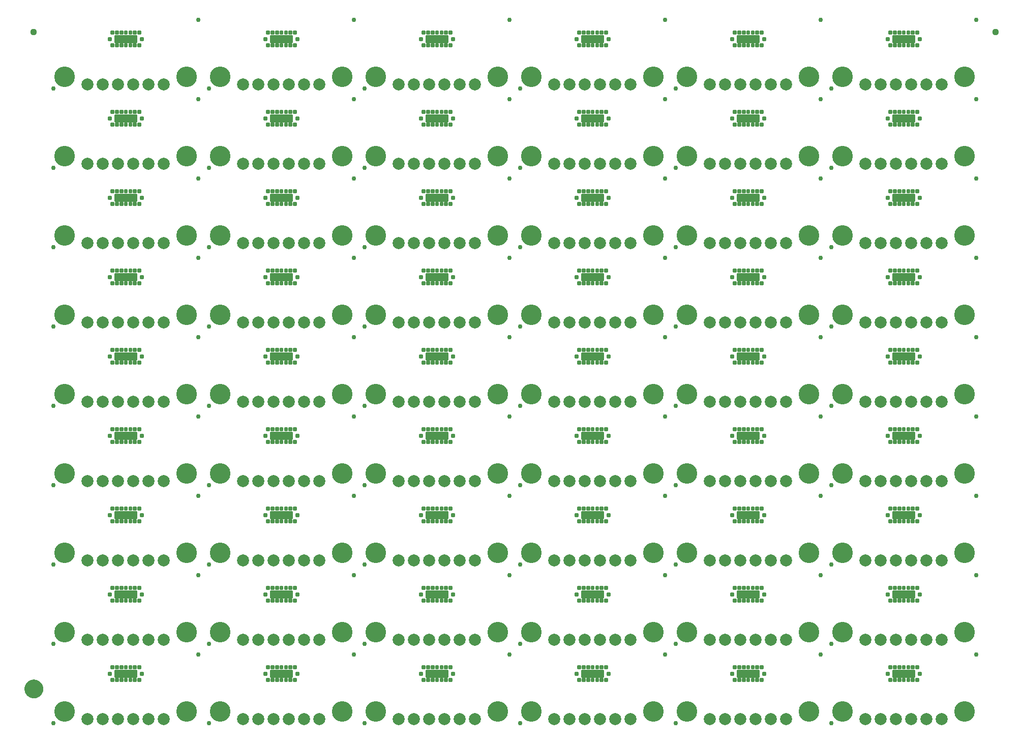
<source format=gbs>
G04 EAGLE Gerber RS-274X export*
G75*
%MOMM*%
%FSLAX34Y34*%
%LPD*%
%INSoldermask Bottom*%
%IPPOS*%
%AMOC8*
5,1,8,0,0,1.08239X$1,22.5*%
G01*
%ADD10C,2.006600*%
%ADD11C,0.762000*%
%ADD12C,0.225719*%
%ADD13C,0.225588*%
%ADD14C,3.429000*%
%ADD15C,1.127000*%
%ADD16C,1.270000*%
%ADD17C,1.627000*%


D10*
X165100Y12700D03*
D11*
X6350Y6350D03*
X247650Y120650D03*
D12*
X106507Y80407D02*
X102493Y80407D01*
X106507Y80407D02*
X106507Y76393D01*
X102493Y76393D01*
X102493Y80407D01*
X102493Y78537D02*
X106507Y78537D01*
X109993Y80407D02*
X114007Y80407D01*
X114007Y76393D01*
X109993Y76393D01*
X109993Y80407D01*
X109993Y78537D02*
X114007Y78537D01*
X117493Y80407D02*
X121507Y80407D01*
X121507Y76393D01*
X117493Y76393D01*
X117493Y80407D01*
X117493Y78537D02*
X121507Y78537D01*
X124993Y80407D02*
X129007Y80407D01*
X129007Y76393D01*
X124993Y76393D01*
X124993Y80407D01*
X124993Y78537D02*
X129007Y78537D01*
X132493Y80407D02*
X136507Y80407D01*
X136507Y76393D01*
X132493Y76393D01*
X132493Y80407D01*
X132493Y78537D02*
X136507Y78537D01*
X151493Y86893D02*
X155507Y86893D01*
X151493Y86893D02*
X151493Y90907D01*
X155507Y90907D01*
X155507Y86893D01*
X155507Y89037D02*
X151493Y89037D01*
X136507Y101407D02*
X132493Y101407D01*
X136507Y101407D02*
X136507Y97393D01*
X132493Y97393D01*
X132493Y101407D01*
X132493Y99537D02*
X136507Y99537D01*
X129007Y101407D02*
X124993Y101407D01*
X129007Y101407D02*
X129007Y97393D01*
X124993Y97393D01*
X124993Y101407D01*
X124993Y99537D02*
X129007Y99537D01*
X121507Y101407D02*
X117493Y101407D01*
X121507Y101407D02*
X121507Y97393D01*
X117493Y97393D01*
X117493Y101407D01*
X117493Y99537D02*
X121507Y99537D01*
X114007Y101407D02*
X109993Y101407D01*
X114007Y101407D02*
X114007Y97393D01*
X109993Y97393D01*
X109993Y101407D01*
X109993Y99537D02*
X114007Y99537D01*
X106507Y101407D02*
X102493Y101407D01*
X106507Y101407D02*
X106507Y97393D01*
X102493Y97393D01*
X102493Y101407D01*
X102493Y99537D02*
X106507Y99537D01*
X102507Y90907D02*
X98493Y90907D01*
X102507Y90907D02*
X102507Y86893D01*
X98493Y86893D01*
X98493Y90907D01*
X98493Y89037D02*
X102507Y89037D01*
X139993Y80407D02*
X144007Y80407D01*
X144007Y76393D01*
X139993Y76393D01*
X139993Y80407D01*
X139993Y78537D02*
X144007Y78537D01*
X147493Y80407D02*
X151507Y80407D01*
X151507Y76393D01*
X147493Y76393D01*
X147493Y80407D01*
X147493Y78537D02*
X151507Y78537D01*
X144007Y101407D02*
X139993Y101407D01*
X144007Y101407D02*
X144007Y97393D01*
X139993Y97393D01*
X139993Y101407D01*
X139993Y99537D02*
X144007Y99537D01*
X147493Y101407D02*
X151507Y101407D01*
X151507Y97393D01*
X147493Y97393D01*
X147493Y101407D01*
X147493Y99537D02*
X151507Y99537D01*
D13*
X145007Y94407D02*
X108993Y94407D01*
X145007Y94407D02*
X145007Y83393D01*
X108993Y83393D01*
X108993Y94407D01*
X108993Y85536D02*
X145007Y85536D01*
X145007Y87679D02*
X108993Y87679D01*
X108993Y89822D02*
X145007Y89822D01*
X145007Y91965D02*
X108993Y91965D01*
X108993Y94108D02*
X145007Y94108D01*
D10*
X190500Y12700D03*
D14*
X25400Y25400D03*
X228600Y25400D03*
D10*
X63500Y12700D03*
X88900Y12700D03*
X114300Y12700D03*
X139700Y12700D03*
X424180Y12700D03*
D11*
X265430Y6350D03*
X506730Y120650D03*
D12*
X365587Y80407D02*
X361573Y80407D01*
X365587Y80407D02*
X365587Y76393D01*
X361573Y76393D01*
X361573Y80407D01*
X361573Y78537D02*
X365587Y78537D01*
X369073Y80407D02*
X373087Y80407D01*
X373087Y76393D01*
X369073Y76393D01*
X369073Y80407D01*
X369073Y78537D02*
X373087Y78537D01*
X376573Y80407D02*
X380587Y80407D01*
X380587Y76393D01*
X376573Y76393D01*
X376573Y80407D01*
X376573Y78537D02*
X380587Y78537D01*
X384073Y80407D02*
X388087Y80407D01*
X388087Y76393D01*
X384073Y76393D01*
X384073Y80407D01*
X384073Y78537D02*
X388087Y78537D01*
X391573Y80407D02*
X395587Y80407D01*
X395587Y76393D01*
X391573Y76393D01*
X391573Y80407D01*
X391573Y78537D02*
X395587Y78537D01*
X410573Y86893D02*
X414587Y86893D01*
X410573Y86893D02*
X410573Y90907D01*
X414587Y90907D01*
X414587Y86893D01*
X414587Y89037D02*
X410573Y89037D01*
X395587Y101407D02*
X391573Y101407D01*
X395587Y101407D02*
X395587Y97393D01*
X391573Y97393D01*
X391573Y101407D01*
X391573Y99537D02*
X395587Y99537D01*
X388087Y101407D02*
X384073Y101407D01*
X388087Y101407D02*
X388087Y97393D01*
X384073Y97393D01*
X384073Y101407D01*
X384073Y99537D02*
X388087Y99537D01*
X380587Y101407D02*
X376573Y101407D01*
X380587Y101407D02*
X380587Y97393D01*
X376573Y97393D01*
X376573Y101407D01*
X376573Y99537D02*
X380587Y99537D01*
X373087Y101407D02*
X369073Y101407D01*
X373087Y101407D02*
X373087Y97393D01*
X369073Y97393D01*
X369073Y101407D01*
X369073Y99537D02*
X373087Y99537D01*
X365587Y101407D02*
X361573Y101407D01*
X365587Y101407D02*
X365587Y97393D01*
X361573Y97393D01*
X361573Y101407D01*
X361573Y99537D02*
X365587Y99537D01*
X361587Y90907D02*
X357573Y90907D01*
X361587Y90907D02*
X361587Y86893D01*
X357573Y86893D01*
X357573Y90907D01*
X357573Y89037D02*
X361587Y89037D01*
X399073Y80407D02*
X403087Y80407D01*
X403087Y76393D01*
X399073Y76393D01*
X399073Y80407D01*
X399073Y78537D02*
X403087Y78537D01*
X406573Y80407D02*
X410587Y80407D01*
X410587Y76393D01*
X406573Y76393D01*
X406573Y80407D01*
X406573Y78537D02*
X410587Y78537D01*
X403087Y101407D02*
X399073Y101407D01*
X403087Y101407D02*
X403087Y97393D01*
X399073Y97393D01*
X399073Y101407D01*
X399073Y99537D02*
X403087Y99537D01*
X406573Y101407D02*
X410587Y101407D01*
X410587Y97393D01*
X406573Y97393D01*
X406573Y101407D01*
X406573Y99537D02*
X410587Y99537D01*
D13*
X404087Y94407D02*
X368073Y94407D01*
X404087Y94407D02*
X404087Y83393D01*
X368073Y83393D01*
X368073Y94407D01*
X368073Y85536D02*
X404087Y85536D01*
X404087Y87679D02*
X368073Y87679D01*
X368073Y89822D02*
X404087Y89822D01*
X404087Y91965D02*
X368073Y91965D01*
X368073Y94108D02*
X404087Y94108D01*
D10*
X449580Y12700D03*
D14*
X284480Y25400D03*
X487680Y25400D03*
D10*
X322580Y12700D03*
X347980Y12700D03*
X373380Y12700D03*
X398780Y12700D03*
X683260Y12700D03*
D11*
X524510Y6350D03*
X765810Y120650D03*
D12*
X624667Y80407D02*
X620653Y80407D01*
X624667Y80407D02*
X624667Y76393D01*
X620653Y76393D01*
X620653Y80407D01*
X620653Y78537D02*
X624667Y78537D01*
X628153Y80407D02*
X632167Y80407D01*
X632167Y76393D01*
X628153Y76393D01*
X628153Y80407D01*
X628153Y78537D02*
X632167Y78537D01*
X635653Y80407D02*
X639667Y80407D01*
X639667Y76393D01*
X635653Y76393D01*
X635653Y80407D01*
X635653Y78537D02*
X639667Y78537D01*
X643153Y80407D02*
X647167Y80407D01*
X647167Y76393D01*
X643153Y76393D01*
X643153Y80407D01*
X643153Y78537D02*
X647167Y78537D01*
X650653Y80407D02*
X654667Y80407D01*
X654667Y76393D01*
X650653Y76393D01*
X650653Y80407D01*
X650653Y78537D02*
X654667Y78537D01*
X669653Y86893D02*
X673667Y86893D01*
X669653Y86893D02*
X669653Y90907D01*
X673667Y90907D01*
X673667Y86893D01*
X673667Y89037D02*
X669653Y89037D01*
X654667Y101407D02*
X650653Y101407D01*
X654667Y101407D02*
X654667Y97393D01*
X650653Y97393D01*
X650653Y101407D01*
X650653Y99537D02*
X654667Y99537D01*
X647167Y101407D02*
X643153Y101407D01*
X647167Y101407D02*
X647167Y97393D01*
X643153Y97393D01*
X643153Y101407D01*
X643153Y99537D02*
X647167Y99537D01*
X639667Y101407D02*
X635653Y101407D01*
X639667Y101407D02*
X639667Y97393D01*
X635653Y97393D01*
X635653Y101407D01*
X635653Y99537D02*
X639667Y99537D01*
X632167Y101407D02*
X628153Y101407D01*
X632167Y101407D02*
X632167Y97393D01*
X628153Y97393D01*
X628153Y101407D01*
X628153Y99537D02*
X632167Y99537D01*
X624667Y101407D02*
X620653Y101407D01*
X624667Y101407D02*
X624667Y97393D01*
X620653Y97393D01*
X620653Y101407D01*
X620653Y99537D02*
X624667Y99537D01*
X620667Y90907D02*
X616653Y90907D01*
X620667Y90907D02*
X620667Y86893D01*
X616653Y86893D01*
X616653Y90907D01*
X616653Y89037D02*
X620667Y89037D01*
X658153Y80407D02*
X662167Y80407D01*
X662167Y76393D01*
X658153Y76393D01*
X658153Y80407D01*
X658153Y78537D02*
X662167Y78537D01*
X665653Y80407D02*
X669667Y80407D01*
X669667Y76393D01*
X665653Y76393D01*
X665653Y80407D01*
X665653Y78537D02*
X669667Y78537D01*
X662167Y101407D02*
X658153Y101407D01*
X662167Y101407D02*
X662167Y97393D01*
X658153Y97393D01*
X658153Y101407D01*
X658153Y99537D02*
X662167Y99537D01*
X665653Y101407D02*
X669667Y101407D01*
X669667Y97393D01*
X665653Y97393D01*
X665653Y101407D01*
X665653Y99537D02*
X669667Y99537D01*
D13*
X663167Y94407D02*
X627153Y94407D01*
X663167Y94407D02*
X663167Y83393D01*
X627153Y83393D01*
X627153Y94407D01*
X627153Y85536D02*
X663167Y85536D01*
X663167Y87679D02*
X627153Y87679D01*
X627153Y89822D02*
X663167Y89822D01*
X663167Y91965D02*
X627153Y91965D01*
X627153Y94108D02*
X663167Y94108D01*
D10*
X708660Y12700D03*
D14*
X543560Y25400D03*
X746760Y25400D03*
D10*
X581660Y12700D03*
X607060Y12700D03*
X632460Y12700D03*
X657860Y12700D03*
X942340Y12700D03*
D11*
X783590Y6350D03*
X1024890Y120650D03*
D12*
X883747Y80407D02*
X879733Y80407D01*
X883747Y80407D02*
X883747Y76393D01*
X879733Y76393D01*
X879733Y80407D01*
X879733Y78537D02*
X883747Y78537D01*
X887233Y80407D02*
X891247Y80407D01*
X891247Y76393D01*
X887233Y76393D01*
X887233Y80407D01*
X887233Y78537D02*
X891247Y78537D01*
X894733Y80407D02*
X898747Y80407D01*
X898747Y76393D01*
X894733Y76393D01*
X894733Y80407D01*
X894733Y78537D02*
X898747Y78537D01*
X902233Y80407D02*
X906247Y80407D01*
X906247Y76393D01*
X902233Y76393D01*
X902233Y80407D01*
X902233Y78537D02*
X906247Y78537D01*
X909733Y80407D02*
X913747Y80407D01*
X913747Y76393D01*
X909733Y76393D01*
X909733Y80407D01*
X909733Y78537D02*
X913747Y78537D01*
X928733Y86893D02*
X932747Y86893D01*
X928733Y86893D02*
X928733Y90907D01*
X932747Y90907D01*
X932747Y86893D01*
X932747Y89037D02*
X928733Y89037D01*
X913747Y101407D02*
X909733Y101407D01*
X913747Y101407D02*
X913747Y97393D01*
X909733Y97393D01*
X909733Y101407D01*
X909733Y99537D02*
X913747Y99537D01*
X906247Y101407D02*
X902233Y101407D01*
X906247Y101407D02*
X906247Y97393D01*
X902233Y97393D01*
X902233Y101407D01*
X902233Y99537D02*
X906247Y99537D01*
X898747Y101407D02*
X894733Y101407D01*
X898747Y101407D02*
X898747Y97393D01*
X894733Y97393D01*
X894733Y101407D01*
X894733Y99537D02*
X898747Y99537D01*
X891247Y101407D02*
X887233Y101407D01*
X891247Y101407D02*
X891247Y97393D01*
X887233Y97393D01*
X887233Y101407D01*
X887233Y99537D02*
X891247Y99537D01*
X883747Y101407D02*
X879733Y101407D01*
X883747Y101407D02*
X883747Y97393D01*
X879733Y97393D01*
X879733Y101407D01*
X879733Y99537D02*
X883747Y99537D01*
X879747Y90907D02*
X875733Y90907D01*
X879747Y90907D02*
X879747Y86893D01*
X875733Y86893D01*
X875733Y90907D01*
X875733Y89037D02*
X879747Y89037D01*
X917233Y80407D02*
X921247Y80407D01*
X921247Y76393D01*
X917233Y76393D01*
X917233Y80407D01*
X917233Y78537D02*
X921247Y78537D01*
X924733Y80407D02*
X928747Y80407D01*
X928747Y76393D01*
X924733Y76393D01*
X924733Y80407D01*
X924733Y78537D02*
X928747Y78537D01*
X921247Y101407D02*
X917233Y101407D01*
X921247Y101407D02*
X921247Y97393D01*
X917233Y97393D01*
X917233Y101407D01*
X917233Y99537D02*
X921247Y99537D01*
X924733Y101407D02*
X928747Y101407D01*
X928747Y97393D01*
X924733Y97393D01*
X924733Y101407D01*
X924733Y99537D02*
X928747Y99537D01*
D13*
X922247Y94407D02*
X886233Y94407D01*
X922247Y94407D02*
X922247Y83393D01*
X886233Y83393D01*
X886233Y94407D01*
X886233Y85536D02*
X922247Y85536D01*
X922247Y87679D02*
X886233Y87679D01*
X886233Y89822D02*
X922247Y89822D01*
X922247Y91965D02*
X886233Y91965D01*
X886233Y94108D02*
X922247Y94108D01*
D10*
X967740Y12700D03*
D14*
X802640Y25400D03*
X1005840Y25400D03*
D10*
X840740Y12700D03*
X866140Y12700D03*
X891540Y12700D03*
X916940Y12700D03*
X1201420Y12700D03*
D11*
X1042670Y6350D03*
X1283970Y120650D03*
D12*
X1142827Y80407D02*
X1138813Y80407D01*
X1142827Y80407D02*
X1142827Y76393D01*
X1138813Y76393D01*
X1138813Y80407D01*
X1138813Y78537D02*
X1142827Y78537D01*
X1146313Y80407D02*
X1150327Y80407D01*
X1150327Y76393D01*
X1146313Y76393D01*
X1146313Y80407D01*
X1146313Y78537D02*
X1150327Y78537D01*
X1153813Y80407D02*
X1157827Y80407D01*
X1157827Y76393D01*
X1153813Y76393D01*
X1153813Y80407D01*
X1153813Y78537D02*
X1157827Y78537D01*
X1161313Y80407D02*
X1165327Y80407D01*
X1165327Y76393D01*
X1161313Y76393D01*
X1161313Y80407D01*
X1161313Y78537D02*
X1165327Y78537D01*
X1168813Y80407D02*
X1172827Y80407D01*
X1172827Y76393D01*
X1168813Y76393D01*
X1168813Y80407D01*
X1168813Y78537D02*
X1172827Y78537D01*
X1187813Y86893D02*
X1191827Y86893D01*
X1187813Y86893D02*
X1187813Y90907D01*
X1191827Y90907D01*
X1191827Y86893D01*
X1191827Y89037D02*
X1187813Y89037D01*
X1172827Y101407D02*
X1168813Y101407D01*
X1172827Y101407D02*
X1172827Y97393D01*
X1168813Y97393D01*
X1168813Y101407D01*
X1168813Y99537D02*
X1172827Y99537D01*
X1165327Y101407D02*
X1161313Y101407D01*
X1165327Y101407D02*
X1165327Y97393D01*
X1161313Y97393D01*
X1161313Y101407D01*
X1161313Y99537D02*
X1165327Y99537D01*
X1157827Y101407D02*
X1153813Y101407D01*
X1157827Y101407D02*
X1157827Y97393D01*
X1153813Y97393D01*
X1153813Y101407D01*
X1153813Y99537D02*
X1157827Y99537D01*
X1150327Y101407D02*
X1146313Y101407D01*
X1150327Y101407D02*
X1150327Y97393D01*
X1146313Y97393D01*
X1146313Y101407D01*
X1146313Y99537D02*
X1150327Y99537D01*
X1142827Y101407D02*
X1138813Y101407D01*
X1142827Y101407D02*
X1142827Y97393D01*
X1138813Y97393D01*
X1138813Y101407D01*
X1138813Y99537D02*
X1142827Y99537D01*
X1138827Y90907D02*
X1134813Y90907D01*
X1138827Y90907D02*
X1138827Y86893D01*
X1134813Y86893D01*
X1134813Y90907D01*
X1134813Y89037D02*
X1138827Y89037D01*
X1176313Y80407D02*
X1180327Y80407D01*
X1180327Y76393D01*
X1176313Y76393D01*
X1176313Y80407D01*
X1176313Y78537D02*
X1180327Y78537D01*
X1183813Y80407D02*
X1187827Y80407D01*
X1187827Y76393D01*
X1183813Y76393D01*
X1183813Y80407D01*
X1183813Y78537D02*
X1187827Y78537D01*
X1180327Y101407D02*
X1176313Y101407D01*
X1180327Y101407D02*
X1180327Y97393D01*
X1176313Y97393D01*
X1176313Y101407D01*
X1176313Y99537D02*
X1180327Y99537D01*
X1183813Y101407D02*
X1187827Y101407D01*
X1187827Y97393D01*
X1183813Y97393D01*
X1183813Y101407D01*
X1183813Y99537D02*
X1187827Y99537D01*
D13*
X1181327Y94407D02*
X1145313Y94407D01*
X1181327Y94407D02*
X1181327Y83393D01*
X1145313Y83393D01*
X1145313Y94407D01*
X1145313Y85536D02*
X1181327Y85536D01*
X1181327Y87679D02*
X1145313Y87679D01*
X1145313Y89822D02*
X1181327Y89822D01*
X1181327Y91965D02*
X1145313Y91965D01*
X1145313Y94108D02*
X1181327Y94108D01*
D10*
X1226820Y12700D03*
D14*
X1061720Y25400D03*
X1264920Y25400D03*
D10*
X1099820Y12700D03*
X1125220Y12700D03*
X1150620Y12700D03*
X1176020Y12700D03*
X1460500Y12700D03*
D11*
X1301750Y6350D03*
X1543050Y120650D03*
D12*
X1401907Y80407D02*
X1397893Y80407D01*
X1401907Y80407D02*
X1401907Y76393D01*
X1397893Y76393D01*
X1397893Y80407D01*
X1397893Y78537D02*
X1401907Y78537D01*
X1405393Y80407D02*
X1409407Y80407D01*
X1409407Y76393D01*
X1405393Y76393D01*
X1405393Y80407D01*
X1405393Y78537D02*
X1409407Y78537D01*
X1412893Y80407D02*
X1416907Y80407D01*
X1416907Y76393D01*
X1412893Y76393D01*
X1412893Y80407D01*
X1412893Y78537D02*
X1416907Y78537D01*
X1420393Y80407D02*
X1424407Y80407D01*
X1424407Y76393D01*
X1420393Y76393D01*
X1420393Y80407D01*
X1420393Y78537D02*
X1424407Y78537D01*
X1427893Y80407D02*
X1431907Y80407D01*
X1431907Y76393D01*
X1427893Y76393D01*
X1427893Y80407D01*
X1427893Y78537D02*
X1431907Y78537D01*
X1446893Y86893D02*
X1450907Y86893D01*
X1446893Y86893D02*
X1446893Y90907D01*
X1450907Y90907D01*
X1450907Y86893D01*
X1450907Y89037D02*
X1446893Y89037D01*
X1431907Y101407D02*
X1427893Y101407D01*
X1431907Y101407D02*
X1431907Y97393D01*
X1427893Y97393D01*
X1427893Y101407D01*
X1427893Y99537D02*
X1431907Y99537D01*
X1424407Y101407D02*
X1420393Y101407D01*
X1424407Y101407D02*
X1424407Y97393D01*
X1420393Y97393D01*
X1420393Y101407D01*
X1420393Y99537D02*
X1424407Y99537D01*
X1416907Y101407D02*
X1412893Y101407D01*
X1416907Y101407D02*
X1416907Y97393D01*
X1412893Y97393D01*
X1412893Y101407D01*
X1412893Y99537D02*
X1416907Y99537D01*
X1409407Y101407D02*
X1405393Y101407D01*
X1409407Y101407D02*
X1409407Y97393D01*
X1405393Y97393D01*
X1405393Y101407D01*
X1405393Y99537D02*
X1409407Y99537D01*
X1401907Y101407D02*
X1397893Y101407D01*
X1401907Y101407D02*
X1401907Y97393D01*
X1397893Y97393D01*
X1397893Y101407D01*
X1397893Y99537D02*
X1401907Y99537D01*
X1397907Y90907D02*
X1393893Y90907D01*
X1397907Y90907D02*
X1397907Y86893D01*
X1393893Y86893D01*
X1393893Y90907D01*
X1393893Y89037D02*
X1397907Y89037D01*
X1435393Y80407D02*
X1439407Y80407D01*
X1439407Y76393D01*
X1435393Y76393D01*
X1435393Y80407D01*
X1435393Y78537D02*
X1439407Y78537D01*
X1442893Y80407D02*
X1446907Y80407D01*
X1446907Y76393D01*
X1442893Y76393D01*
X1442893Y80407D01*
X1442893Y78537D02*
X1446907Y78537D01*
X1439407Y101407D02*
X1435393Y101407D01*
X1439407Y101407D02*
X1439407Y97393D01*
X1435393Y97393D01*
X1435393Y101407D01*
X1435393Y99537D02*
X1439407Y99537D01*
X1442893Y101407D02*
X1446907Y101407D01*
X1446907Y97393D01*
X1442893Y97393D01*
X1442893Y101407D01*
X1442893Y99537D02*
X1446907Y99537D01*
D13*
X1440407Y94407D02*
X1404393Y94407D01*
X1440407Y94407D02*
X1440407Y83393D01*
X1404393Y83393D01*
X1404393Y94407D01*
X1404393Y85536D02*
X1440407Y85536D01*
X1440407Y87679D02*
X1404393Y87679D01*
X1404393Y89822D02*
X1440407Y89822D01*
X1440407Y91965D02*
X1404393Y91965D01*
X1404393Y94108D02*
X1440407Y94108D01*
D10*
X1485900Y12700D03*
D14*
X1320800Y25400D03*
X1524000Y25400D03*
D10*
X1358900Y12700D03*
X1384300Y12700D03*
X1409700Y12700D03*
X1435100Y12700D03*
X165100Y144780D03*
D11*
X6350Y138430D03*
X247650Y252730D03*
D12*
X106507Y212487D02*
X102493Y212487D01*
X106507Y212487D02*
X106507Y208473D01*
X102493Y208473D01*
X102493Y212487D01*
X102493Y210617D02*
X106507Y210617D01*
X109993Y212487D02*
X114007Y212487D01*
X114007Y208473D01*
X109993Y208473D01*
X109993Y212487D01*
X109993Y210617D02*
X114007Y210617D01*
X117493Y212487D02*
X121507Y212487D01*
X121507Y208473D01*
X117493Y208473D01*
X117493Y212487D01*
X117493Y210617D02*
X121507Y210617D01*
X124993Y212487D02*
X129007Y212487D01*
X129007Y208473D01*
X124993Y208473D01*
X124993Y212487D01*
X124993Y210617D02*
X129007Y210617D01*
X132493Y212487D02*
X136507Y212487D01*
X136507Y208473D01*
X132493Y208473D01*
X132493Y212487D01*
X132493Y210617D02*
X136507Y210617D01*
X151493Y218973D02*
X155507Y218973D01*
X151493Y218973D02*
X151493Y222987D01*
X155507Y222987D01*
X155507Y218973D01*
X155507Y221117D02*
X151493Y221117D01*
X136507Y233487D02*
X132493Y233487D01*
X136507Y233487D02*
X136507Y229473D01*
X132493Y229473D01*
X132493Y233487D01*
X132493Y231617D02*
X136507Y231617D01*
X129007Y233487D02*
X124993Y233487D01*
X129007Y233487D02*
X129007Y229473D01*
X124993Y229473D01*
X124993Y233487D01*
X124993Y231617D02*
X129007Y231617D01*
X121507Y233487D02*
X117493Y233487D01*
X121507Y233487D02*
X121507Y229473D01*
X117493Y229473D01*
X117493Y233487D01*
X117493Y231617D02*
X121507Y231617D01*
X114007Y233487D02*
X109993Y233487D01*
X114007Y233487D02*
X114007Y229473D01*
X109993Y229473D01*
X109993Y233487D01*
X109993Y231617D02*
X114007Y231617D01*
X106507Y233487D02*
X102493Y233487D01*
X106507Y233487D02*
X106507Y229473D01*
X102493Y229473D01*
X102493Y233487D01*
X102493Y231617D02*
X106507Y231617D01*
X102507Y222987D02*
X98493Y222987D01*
X102507Y222987D02*
X102507Y218973D01*
X98493Y218973D01*
X98493Y222987D01*
X98493Y221117D02*
X102507Y221117D01*
X139993Y212487D02*
X144007Y212487D01*
X144007Y208473D01*
X139993Y208473D01*
X139993Y212487D01*
X139993Y210617D02*
X144007Y210617D01*
X147493Y212487D02*
X151507Y212487D01*
X151507Y208473D01*
X147493Y208473D01*
X147493Y212487D01*
X147493Y210617D02*
X151507Y210617D01*
X144007Y233487D02*
X139993Y233487D01*
X144007Y233487D02*
X144007Y229473D01*
X139993Y229473D01*
X139993Y233487D01*
X139993Y231617D02*
X144007Y231617D01*
X147493Y233487D02*
X151507Y233487D01*
X151507Y229473D01*
X147493Y229473D01*
X147493Y233487D01*
X147493Y231617D02*
X151507Y231617D01*
D13*
X145007Y226487D02*
X108993Y226487D01*
X145007Y226487D02*
X145007Y215473D01*
X108993Y215473D01*
X108993Y226487D01*
X108993Y217616D02*
X145007Y217616D01*
X145007Y219759D02*
X108993Y219759D01*
X108993Y221902D02*
X145007Y221902D01*
X145007Y224045D02*
X108993Y224045D01*
X108993Y226188D02*
X145007Y226188D01*
D10*
X190500Y144780D03*
D14*
X25400Y157480D03*
X228600Y157480D03*
D10*
X63500Y144780D03*
X88900Y144780D03*
X114300Y144780D03*
X139700Y144780D03*
X424180Y144780D03*
D11*
X265430Y138430D03*
X506730Y252730D03*
D12*
X365587Y212487D02*
X361573Y212487D01*
X365587Y212487D02*
X365587Y208473D01*
X361573Y208473D01*
X361573Y212487D01*
X361573Y210617D02*
X365587Y210617D01*
X369073Y212487D02*
X373087Y212487D01*
X373087Y208473D01*
X369073Y208473D01*
X369073Y212487D01*
X369073Y210617D02*
X373087Y210617D01*
X376573Y212487D02*
X380587Y212487D01*
X380587Y208473D01*
X376573Y208473D01*
X376573Y212487D01*
X376573Y210617D02*
X380587Y210617D01*
X384073Y212487D02*
X388087Y212487D01*
X388087Y208473D01*
X384073Y208473D01*
X384073Y212487D01*
X384073Y210617D02*
X388087Y210617D01*
X391573Y212487D02*
X395587Y212487D01*
X395587Y208473D01*
X391573Y208473D01*
X391573Y212487D01*
X391573Y210617D02*
X395587Y210617D01*
X410573Y218973D02*
X414587Y218973D01*
X410573Y218973D02*
X410573Y222987D01*
X414587Y222987D01*
X414587Y218973D01*
X414587Y221117D02*
X410573Y221117D01*
X395587Y233487D02*
X391573Y233487D01*
X395587Y233487D02*
X395587Y229473D01*
X391573Y229473D01*
X391573Y233487D01*
X391573Y231617D02*
X395587Y231617D01*
X388087Y233487D02*
X384073Y233487D01*
X388087Y233487D02*
X388087Y229473D01*
X384073Y229473D01*
X384073Y233487D01*
X384073Y231617D02*
X388087Y231617D01*
X380587Y233487D02*
X376573Y233487D01*
X380587Y233487D02*
X380587Y229473D01*
X376573Y229473D01*
X376573Y233487D01*
X376573Y231617D02*
X380587Y231617D01*
X373087Y233487D02*
X369073Y233487D01*
X373087Y233487D02*
X373087Y229473D01*
X369073Y229473D01*
X369073Y233487D01*
X369073Y231617D02*
X373087Y231617D01*
X365587Y233487D02*
X361573Y233487D01*
X365587Y233487D02*
X365587Y229473D01*
X361573Y229473D01*
X361573Y233487D01*
X361573Y231617D02*
X365587Y231617D01*
X361587Y222987D02*
X357573Y222987D01*
X361587Y222987D02*
X361587Y218973D01*
X357573Y218973D01*
X357573Y222987D01*
X357573Y221117D02*
X361587Y221117D01*
X399073Y212487D02*
X403087Y212487D01*
X403087Y208473D01*
X399073Y208473D01*
X399073Y212487D01*
X399073Y210617D02*
X403087Y210617D01*
X406573Y212487D02*
X410587Y212487D01*
X410587Y208473D01*
X406573Y208473D01*
X406573Y212487D01*
X406573Y210617D02*
X410587Y210617D01*
X403087Y233487D02*
X399073Y233487D01*
X403087Y233487D02*
X403087Y229473D01*
X399073Y229473D01*
X399073Y233487D01*
X399073Y231617D02*
X403087Y231617D01*
X406573Y233487D02*
X410587Y233487D01*
X410587Y229473D01*
X406573Y229473D01*
X406573Y233487D01*
X406573Y231617D02*
X410587Y231617D01*
D13*
X404087Y226487D02*
X368073Y226487D01*
X404087Y226487D02*
X404087Y215473D01*
X368073Y215473D01*
X368073Y226487D01*
X368073Y217616D02*
X404087Y217616D01*
X404087Y219759D02*
X368073Y219759D01*
X368073Y221902D02*
X404087Y221902D01*
X404087Y224045D02*
X368073Y224045D01*
X368073Y226188D02*
X404087Y226188D01*
D10*
X449580Y144780D03*
D14*
X284480Y157480D03*
X487680Y157480D03*
D10*
X322580Y144780D03*
X347980Y144780D03*
X373380Y144780D03*
X398780Y144780D03*
X683260Y144780D03*
D11*
X524510Y138430D03*
X765810Y252730D03*
D12*
X624667Y212487D02*
X620653Y212487D01*
X624667Y212487D02*
X624667Y208473D01*
X620653Y208473D01*
X620653Y212487D01*
X620653Y210617D02*
X624667Y210617D01*
X628153Y212487D02*
X632167Y212487D01*
X632167Y208473D01*
X628153Y208473D01*
X628153Y212487D01*
X628153Y210617D02*
X632167Y210617D01*
X635653Y212487D02*
X639667Y212487D01*
X639667Y208473D01*
X635653Y208473D01*
X635653Y212487D01*
X635653Y210617D02*
X639667Y210617D01*
X643153Y212487D02*
X647167Y212487D01*
X647167Y208473D01*
X643153Y208473D01*
X643153Y212487D01*
X643153Y210617D02*
X647167Y210617D01*
X650653Y212487D02*
X654667Y212487D01*
X654667Y208473D01*
X650653Y208473D01*
X650653Y212487D01*
X650653Y210617D02*
X654667Y210617D01*
X669653Y218973D02*
X673667Y218973D01*
X669653Y218973D02*
X669653Y222987D01*
X673667Y222987D01*
X673667Y218973D01*
X673667Y221117D02*
X669653Y221117D01*
X654667Y233487D02*
X650653Y233487D01*
X654667Y233487D02*
X654667Y229473D01*
X650653Y229473D01*
X650653Y233487D01*
X650653Y231617D02*
X654667Y231617D01*
X647167Y233487D02*
X643153Y233487D01*
X647167Y233487D02*
X647167Y229473D01*
X643153Y229473D01*
X643153Y233487D01*
X643153Y231617D02*
X647167Y231617D01*
X639667Y233487D02*
X635653Y233487D01*
X639667Y233487D02*
X639667Y229473D01*
X635653Y229473D01*
X635653Y233487D01*
X635653Y231617D02*
X639667Y231617D01*
X632167Y233487D02*
X628153Y233487D01*
X632167Y233487D02*
X632167Y229473D01*
X628153Y229473D01*
X628153Y233487D01*
X628153Y231617D02*
X632167Y231617D01*
X624667Y233487D02*
X620653Y233487D01*
X624667Y233487D02*
X624667Y229473D01*
X620653Y229473D01*
X620653Y233487D01*
X620653Y231617D02*
X624667Y231617D01*
X620667Y222987D02*
X616653Y222987D01*
X620667Y222987D02*
X620667Y218973D01*
X616653Y218973D01*
X616653Y222987D01*
X616653Y221117D02*
X620667Y221117D01*
X658153Y212487D02*
X662167Y212487D01*
X662167Y208473D01*
X658153Y208473D01*
X658153Y212487D01*
X658153Y210617D02*
X662167Y210617D01*
X665653Y212487D02*
X669667Y212487D01*
X669667Y208473D01*
X665653Y208473D01*
X665653Y212487D01*
X665653Y210617D02*
X669667Y210617D01*
X662167Y233487D02*
X658153Y233487D01*
X662167Y233487D02*
X662167Y229473D01*
X658153Y229473D01*
X658153Y233487D01*
X658153Y231617D02*
X662167Y231617D01*
X665653Y233487D02*
X669667Y233487D01*
X669667Y229473D01*
X665653Y229473D01*
X665653Y233487D01*
X665653Y231617D02*
X669667Y231617D01*
D13*
X663167Y226487D02*
X627153Y226487D01*
X663167Y226487D02*
X663167Y215473D01*
X627153Y215473D01*
X627153Y226487D01*
X627153Y217616D02*
X663167Y217616D01*
X663167Y219759D02*
X627153Y219759D01*
X627153Y221902D02*
X663167Y221902D01*
X663167Y224045D02*
X627153Y224045D01*
X627153Y226188D02*
X663167Y226188D01*
D10*
X708660Y144780D03*
D14*
X543560Y157480D03*
X746760Y157480D03*
D10*
X581660Y144780D03*
X607060Y144780D03*
X632460Y144780D03*
X657860Y144780D03*
X942340Y144780D03*
D11*
X783590Y138430D03*
X1024890Y252730D03*
D12*
X883747Y212487D02*
X879733Y212487D01*
X883747Y212487D02*
X883747Y208473D01*
X879733Y208473D01*
X879733Y212487D01*
X879733Y210617D02*
X883747Y210617D01*
X887233Y212487D02*
X891247Y212487D01*
X891247Y208473D01*
X887233Y208473D01*
X887233Y212487D01*
X887233Y210617D02*
X891247Y210617D01*
X894733Y212487D02*
X898747Y212487D01*
X898747Y208473D01*
X894733Y208473D01*
X894733Y212487D01*
X894733Y210617D02*
X898747Y210617D01*
X902233Y212487D02*
X906247Y212487D01*
X906247Y208473D01*
X902233Y208473D01*
X902233Y212487D01*
X902233Y210617D02*
X906247Y210617D01*
X909733Y212487D02*
X913747Y212487D01*
X913747Y208473D01*
X909733Y208473D01*
X909733Y212487D01*
X909733Y210617D02*
X913747Y210617D01*
X928733Y218973D02*
X932747Y218973D01*
X928733Y218973D02*
X928733Y222987D01*
X932747Y222987D01*
X932747Y218973D01*
X932747Y221117D02*
X928733Y221117D01*
X913747Y233487D02*
X909733Y233487D01*
X913747Y233487D02*
X913747Y229473D01*
X909733Y229473D01*
X909733Y233487D01*
X909733Y231617D02*
X913747Y231617D01*
X906247Y233487D02*
X902233Y233487D01*
X906247Y233487D02*
X906247Y229473D01*
X902233Y229473D01*
X902233Y233487D01*
X902233Y231617D02*
X906247Y231617D01*
X898747Y233487D02*
X894733Y233487D01*
X898747Y233487D02*
X898747Y229473D01*
X894733Y229473D01*
X894733Y233487D01*
X894733Y231617D02*
X898747Y231617D01*
X891247Y233487D02*
X887233Y233487D01*
X891247Y233487D02*
X891247Y229473D01*
X887233Y229473D01*
X887233Y233487D01*
X887233Y231617D02*
X891247Y231617D01*
X883747Y233487D02*
X879733Y233487D01*
X883747Y233487D02*
X883747Y229473D01*
X879733Y229473D01*
X879733Y233487D01*
X879733Y231617D02*
X883747Y231617D01*
X879747Y222987D02*
X875733Y222987D01*
X879747Y222987D02*
X879747Y218973D01*
X875733Y218973D01*
X875733Y222987D01*
X875733Y221117D02*
X879747Y221117D01*
X917233Y212487D02*
X921247Y212487D01*
X921247Y208473D01*
X917233Y208473D01*
X917233Y212487D01*
X917233Y210617D02*
X921247Y210617D01*
X924733Y212487D02*
X928747Y212487D01*
X928747Y208473D01*
X924733Y208473D01*
X924733Y212487D01*
X924733Y210617D02*
X928747Y210617D01*
X921247Y233487D02*
X917233Y233487D01*
X921247Y233487D02*
X921247Y229473D01*
X917233Y229473D01*
X917233Y233487D01*
X917233Y231617D02*
X921247Y231617D01*
X924733Y233487D02*
X928747Y233487D01*
X928747Y229473D01*
X924733Y229473D01*
X924733Y233487D01*
X924733Y231617D02*
X928747Y231617D01*
D13*
X922247Y226487D02*
X886233Y226487D01*
X922247Y226487D02*
X922247Y215473D01*
X886233Y215473D01*
X886233Y226487D01*
X886233Y217616D02*
X922247Y217616D01*
X922247Y219759D02*
X886233Y219759D01*
X886233Y221902D02*
X922247Y221902D01*
X922247Y224045D02*
X886233Y224045D01*
X886233Y226188D02*
X922247Y226188D01*
D10*
X967740Y144780D03*
D14*
X802640Y157480D03*
X1005840Y157480D03*
D10*
X840740Y144780D03*
X866140Y144780D03*
X891540Y144780D03*
X916940Y144780D03*
X1201420Y144780D03*
D11*
X1042670Y138430D03*
X1283970Y252730D03*
D12*
X1142827Y212487D02*
X1138813Y212487D01*
X1142827Y212487D02*
X1142827Y208473D01*
X1138813Y208473D01*
X1138813Y212487D01*
X1138813Y210617D02*
X1142827Y210617D01*
X1146313Y212487D02*
X1150327Y212487D01*
X1150327Y208473D01*
X1146313Y208473D01*
X1146313Y212487D01*
X1146313Y210617D02*
X1150327Y210617D01*
X1153813Y212487D02*
X1157827Y212487D01*
X1157827Y208473D01*
X1153813Y208473D01*
X1153813Y212487D01*
X1153813Y210617D02*
X1157827Y210617D01*
X1161313Y212487D02*
X1165327Y212487D01*
X1165327Y208473D01*
X1161313Y208473D01*
X1161313Y212487D01*
X1161313Y210617D02*
X1165327Y210617D01*
X1168813Y212487D02*
X1172827Y212487D01*
X1172827Y208473D01*
X1168813Y208473D01*
X1168813Y212487D01*
X1168813Y210617D02*
X1172827Y210617D01*
X1187813Y218973D02*
X1191827Y218973D01*
X1187813Y218973D02*
X1187813Y222987D01*
X1191827Y222987D01*
X1191827Y218973D01*
X1191827Y221117D02*
X1187813Y221117D01*
X1172827Y233487D02*
X1168813Y233487D01*
X1172827Y233487D02*
X1172827Y229473D01*
X1168813Y229473D01*
X1168813Y233487D01*
X1168813Y231617D02*
X1172827Y231617D01*
X1165327Y233487D02*
X1161313Y233487D01*
X1165327Y233487D02*
X1165327Y229473D01*
X1161313Y229473D01*
X1161313Y233487D01*
X1161313Y231617D02*
X1165327Y231617D01*
X1157827Y233487D02*
X1153813Y233487D01*
X1157827Y233487D02*
X1157827Y229473D01*
X1153813Y229473D01*
X1153813Y233487D01*
X1153813Y231617D02*
X1157827Y231617D01*
X1150327Y233487D02*
X1146313Y233487D01*
X1150327Y233487D02*
X1150327Y229473D01*
X1146313Y229473D01*
X1146313Y233487D01*
X1146313Y231617D02*
X1150327Y231617D01*
X1142827Y233487D02*
X1138813Y233487D01*
X1142827Y233487D02*
X1142827Y229473D01*
X1138813Y229473D01*
X1138813Y233487D01*
X1138813Y231617D02*
X1142827Y231617D01*
X1138827Y222987D02*
X1134813Y222987D01*
X1138827Y222987D02*
X1138827Y218973D01*
X1134813Y218973D01*
X1134813Y222987D01*
X1134813Y221117D02*
X1138827Y221117D01*
X1176313Y212487D02*
X1180327Y212487D01*
X1180327Y208473D01*
X1176313Y208473D01*
X1176313Y212487D01*
X1176313Y210617D02*
X1180327Y210617D01*
X1183813Y212487D02*
X1187827Y212487D01*
X1187827Y208473D01*
X1183813Y208473D01*
X1183813Y212487D01*
X1183813Y210617D02*
X1187827Y210617D01*
X1180327Y233487D02*
X1176313Y233487D01*
X1180327Y233487D02*
X1180327Y229473D01*
X1176313Y229473D01*
X1176313Y233487D01*
X1176313Y231617D02*
X1180327Y231617D01*
X1183813Y233487D02*
X1187827Y233487D01*
X1187827Y229473D01*
X1183813Y229473D01*
X1183813Y233487D01*
X1183813Y231617D02*
X1187827Y231617D01*
D13*
X1181327Y226487D02*
X1145313Y226487D01*
X1181327Y226487D02*
X1181327Y215473D01*
X1145313Y215473D01*
X1145313Y226487D01*
X1145313Y217616D02*
X1181327Y217616D01*
X1181327Y219759D02*
X1145313Y219759D01*
X1145313Y221902D02*
X1181327Y221902D01*
X1181327Y224045D02*
X1145313Y224045D01*
X1145313Y226188D02*
X1181327Y226188D01*
D10*
X1226820Y144780D03*
D14*
X1061720Y157480D03*
X1264920Y157480D03*
D10*
X1099820Y144780D03*
X1125220Y144780D03*
X1150620Y144780D03*
X1176020Y144780D03*
X1460500Y144780D03*
D11*
X1301750Y138430D03*
X1543050Y252730D03*
D12*
X1401907Y212487D02*
X1397893Y212487D01*
X1401907Y212487D02*
X1401907Y208473D01*
X1397893Y208473D01*
X1397893Y212487D01*
X1397893Y210617D02*
X1401907Y210617D01*
X1405393Y212487D02*
X1409407Y212487D01*
X1409407Y208473D01*
X1405393Y208473D01*
X1405393Y212487D01*
X1405393Y210617D02*
X1409407Y210617D01*
X1412893Y212487D02*
X1416907Y212487D01*
X1416907Y208473D01*
X1412893Y208473D01*
X1412893Y212487D01*
X1412893Y210617D02*
X1416907Y210617D01*
X1420393Y212487D02*
X1424407Y212487D01*
X1424407Y208473D01*
X1420393Y208473D01*
X1420393Y212487D01*
X1420393Y210617D02*
X1424407Y210617D01*
X1427893Y212487D02*
X1431907Y212487D01*
X1431907Y208473D01*
X1427893Y208473D01*
X1427893Y212487D01*
X1427893Y210617D02*
X1431907Y210617D01*
X1446893Y218973D02*
X1450907Y218973D01*
X1446893Y218973D02*
X1446893Y222987D01*
X1450907Y222987D01*
X1450907Y218973D01*
X1450907Y221117D02*
X1446893Y221117D01*
X1431907Y233487D02*
X1427893Y233487D01*
X1431907Y233487D02*
X1431907Y229473D01*
X1427893Y229473D01*
X1427893Y233487D01*
X1427893Y231617D02*
X1431907Y231617D01*
X1424407Y233487D02*
X1420393Y233487D01*
X1424407Y233487D02*
X1424407Y229473D01*
X1420393Y229473D01*
X1420393Y233487D01*
X1420393Y231617D02*
X1424407Y231617D01*
X1416907Y233487D02*
X1412893Y233487D01*
X1416907Y233487D02*
X1416907Y229473D01*
X1412893Y229473D01*
X1412893Y233487D01*
X1412893Y231617D02*
X1416907Y231617D01*
X1409407Y233487D02*
X1405393Y233487D01*
X1409407Y233487D02*
X1409407Y229473D01*
X1405393Y229473D01*
X1405393Y233487D01*
X1405393Y231617D02*
X1409407Y231617D01*
X1401907Y233487D02*
X1397893Y233487D01*
X1401907Y233487D02*
X1401907Y229473D01*
X1397893Y229473D01*
X1397893Y233487D01*
X1397893Y231617D02*
X1401907Y231617D01*
X1397907Y222987D02*
X1393893Y222987D01*
X1397907Y222987D02*
X1397907Y218973D01*
X1393893Y218973D01*
X1393893Y222987D01*
X1393893Y221117D02*
X1397907Y221117D01*
X1435393Y212487D02*
X1439407Y212487D01*
X1439407Y208473D01*
X1435393Y208473D01*
X1435393Y212487D01*
X1435393Y210617D02*
X1439407Y210617D01*
X1442893Y212487D02*
X1446907Y212487D01*
X1446907Y208473D01*
X1442893Y208473D01*
X1442893Y212487D01*
X1442893Y210617D02*
X1446907Y210617D01*
X1439407Y233487D02*
X1435393Y233487D01*
X1439407Y233487D02*
X1439407Y229473D01*
X1435393Y229473D01*
X1435393Y233487D01*
X1435393Y231617D02*
X1439407Y231617D01*
X1442893Y233487D02*
X1446907Y233487D01*
X1446907Y229473D01*
X1442893Y229473D01*
X1442893Y233487D01*
X1442893Y231617D02*
X1446907Y231617D01*
D13*
X1440407Y226487D02*
X1404393Y226487D01*
X1440407Y226487D02*
X1440407Y215473D01*
X1404393Y215473D01*
X1404393Y226487D01*
X1404393Y217616D02*
X1440407Y217616D01*
X1440407Y219759D02*
X1404393Y219759D01*
X1404393Y221902D02*
X1440407Y221902D01*
X1440407Y224045D02*
X1404393Y224045D01*
X1404393Y226188D02*
X1440407Y226188D01*
D10*
X1485900Y144780D03*
D14*
X1320800Y157480D03*
X1524000Y157480D03*
D10*
X1358900Y144780D03*
X1384300Y144780D03*
X1409700Y144780D03*
X1435100Y144780D03*
X165100Y276860D03*
D11*
X6350Y270510D03*
X247650Y384810D03*
D12*
X106507Y344567D02*
X102493Y344567D01*
X106507Y344567D02*
X106507Y340553D01*
X102493Y340553D01*
X102493Y344567D01*
X102493Y342697D02*
X106507Y342697D01*
X109993Y344567D02*
X114007Y344567D01*
X114007Y340553D01*
X109993Y340553D01*
X109993Y344567D01*
X109993Y342697D02*
X114007Y342697D01*
X117493Y344567D02*
X121507Y344567D01*
X121507Y340553D01*
X117493Y340553D01*
X117493Y344567D01*
X117493Y342697D02*
X121507Y342697D01*
X124993Y344567D02*
X129007Y344567D01*
X129007Y340553D01*
X124993Y340553D01*
X124993Y344567D01*
X124993Y342697D02*
X129007Y342697D01*
X132493Y344567D02*
X136507Y344567D01*
X136507Y340553D01*
X132493Y340553D01*
X132493Y344567D01*
X132493Y342697D02*
X136507Y342697D01*
X151493Y351053D02*
X155507Y351053D01*
X151493Y351053D02*
X151493Y355067D01*
X155507Y355067D01*
X155507Y351053D01*
X155507Y353197D02*
X151493Y353197D01*
X136507Y365567D02*
X132493Y365567D01*
X136507Y365567D02*
X136507Y361553D01*
X132493Y361553D01*
X132493Y365567D01*
X132493Y363697D02*
X136507Y363697D01*
X129007Y365567D02*
X124993Y365567D01*
X129007Y365567D02*
X129007Y361553D01*
X124993Y361553D01*
X124993Y365567D01*
X124993Y363697D02*
X129007Y363697D01*
X121507Y365567D02*
X117493Y365567D01*
X121507Y365567D02*
X121507Y361553D01*
X117493Y361553D01*
X117493Y365567D01*
X117493Y363697D02*
X121507Y363697D01*
X114007Y365567D02*
X109993Y365567D01*
X114007Y365567D02*
X114007Y361553D01*
X109993Y361553D01*
X109993Y365567D01*
X109993Y363697D02*
X114007Y363697D01*
X106507Y365567D02*
X102493Y365567D01*
X106507Y365567D02*
X106507Y361553D01*
X102493Y361553D01*
X102493Y365567D01*
X102493Y363697D02*
X106507Y363697D01*
X102507Y355067D02*
X98493Y355067D01*
X102507Y355067D02*
X102507Y351053D01*
X98493Y351053D01*
X98493Y355067D01*
X98493Y353197D02*
X102507Y353197D01*
X139993Y344567D02*
X144007Y344567D01*
X144007Y340553D01*
X139993Y340553D01*
X139993Y344567D01*
X139993Y342697D02*
X144007Y342697D01*
X147493Y344567D02*
X151507Y344567D01*
X151507Y340553D01*
X147493Y340553D01*
X147493Y344567D01*
X147493Y342697D02*
X151507Y342697D01*
X144007Y365567D02*
X139993Y365567D01*
X144007Y365567D02*
X144007Y361553D01*
X139993Y361553D01*
X139993Y365567D01*
X139993Y363697D02*
X144007Y363697D01*
X147493Y365567D02*
X151507Y365567D01*
X151507Y361553D01*
X147493Y361553D01*
X147493Y365567D01*
X147493Y363697D02*
X151507Y363697D01*
D13*
X145007Y358567D02*
X108993Y358567D01*
X145007Y358567D02*
X145007Y347553D01*
X108993Y347553D01*
X108993Y358567D01*
X108993Y349696D02*
X145007Y349696D01*
X145007Y351839D02*
X108993Y351839D01*
X108993Y353982D02*
X145007Y353982D01*
X145007Y356125D02*
X108993Y356125D01*
X108993Y358268D02*
X145007Y358268D01*
D10*
X190500Y276860D03*
D14*
X25400Y289560D03*
X228600Y289560D03*
D10*
X63500Y276860D03*
X88900Y276860D03*
X114300Y276860D03*
X139700Y276860D03*
X424180Y276860D03*
D11*
X265430Y270510D03*
X506730Y384810D03*
D12*
X365587Y344567D02*
X361573Y344567D01*
X365587Y344567D02*
X365587Y340553D01*
X361573Y340553D01*
X361573Y344567D01*
X361573Y342697D02*
X365587Y342697D01*
X369073Y344567D02*
X373087Y344567D01*
X373087Y340553D01*
X369073Y340553D01*
X369073Y344567D01*
X369073Y342697D02*
X373087Y342697D01*
X376573Y344567D02*
X380587Y344567D01*
X380587Y340553D01*
X376573Y340553D01*
X376573Y344567D01*
X376573Y342697D02*
X380587Y342697D01*
X384073Y344567D02*
X388087Y344567D01*
X388087Y340553D01*
X384073Y340553D01*
X384073Y344567D01*
X384073Y342697D02*
X388087Y342697D01*
X391573Y344567D02*
X395587Y344567D01*
X395587Y340553D01*
X391573Y340553D01*
X391573Y344567D01*
X391573Y342697D02*
X395587Y342697D01*
X410573Y351053D02*
X414587Y351053D01*
X410573Y351053D02*
X410573Y355067D01*
X414587Y355067D01*
X414587Y351053D01*
X414587Y353197D02*
X410573Y353197D01*
X395587Y365567D02*
X391573Y365567D01*
X395587Y365567D02*
X395587Y361553D01*
X391573Y361553D01*
X391573Y365567D01*
X391573Y363697D02*
X395587Y363697D01*
X388087Y365567D02*
X384073Y365567D01*
X388087Y365567D02*
X388087Y361553D01*
X384073Y361553D01*
X384073Y365567D01*
X384073Y363697D02*
X388087Y363697D01*
X380587Y365567D02*
X376573Y365567D01*
X380587Y365567D02*
X380587Y361553D01*
X376573Y361553D01*
X376573Y365567D01*
X376573Y363697D02*
X380587Y363697D01*
X373087Y365567D02*
X369073Y365567D01*
X373087Y365567D02*
X373087Y361553D01*
X369073Y361553D01*
X369073Y365567D01*
X369073Y363697D02*
X373087Y363697D01*
X365587Y365567D02*
X361573Y365567D01*
X365587Y365567D02*
X365587Y361553D01*
X361573Y361553D01*
X361573Y365567D01*
X361573Y363697D02*
X365587Y363697D01*
X361587Y355067D02*
X357573Y355067D01*
X361587Y355067D02*
X361587Y351053D01*
X357573Y351053D01*
X357573Y355067D01*
X357573Y353197D02*
X361587Y353197D01*
X399073Y344567D02*
X403087Y344567D01*
X403087Y340553D01*
X399073Y340553D01*
X399073Y344567D01*
X399073Y342697D02*
X403087Y342697D01*
X406573Y344567D02*
X410587Y344567D01*
X410587Y340553D01*
X406573Y340553D01*
X406573Y344567D01*
X406573Y342697D02*
X410587Y342697D01*
X403087Y365567D02*
X399073Y365567D01*
X403087Y365567D02*
X403087Y361553D01*
X399073Y361553D01*
X399073Y365567D01*
X399073Y363697D02*
X403087Y363697D01*
X406573Y365567D02*
X410587Y365567D01*
X410587Y361553D01*
X406573Y361553D01*
X406573Y365567D01*
X406573Y363697D02*
X410587Y363697D01*
D13*
X404087Y358567D02*
X368073Y358567D01*
X404087Y358567D02*
X404087Y347553D01*
X368073Y347553D01*
X368073Y358567D01*
X368073Y349696D02*
X404087Y349696D01*
X404087Y351839D02*
X368073Y351839D01*
X368073Y353982D02*
X404087Y353982D01*
X404087Y356125D02*
X368073Y356125D01*
X368073Y358268D02*
X404087Y358268D01*
D10*
X449580Y276860D03*
D14*
X284480Y289560D03*
X487680Y289560D03*
D10*
X322580Y276860D03*
X347980Y276860D03*
X373380Y276860D03*
X398780Y276860D03*
X683260Y276860D03*
D11*
X524510Y270510D03*
X765810Y384810D03*
D12*
X624667Y344567D02*
X620653Y344567D01*
X624667Y344567D02*
X624667Y340553D01*
X620653Y340553D01*
X620653Y344567D01*
X620653Y342697D02*
X624667Y342697D01*
X628153Y344567D02*
X632167Y344567D01*
X632167Y340553D01*
X628153Y340553D01*
X628153Y344567D01*
X628153Y342697D02*
X632167Y342697D01*
X635653Y344567D02*
X639667Y344567D01*
X639667Y340553D01*
X635653Y340553D01*
X635653Y344567D01*
X635653Y342697D02*
X639667Y342697D01*
X643153Y344567D02*
X647167Y344567D01*
X647167Y340553D01*
X643153Y340553D01*
X643153Y344567D01*
X643153Y342697D02*
X647167Y342697D01*
X650653Y344567D02*
X654667Y344567D01*
X654667Y340553D01*
X650653Y340553D01*
X650653Y344567D01*
X650653Y342697D02*
X654667Y342697D01*
X669653Y351053D02*
X673667Y351053D01*
X669653Y351053D02*
X669653Y355067D01*
X673667Y355067D01*
X673667Y351053D01*
X673667Y353197D02*
X669653Y353197D01*
X654667Y365567D02*
X650653Y365567D01*
X654667Y365567D02*
X654667Y361553D01*
X650653Y361553D01*
X650653Y365567D01*
X650653Y363697D02*
X654667Y363697D01*
X647167Y365567D02*
X643153Y365567D01*
X647167Y365567D02*
X647167Y361553D01*
X643153Y361553D01*
X643153Y365567D01*
X643153Y363697D02*
X647167Y363697D01*
X639667Y365567D02*
X635653Y365567D01*
X639667Y365567D02*
X639667Y361553D01*
X635653Y361553D01*
X635653Y365567D01*
X635653Y363697D02*
X639667Y363697D01*
X632167Y365567D02*
X628153Y365567D01*
X632167Y365567D02*
X632167Y361553D01*
X628153Y361553D01*
X628153Y365567D01*
X628153Y363697D02*
X632167Y363697D01*
X624667Y365567D02*
X620653Y365567D01*
X624667Y365567D02*
X624667Y361553D01*
X620653Y361553D01*
X620653Y365567D01*
X620653Y363697D02*
X624667Y363697D01*
X620667Y355067D02*
X616653Y355067D01*
X620667Y355067D02*
X620667Y351053D01*
X616653Y351053D01*
X616653Y355067D01*
X616653Y353197D02*
X620667Y353197D01*
X658153Y344567D02*
X662167Y344567D01*
X662167Y340553D01*
X658153Y340553D01*
X658153Y344567D01*
X658153Y342697D02*
X662167Y342697D01*
X665653Y344567D02*
X669667Y344567D01*
X669667Y340553D01*
X665653Y340553D01*
X665653Y344567D01*
X665653Y342697D02*
X669667Y342697D01*
X662167Y365567D02*
X658153Y365567D01*
X662167Y365567D02*
X662167Y361553D01*
X658153Y361553D01*
X658153Y365567D01*
X658153Y363697D02*
X662167Y363697D01*
X665653Y365567D02*
X669667Y365567D01*
X669667Y361553D01*
X665653Y361553D01*
X665653Y365567D01*
X665653Y363697D02*
X669667Y363697D01*
D13*
X663167Y358567D02*
X627153Y358567D01*
X663167Y358567D02*
X663167Y347553D01*
X627153Y347553D01*
X627153Y358567D01*
X627153Y349696D02*
X663167Y349696D01*
X663167Y351839D02*
X627153Y351839D01*
X627153Y353982D02*
X663167Y353982D01*
X663167Y356125D02*
X627153Y356125D01*
X627153Y358268D02*
X663167Y358268D01*
D10*
X708660Y276860D03*
D14*
X543560Y289560D03*
X746760Y289560D03*
D10*
X581660Y276860D03*
X607060Y276860D03*
X632460Y276860D03*
X657860Y276860D03*
X942340Y276860D03*
D11*
X783590Y270510D03*
X1024890Y384810D03*
D12*
X883747Y344567D02*
X879733Y344567D01*
X883747Y344567D02*
X883747Y340553D01*
X879733Y340553D01*
X879733Y344567D01*
X879733Y342697D02*
X883747Y342697D01*
X887233Y344567D02*
X891247Y344567D01*
X891247Y340553D01*
X887233Y340553D01*
X887233Y344567D01*
X887233Y342697D02*
X891247Y342697D01*
X894733Y344567D02*
X898747Y344567D01*
X898747Y340553D01*
X894733Y340553D01*
X894733Y344567D01*
X894733Y342697D02*
X898747Y342697D01*
X902233Y344567D02*
X906247Y344567D01*
X906247Y340553D01*
X902233Y340553D01*
X902233Y344567D01*
X902233Y342697D02*
X906247Y342697D01*
X909733Y344567D02*
X913747Y344567D01*
X913747Y340553D01*
X909733Y340553D01*
X909733Y344567D01*
X909733Y342697D02*
X913747Y342697D01*
X928733Y351053D02*
X932747Y351053D01*
X928733Y351053D02*
X928733Y355067D01*
X932747Y355067D01*
X932747Y351053D01*
X932747Y353197D02*
X928733Y353197D01*
X913747Y365567D02*
X909733Y365567D01*
X913747Y365567D02*
X913747Y361553D01*
X909733Y361553D01*
X909733Y365567D01*
X909733Y363697D02*
X913747Y363697D01*
X906247Y365567D02*
X902233Y365567D01*
X906247Y365567D02*
X906247Y361553D01*
X902233Y361553D01*
X902233Y365567D01*
X902233Y363697D02*
X906247Y363697D01*
X898747Y365567D02*
X894733Y365567D01*
X898747Y365567D02*
X898747Y361553D01*
X894733Y361553D01*
X894733Y365567D01*
X894733Y363697D02*
X898747Y363697D01*
X891247Y365567D02*
X887233Y365567D01*
X891247Y365567D02*
X891247Y361553D01*
X887233Y361553D01*
X887233Y365567D01*
X887233Y363697D02*
X891247Y363697D01*
X883747Y365567D02*
X879733Y365567D01*
X883747Y365567D02*
X883747Y361553D01*
X879733Y361553D01*
X879733Y365567D01*
X879733Y363697D02*
X883747Y363697D01*
X879747Y355067D02*
X875733Y355067D01*
X879747Y355067D02*
X879747Y351053D01*
X875733Y351053D01*
X875733Y355067D01*
X875733Y353197D02*
X879747Y353197D01*
X917233Y344567D02*
X921247Y344567D01*
X921247Y340553D01*
X917233Y340553D01*
X917233Y344567D01*
X917233Y342697D02*
X921247Y342697D01*
X924733Y344567D02*
X928747Y344567D01*
X928747Y340553D01*
X924733Y340553D01*
X924733Y344567D01*
X924733Y342697D02*
X928747Y342697D01*
X921247Y365567D02*
X917233Y365567D01*
X921247Y365567D02*
X921247Y361553D01*
X917233Y361553D01*
X917233Y365567D01*
X917233Y363697D02*
X921247Y363697D01*
X924733Y365567D02*
X928747Y365567D01*
X928747Y361553D01*
X924733Y361553D01*
X924733Y365567D01*
X924733Y363697D02*
X928747Y363697D01*
D13*
X922247Y358567D02*
X886233Y358567D01*
X922247Y358567D02*
X922247Y347553D01*
X886233Y347553D01*
X886233Y358567D01*
X886233Y349696D02*
X922247Y349696D01*
X922247Y351839D02*
X886233Y351839D01*
X886233Y353982D02*
X922247Y353982D01*
X922247Y356125D02*
X886233Y356125D01*
X886233Y358268D02*
X922247Y358268D01*
D10*
X967740Y276860D03*
D14*
X802640Y289560D03*
X1005840Y289560D03*
D10*
X840740Y276860D03*
X866140Y276860D03*
X891540Y276860D03*
X916940Y276860D03*
X1201420Y276860D03*
D11*
X1042670Y270510D03*
X1283970Y384810D03*
D12*
X1142827Y344567D02*
X1138813Y344567D01*
X1142827Y344567D02*
X1142827Y340553D01*
X1138813Y340553D01*
X1138813Y344567D01*
X1138813Y342697D02*
X1142827Y342697D01*
X1146313Y344567D02*
X1150327Y344567D01*
X1150327Y340553D01*
X1146313Y340553D01*
X1146313Y344567D01*
X1146313Y342697D02*
X1150327Y342697D01*
X1153813Y344567D02*
X1157827Y344567D01*
X1157827Y340553D01*
X1153813Y340553D01*
X1153813Y344567D01*
X1153813Y342697D02*
X1157827Y342697D01*
X1161313Y344567D02*
X1165327Y344567D01*
X1165327Y340553D01*
X1161313Y340553D01*
X1161313Y344567D01*
X1161313Y342697D02*
X1165327Y342697D01*
X1168813Y344567D02*
X1172827Y344567D01*
X1172827Y340553D01*
X1168813Y340553D01*
X1168813Y344567D01*
X1168813Y342697D02*
X1172827Y342697D01*
X1187813Y351053D02*
X1191827Y351053D01*
X1187813Y351053D02*
X1187813Y355067D01*
X1191827Y355067D01*
X1191827Y351053D01*
X1191827Y353197D02*
X1187813Y353197D01*
X1172827Y365567D02*
X1168813Y365567D01*
X1172827Y365567D02*
X1172827Y361553D01*
X1168813Y361553D01*
X1168813Y365567D01*
X1168813Y363697D02*
X1172827Y363697D01*
X1165327Y365567D02*
X1161313Y365567D01*
X1165327Y365567D02*
X1165327Y361553D01*
X1161313Y361553D01*
X1161313Y365567D01*
X1161313Y363697D02*
X1165327Y363697D01*
X1157827Y365567D02*
X1153813Y365567D01*
X1157827Y365567D02*
X1157827Y361553D01*
X1153813Y361553D01*
X1153813Y365567D01*
X1153813Y363697D02*
X1157827Y363697D01*
X1150327Y365567D02*
X1146313Y365567D01*
X1150327Y365567D02*
X1150327Y361553D01*
X1146313Y361553D01*
X1146313Y365567D01*
X1146313Y363697D02*
X1150327Y363697D01*
X1142827Y365567D02*
X1138813Y365567D01*
X1142827Y365567D02*
X1142827Y361553D01*
X1138813Y361553D01*
X1138813Y365567D01*
X1138813Y363697D02*
X1142827Y363697D01*
X1138827Y355067D02*
X1134813Y355067D01*
X1138827Y355067D02*
X1138827Y351053D01*
X1134813Y351053D01*
X1134813Y355067D01*
X1134813Y353197D02*
X1138827Y353197D01*
X1176313Y344567D02*
X1180327Y344567D01*
X1180327Y340553D01*
X1176313Y340553D01*
X1176313Y344567D01*
X1176313Y342697D02*
X1180327Y342697D01*
X1183813Y344567D02*
X1187827Y344567D01*
X1187827Y340553D01*
X1183813Y340553D01*
X1183813Y344567D01*
X1183813Y342697D02*
X1187827Y342697D01*
X1180327Y365567D02*
X1176313Y365567D01*
X1180327Y365567D02*
X1180327Y361553D01*
X1176313Y361553D01*
X1176313Y365567D01*
X1176313Y363697D02*
X1180327Y363697D01*
X1183813Y365567D02*
X1187827Y365567D01*
X1187827Y361553D01*
X1183813Y361553D01*
X1183813Y365567D01*
X1183813Y363697D02*
X1187827Y363697D01*
D13*
X1181327Y358567D02*
X1145313Y358567D01*
X1181327Y358567D02*
X1181327Y347553D01*
X1145313Y347553D01*
X1145313Y358567D01*
X1145313Y349696D02*
X1181327Y349696D01*
X1181327Y351839D02*
X1145313Y351839D01*
X1145313Y353982D02*
X1181327Y353982D01*
X1181327Y356125D02*
X1145313Y356125D01*
X1145313Y358268D02*
X1181327Y358268D01*
D10*
X1226820Y276860D03*
D14*
X1061720Y289560D03*
X1264920Y289560D03*
D10*
X1099820Y276860D03*
X1125220Y276860D03*
X1150620Y276860D03*
X1176020Y276860D03*
X1460500Y276860D03*
D11*
X1301750Y270510D03*
X1543050Y384810D03*
D12*
X1401907Y344567D02*
X1397893Y344567D01*
X1401907Y344567D02*
X1401907Y340553D01*
X1397893Y340553D01*
X1397893Y344567D01*
X1397893Y342697D02*
X1401907Y342697D01*
X1405393Y344567D02*
X1409407Y344567D01*
X1409407Y340553D01*
X1405393Y340553D01*
X1405393Y344567D01*
X1405393Y342697D02*
X1409407Y342697D01*
X1412893Y344567D02*
X1416907Y344567D01*
X1416907Y340553D01*
X1412893Y340553D01*
X1412893Y344567D01*
X1412893Y342697D02*
X1416907Y342697D01*
X1420393Y344567D02*
X1424407Y344567D01*
X1424407Y340553D01*
X1420393Y340553D01*
X1420393Y344567D01*
X1420393Y342697D02*
X1424407Y342697D01*
X1427893Y344567D02*
X1431907Y344567D01*
X1431907Y340553D01*
X1427893Y340553D01*
X1427893Y344567D01*
X1427893Y342697D02*
X1431907Y342697D01*
X1446893Y351053D02*
X1450907Y351053D01*
X1446893Y351053D02*
X1446893Y355067D01*
X1450907Y355067D01*
X1450907Y351053D01*
X1450907Y353197D02*
X1446893Y353197D01*
X1431907Y365567D02*
X1427893Y365567D01*
X1431907Y365567D02*
X1431907Y361553D01*
X1427893Y361553D01*
X1427893Y365567D01*
X1427893Y363697D02*
X1431907Y363697D01*
X1424407Y365567D02*
X1420393Y365567D01*
X1424407Y365567D02*
X1424407Y361553D01*
X1420393Y361553D01*
X1420393Y365567D01*
X1420393Y363697D02*
X1424407Y363697D01*
X1416907Y365567D02*
X1412893Y365567D01*
X1416907Y365567D02*
X1416907Y361553D01*
X1412893Y361553D01*
X1412893Y365567D01*
X1412893Y363697D02*
X1416907Y363697D01*
X1409407Y365567D02*
X1405393Y365567D01*
X1409407Y365567D02*
X1409407Y361553D01*
X1405393Y361553D01*
X1405393Y365567D01*
X1405393Y363697D02*
X1409407Y363697D01*
X1401907Y365567D02*
X1397893Y365567D01*
X1401907Y365567D02*
X1401907Y361553D01*
X1397893Y361553D01*
X1397893Y365567D01*
X1397893Y363697D02*
X1401907Y363697D01*
X1397907Y355067D02*
X1393893Y355067D01*
X1397907Y355067D02*
X1397907Y351053D01*
X1393893Y351053D01*
X1393893Y355067D01*
X1393893Y353197D02*
X1397907Y353197D01*
X1435393Y344567D02*
X1439407Y344567D01*
X1439407Y340553D01*
X1435393Y340553D01*
X1435393Y344567D01*
X1435393Y342697D02*
X1439407Y342697D01*
X1442893Y344567D02*
X1446907Y344567D01*
X1446907Y340553D01*
X1442893Y340553D01*
X1442893Y344567D01*
X1442893Y342697D02*
X1446907Y342697D01*
X1439407Y365567D02*
X1435393Y365567D01*
X1439407Y365567D02*
X1439407Y361553D01*
X1435393Y361553D01*
X1435393Y365567D01*
X1435393Y363697D02*
X1439407Y363697D01*
X1442893Y365567D02*
X1446907Y365567D01*
X1446907Y361553D01*
X1442893Y361553D01*
X1442893Y365567D01*
X1442893Y363697D02*
X1446907Y363697D01*
D13*
X1440407Y358567D02*
X1404393Y358567D01*
X1440407Y358567D02*
X1440407Y347553D01*
X1404393Y347553D01*
X1404393Y358567D01*
X1404393Y349696D02*
X1440407Y349696D01*
X1440407Y351839D02*
X1404393Y351839D01*
X1404393Y353982D02*
X1440407Y353982D01*
X1440407Y356125D02*
X1404393Y356125D01*
X1404393Y358268D02*
X1440407Y358268D01*
D10*
X1485900Y276860D03*
D14*
X1320800Y289560D03*
X1524000Y289560D03*
D10*
X1358900Y276860D03*
X1384300Y276860D03*
X1409700Y276860D03*
X1435100Y276860D03*
X165100Y408940D03*
D11*
X6350Y402590D03*
X247650Y516890D03*
D12*
X106507Y476647D02*
X102493Y476647D01*
X106507Y476647D02*
X106507Y472633D01*
X102493Y472633D01*
X102493Y476647D01*
X102493Y474777D02*
X106507Y474777D01*
X109993Y476647D02*
X114007Y476647D01*
X114007Y472633D01*
X109993Y472633D01*
X109993Y476647D01*
X109993Y474777D02*
X114007Y474777D01*
X117493Y476647D02*
X121507Y476647D01*
X121507Y472633D01*
X117493Y472633D01*
X117493Y476647D01*
X117493Y474777D02*
X121507Y474777D01*
X124993Y476647D02*
X129007Y476647D01*
X129007Y472633D01*
X124993Y472633D01*
X124993Y476647D01*
X124993Y474777D02*
X129007Y474777D01*
X132493Y476647D02*
X136507Y476647D01*
X136507Y472633D01*
X132493Y472633D01*
X132493Y476647D01*
X132493Y474777D02*
X136507Y474777D01*
X151493Y483133D02*
X155507Y483133D01*
X151493Y483133D02*
X151493Y487147D01*
X155507Y487147D01*
X155507Y483133D01*
X155507Y485277D02*
X151493Y485277D01*
X136507Y497647D02*
X132493Y497647D01*
X136507Y497647D02*
X136507Y493633D01*
X132493Y493633D01*
X132493Y497647D01*
X132493Y495777D02*
X136507Y495777D01*
X129007Y497647D02*
X124993Y497647D01*
X129007Y497647D02*
X129007Y493633D01*
X124993Y493633D01*
X124993Y497647D01*
X124993Y495777D02*
X129007Y495777D01*
X121507Y497647D02*
X117493Y497647D01*
X121507Y497647D02*
X121507Y493633D01*
X117493Y493633D01*
X117493Y497647D01*
X117493Y495777D02*
X121507Y495777D01*
X114007Y497647D02*
X109993Y497647D01*
X114007Y497647D02*
X114007Y493633D01*
X109993Y493633D01*
X109993Y497647D01*
X109993Y495777D02*
X114007Y495777D01*
X106507Y497647D02*
X102493Y497647D01*
X106507Y497647D02*
X106507Y493633D01*
X102493Y493633D01*
X102493Y497647D01*
X102493Y495777D02*
X106507Y495777D01*
X102507Y487147D02*
X98493Y487147D01*
X102507Y487147D02*
X102507Y483133D01*
X98493Y483133D01*
X98493Y487147D01*
X98493Y485277D02*
X102507Y485277D01*
X139993Y476647D02*
X144007Y476647D01*
X144007Y472633D01*
X139993Y472633D01*
X139993Y476647D01*
X139993Y474777D02*
X144007Y474777D01*
X147493Y476647D02*
X151507Y476647D01*
X151507Y472633D01*
X147493Y472633D01*
X147493Y476647D01*
X147493Y474777D02*
X151507Y474777D01*
X144007Y497647D02*
X139993Y497647D01*
X144007Y497647D02*
X144007Y493633D01*
X139993Y493633D01*
X139993Y497647D01*
X139993Y495777D02*
X144007Y495777D01*
X147493Y497647D02*
X151507Y497647D01*
X151507Y493633D01*
X147493Y493633D01*
X147493Y497647D01*
X147493Y495777D02*
X151507Y495777D01*
D13*
X145007Y490647D02*
X108993Y490647D01*
X145007Y490647D02*
X145007Y479633D01*
X108993Y479633D01*
X108993Y490647D01*
X108993Y481776D02*
X145007Y481776D01*
X145007Y483919D02*
X108993Y483919D01*
X108993Y486062D02*
X145007Y486062D01*
X145007Y488205D02*
X108993Y488205D01*
X108993Y490348D02*
X145007Y490348D01*
D10*
X190500Y408940D03*
D14*
X25400Y421640D03*
X228600Y421640D03*
D10*
X63500Y408940D03*
X88900Y408940D03*
X114300Y408940D03*
X139700Y408940D03*
X424180Y408940D03*
D11*
X265430Y402590D03*
X506730Y516890D03*
D12*
X365587Y476647D02*
X361573Y476647D01*
X365587Y476647D02*
X365587Y472633D01*
X361573Y472633D01*
X361573Y476647D01*
X361573Y474777D02*
X365587Y474777D01*
X369073Y476647D02*
X373087Y476647D01*
X373087Y472633D01*
X369073Y472633D01*
X369073Y476647D01*
X369073Y474777D02*
X373087Y474777D01*
X376573Y476647D02*
X380587Y476647D01*
X380587Y472633D01*
X376573Y472633D01*
X376573Y476647D01*
X376573Y474777D02*
X380587Y474777D01*
X384073Y476647D02*
X388087Y476647D01*
X388087Y472633D01*
X384073Y472633D01*
X384073Y476647D01*
X384073Y474777D02*
X388087Y474777D01*
X391573Y476647D02*
X395587Y476647D01*
X395587Y472633D01*
X391573Y472633D01*
X391573Y476647D01*
X391573Y474777D02*
X395587Y474777D01*
X410573Y483133D02*
X414587Y483133D01*
X410573Y483133D02*
X410573Y487147D01*
X414587Y487147D01*
X414587Y483133D01*
X414587Y485277D02*
X410573Y485277D01*
X395587Y497647D02*
X391573Y497647D01*
X395587Y497647D02*
X395587Y493633D01*
X391573Y493633D01*
X391573Y497647D01*
X391573Y495777D02*
X395587Y495777D01*
X388087Y497647D02*
X384073Y497647D01*
X388087Y497647D02*
X388087Y493633D01*
X384073Y493633D01*
X384073Y497647D01*
X384073Y495777D02*
X388087Y495777D01*
X380587Y497647D02*
X376573Y497647D01*
X380587Y497647D02*
X380587Y493633D01*
X376573Y493633D01*
X376573Y497647D01*
X376573Y495777D02*
X380587Y495777D01*
X373087Y497647D02*
X369073Y497647D01*
X373087Y497647D02*
X373087Y493633D01*
X369073Y493633D01*
X369073Y497647D01*
X369073Y495777D02*
X373087Y495777D01*
X365587Y497647D02*
X361573Y497647D01*
X365587Y497647D02*
X365587Y493633D01*
X361573Y493633D01*
X361573Y497647D01*
X361573Y495777D02*
X365587Y495777D01*
X361587Y487147D02*
X357573Y487147D01*
X361587Y487147D02*
X361587Y483133D01*
X357573Y483133D01*
X357573Y487147D01*
X357573Y485277D02*
X361587Y485277D01*
X399073Y476647D02*
X403087Y476647D01*
X403087Y472633D01*
X399073Y472633D01*
X399073Y476647D01*
X399073Y474777D02*
X403087Y474777D01*
X406573Y476647D02*
X410587Y476647D01*
X410587Y472633D01*
X406573Y472633D01*
X406573Y476647D01*
X406573Y474777D02*
X410587Y474777D01*
X403087Y497647D02*
X399073Y497647D01*
X403087Y497647D02*
X403087Y493633D01*
X399073Y493633D01*
X399073Y497647D01*
X399073Y495777D02*
X403087Y495777D01*
X406573Y497647D02*
X410587Y497647D01*
X410587Y493633D01*
X406573Y493633D01*
X406573Y497647D01*
X406573Y495777D02*
X410587Y495777D01*
D13*
X404087Y490647D02*
X368073Y490647D01*
X404087Y490647D02*
X404087Y479633D01*
X368073Y479633D01*
X368073Y490647D01*
X368073Y481776D02*
X404087Y481776D01*
X404087Y483919D02*
X368073Y483919D01*
X368073Y486062D02*
X404087Y486062D01*
X404087Y488205D02*
X368073Y488205D01*
X368073Y490348D02*
X404087Y490348D01*
D10*
X449580Y408940D03*
D14*
X284480Y421640D03*
X487680Y421640D03*
D10*
X322580Y408940D03*
X347980Y408940D03*
X373380Y408940D03*
X398780Y408940D03*
X683260Y408940D03*
D11*
X524510Y402590D03*
X765810Y516890D03*
D12*
X624667Y476647D02*
X620653Y476647D01*
X624667Y476647D02*
X624667Y472633D01*
X620653Y472633D01*
X620653Y476647D01*
X620653Y474777D02*
X624667Y474777D01*
X628153Y476647D02*
X632167Y476647D01*
X632167Y472633D01*
X628153Y472633D01*
X628153Y476647D01*
X628153Y474777D02*
X632167Y474777D01*
X635653Y476647D02*
X639667Y476647D01*
X639667Y472633D01*
X635653Y472633D01*
X635653Y476647D01*
X635653Y474777D02*
X639667Y474777D01*
X643153Y476647D02*
X647167Y476647D01*
X647167Y472633D01*
X643153Y472633D01*
X643153Y476647D01*
X643153Y474777D02*
X647167Y474777D01*
X650653Y476647D02*
X654667Y476647D01*
X654667Y472633D01*
X650653Y472633D01*
X650653Y476647D01*
X650653Y474777D02*
X654667Y474777D01*
X669653Y483133D02*
X673667Y483133D01*
X669653Y483133D02*
X669653Y487147D01*
X673667Y487147D01*
X673667Y483133D01*
X673667Y485277D02*
X669653Y485277D01*
X654667Y497647D02*
X650653Y497647D01*
X654667Y497647D02*
X654667Y493633D01*
X650653Y493633D01*
X650653Y497647D01*
X650653Y495777D02*
X654667Y495777D01*
X647167Y497647D02*
X643153Y497647D01*
X647167Y497647D02*
X647167Y493633D01*
X643153Y493633D01*
X643153Y497647D01*
X643153Y495777D02*
X647167Y495777D01*
X639667Y497647D02*
X635653Y497647D01*
X639667Y497647D02*
X639667Y493633D01*
X635653Y493633D01*
X635653Y497647D01*
X635653Y495777D02*
X639667Y495777D01*
X632167Y497647D02*
X628153Y497647D01*
X632167Y497647D02*
X632167Y493633D01*
X628153Y493633D01*
X628153Y497647D01*
X628153Y495777D02*
X632167Y495777D01*
X624667Y497647D02*
X620653Y497647D01*
X624667Y497647D02*
X624667Y493633D01*
X620653Y493633D01*
X620653Y497647D01*
X620653Y495777D02*
X624667Y495777D01*
X620667Y487147D02*
X616653Y487147D01*
X620667Y487147D02*
X620667Y483133D01*
X616653Y483133D01*
X616653Y487147D01*
X616653Y485277D02*
X620667Y485277D01*
X658153Y476647D02*
X662167Y476647D01*
X662167Y472633D01*
X658153Y472633D01*
X658153Y476647D01*
X658153Y474777D02*
X662167Y474777D01*
X665653Y476647D02*
X669667Y476647D01*
X669667Y472633D01*
X665653Y472633D01*
X665653Y476647D01*
X665653Y474777D02*
X669667Y474777D01*
X662167Y497647D02*
X658153Y497647D01*
X662167Y497647D02*
X662167Y493633D01*
X658153Y493633D01*
X658153Y497647D01*
X658153Y495777D02*
X662167Y495777D01*
X665653Y497647D02*
X669667Y497647D01*
X669667Y493633D01*
X665653Y493633D01*
X665653Y497647D01*
X665653Y495777D02*
X669667Y495777D01*
D13*
X663167Y490647D02*
X627153Y490647D01*
X663167Y490647D02*
X663167Y479633D01*
X627153Y479633D01*
X627153Y490647D01*
X627153Y481776D02*
X663167Y481776D01*
X663167Y483919D02*
X627153Y483919D01*
X627153Y486062D02*
X663167Y486062D01*
X663167Y488205D02*
X627153Y488205D01*
X627153Y490348D02*
X663167Y490348D01*
D10*
X708660Y408940D03*
D14*
X543560Y421640D03*
X746760Y421640D03*
D10*
X581660Y408940D03*
X607060Y408940D03*
X632460Y408940D03*
X657860Y408940D03*
X942340Y408940D03*
D11*
X783590Y402590D03*
X1024890Y516890D03*
D12*
X883747Y476647D02*
X879733Y476647D01*
X883747Y476647D02*
X883747Y472633D01*
X879733Y472633D01*
X879733Y476647D01*
X879733Y474777D02*
X883747Y474777D01*
X887233Y476647D02*
X891247Y476647D01*
X891247Y472633D01*
X887233Y472633D01*
X887233Y476647D01*
X887233Y474777D02*
X891247Y474777D01*
X894733Y476647D02*
X898747Y476647D01*
X898747Y472633D01*
X894733Y472633D01*
X894733Y476647D01*
X894733Y474777D02*
X898747Y474777D01*
X902233Y476647D02*
X906247Y476647D01*
X906247Y472633D01*
X902233Y472633D01*
X902233Y476647D01*
X902233Y474777D02*
X906247Y474777D01*
X909733Y476647D02*
X913747Y476647D01*
X913747Y472633D01*
X909733Y472633D01*
X909733Y476647D01*
X909733Y474777D02*
X913747Y474777D01*
X928733Y483133D02*
X932747Y483133D01*
X928733Y483133D02*
X928733Y487147D01*
X932747Y487147D01*
X932747Y483133D01*
X932747Y485277D02*
X928733Y485277D01*
X913747Y497647D02*
X909733Y497647D01*
X913747Y497647D02*
X913747Y493633D01*
X909733Y493633D01*
X909733Y497647D01*
X909733Y495777D02*
X913747Y495777D01*
X906247Y497647D02*
X902233Y497647D01*
X906247Y497647D02*
X906247Y493633D01*
X902233Y493633D01*
X902233Y497647D01*
X902233Y495777D02*
X906247Y495777D01*
X898747Y497647D02*
X894733Y497647D01*
X898747Y497647D02*
X898747Y493633D01*
X894733Y493633D01*
X894733Y497647D01*
X894733Y495777D02*
X898747Y495777D01*
X891247Y497647D02*
X887233Y497647D01*
X891247Y497647D02*
X891247Y493633D01*
X887233Y493633D01*
X887233Y497647D01*
X887233Y495777D02*
X891247Y495777D01*
X883747Y497647D02*
X879733Y497647D01*
X883747Y497647D02*
X883747Y493633D01*
X879733Y493633D01*
X879733Y497647D01*
X879733Y495777D02*
X883747Y495777D01*
X879747Y487147D02*
X875733Y487147D01*
X879747Y487147D02*
X879747Y483133D01*
X875733Y483133D01*
X875733Y487147D01*
X875733Y485277D02*
X879747Y485277D01*
X917233Y476647D02*
X921247Y476647D01*
X921247Y472633D01*
X917233Y472633D01*
X917233Y476647D01*
X917233Y474777D02*
X921247Y474777D01*
X924733Y476647D02*
X928747Y476647D01*
X928747Y472633D01*
X924733Y472633D01*
X924733Y476647D01*
X924733Y474777D02*
X928747Y474777D01*
X921247Y497647D02*
X917233Y497647D01*
X921247Y497647D02*
X921247Y493633D01*
X917233Y493633D01*
X917233Y497647D01*
X917233Y495777D02*
X921247Y495777D01*
X924733Y497647D02*
X928747Y497647D01*
X928747Y493633D01*
X924733Y493633D01*
X924733Y497647D01*
X924733Y495777D02*
X928747Y495777D01*
D13*
X922247Y490647D02*
X886233Y490647D01*
X922247Y490647D02*
X922247Y479633D01*
X886233Y479633D01*
X886233Y490647D01*
X886233Y481776D02*
X922247Y481776D01*
X922247Y483919D02*
X886233Y483919D01*
X886233Y486062D02*
X922247Y486062D01*
X922247Y488205D02*
X886233Y488205D01*
X886233Y490348D02*
X922247Y490348D01*
D10*
X967740Y408940D03*
D14*
X802640Y421640D03*
X1005840Y421640D03*
D10*
X840740Y408940D03*
X866140Y408940D03*
X891540Y408940D03*
X916940Y408940D03*
X1201420Y408940D03*
D11*
X1042670Y402590D03*
X1283970Y516890D03*
D12*
X1142827Y476647D02*
X1138813Y476647D01*
X1142827Y476647D02*
X1142827Y472633D01*
X1138813Y472633D01*
X1138813Y476647D01*
X1138813Y474777D02*
X1142827Y474777D01*
X1146313Y476647D02*
X1150327Y476647D01*
X1150327Y472633D01*
X1146313Y472633D01*
X1146313Y476647D01*
X1146313Y474777D02*
X1150327Y474777D01*
X1153813Y476647D02*
X1157827Y476647D01*
X1157827Y472633D01*
X1153813Y472633D01*
X1153813Y476647D01*
X1153813Y474777D02*
X1157827Y474777D01*
X1161313Y476647D02*
X1165327Y476647D01*
X1165327Y472633D01*
X1161313Y472633D01*
X1161313Y476647D01*
X1161313Y474777D02*
X1165327Y474777D01*
X1168813Y476647D02*
X1172827Y476647D01*
X1172827Y472633D01*
X1168813Y472633D01*
X1168813Y476647D01*
X1168813Y474777D02*
X1172827Y474777D01*
X1187813Y483133D02*
X1191827Y483133D01*
X1187813Y483133D02*
X1187813Y487147D01*
X1191827Y487147D01*
X1191827Y483133D01*
X1191827Y485277D02*
X1187813Y485277D01*
X1172827Y497647D02*
X1168813Y497647D01*
X1172827Y497647D02*
X1172827Y493633D01*
X1168813Y493633D01*
X1168813Y497647D01*
X1168813Y495777D02*
X1172827Y495777D01*
X1165327Y497647D02*
X1161313Y497647D01*
X1165327Y497647D02*
X1165327Y493633D01*
X1161313Y493633D01*
X1161313Y497647D01*
X1161313Y495777D02*
X1165327Y495777D01*
X1157827Y497647D02*
X1153813Y497647D01*
X1157827Y497647D02*
X1157827Y493633D01*
X1153813Y493633D01*
X1153813Y497647D01*
X1153813Y495777D02*
X1157827Y495777D01*
X1150327Y497647D02*
X1146313Y497647D01*
X1150327Y497647D02*
X1150327Y493633D01*
X1146313Y493633D01*
X1146313Y497647D01*
X1146313Y495777D02*
X1150327Y495777D01*
X1142827Y497647D02*
X1138813Y497647D01*
X1142827Y497647D02*
X1142827Y493633D01*
X1138813Y493633D01*
X1138813Y497647D01*
X1138813Y495777D02*
X1142827Y495777D01*
X1138827Y487147D02*
X1134813Y487147D01*
X1138827Y487147D02*
X1138827Y483133D01*
X1134813Y483133D01*
X1134813Y487147D01*
X1134813Y485277D02*
X1138827Y485277D01*
X1176313Y476647D02*
X1180327Y476647D01*
X1180327Y472633D01*
X1176313Y472633D01*
X1176313Y476647D01*
X1176313Y474777D02*
X1180327Y474777D01*
X1183813Y476647D02*
X1187827Y476647D01*
X1187827Y472633D01*
X1183813Y472633D01*
X1183813Y476647D01*
X1183813Y474777D02*
X1187827Y474777D01*
X1180327Y497647D02*
X1176313Y497647D01*
X1180327Y497647D02*
X1180327Y493633D01*
X1176313Y493633D01*
X1176313Y497647D01*
X1176313Y495777D02*
X1180327Y495777D01*
X1183813Y497647D02*
X1187827Y497647D01*
X1187827Y493633D01*
X1183813Y493633D01*
X1183813Y497647D01*
X1183813Y495777D02*
X1187827Y495777D01*
D13*
X1181327Y490647D02*
X1145313Y490647D01*
X1181327Y490647D02*
X1181327Y479633D01*
X1145313Y479633D01*
X1145313Y490647D01*
X1145313Y481776D02*
X1181327Y481776D01*
X1181327Y483919D02*
X1145313Y483919D01*
X1145313Y486062D02*
X1181327Y486062D01*
X1181327Y488205D02*
X1145313Y488205D01*
X1145313Y490348D02*
X1181327Y490348D01*
D10*
X1226820Y408940D03*
D14*
X1061720Y421640D03*
X1264920Y421640D03*
D10*
X1099820Y408940D03*
X1125220Y408940D03*
X1150620Y408940D03*
X1176020Y408940D03*
X1460500Y408940D03*
D11*
X1301750Y402590D03*
X1543050Y516890D03*
D12*
X1401907Y476647D02*
X1397893Y476647D01*
X1401907Y476647D02*
X1401907Y472633D01*
X1397893Y472633D01*
X1397893Y476647D01*
X1397893Y474777D02*
X1401907Y474777D01*
X1405393Y476647D02*
X1409407Y476647D01*
X1409407Y472633D01*
X1405393Y472633D01*
X1405393Y476647D01*
X1405393Y474777D02*
X1409407Y474777D01*
X1412893Y476647D02*
X1416907Y476647D01*
X1416907Y472633D01*
X1412893Y472633D01*
X1412893Y476647D01*
X1412893Y474777D02*
X1416907Y474777D01*
X1420393Y476647D02*
X1424407Y476647D01*
X1424407Y472633D01*
X1420393Y472633D01*
X1420393Y476647D01*
X1420393Y474777D02*
X1424407Y474777D01*
X1427893Y476647D02*
X1431907Y476647D01*
X1431907Y472633D01*
X1427893Y472633D01*
X1427893Y476647D01*
X1427893Y474777D02*
X1431907Y474777D01*
X1446893Y483133D02*
X1450907Y483133D01*
X1446893Y483133D02*
X1446893Y487147D01*
X1450907Y487147D01*
X1450907Y483133D01*
X1450907Y485277D02*
X1446893Y485277D01*
X1431907Y497647D02*
X1427893Y497647D01*
X1431907Y497647D02*
X1431907Y493633D01*
X1427893Y493633D01*
X1427893Y497647D01*
X1427893Y495777D02*
X1431907Y495777D01*
X1424407Y497647D02*
X1420393Y497647D01*
X1424407Y497647D02*
X1424407Y493633D01*
X1420393Y493633D01*
X1420393Y497647D01*
X1420393Y495777D02*
X1424407Y495777D01*
X1416907Y497647D02*
X1412893Y497647D01*
X1416907Y497647D02*
X1416907Y493633D01*
X1412893Y493633D01*
X1412893Y497647D01*
X1412893Y495777D02*
X1416907Y495777D01*
X1409407Y497647D02*
X1405393Y497647D01*
X1409407Y497647D02*
X1409407Y493633D01*
X1405393Y493633D01*
X1405393Y497647D01*
X1405393Y495777D02*
X1409407Y495777D01*
X1401907Y497647D02*
X1397893Y497647D01*
X1401907Y497647D02*
X1401907Y493633D01*
X1397893Y493633D01*
X1397893Y497647D01*
X1397893Y495777D02*
X1401907Y495777D01*
X1397907Y487147D02*
X1393893Y487147D01*
X1397907Y487147D02*
X1397907Y483133D01*
X1393893Y483133D01*
X1393893Y487147D01*
X1393893Y485277D02*
X1397907Y485277D01*
X1435393Y476647D02*
X1439407Y476647D01*
X1439407Y472633D01*
X1435393Y472633D01*
X1435393Y476647D01*
X1435393Y474777D02*
X1439407Y474777D01*
X1442893Y476647D02*
X1446907Y476647D01*
X1446907Y472633D01*
X1442893Y472633D01*
X1442893Y476647D01*
X1442893Y474777D02*
X1446907Y474777D01*
X1439407Y497647D02*
X1435393Y497647D01*
X1439407Y497647D02*
X1439407Y493633D01*
X1435393Y493633D01*
X1435393Y497647D01*
X1435393Y495777D02*
X1439407Y495777D01*
X1442893Y497647D02*
X1446907Y497647D01*
X1446907Y493633D01*
X1442893Y493633D01*
X1442893Y497647D01*
X1442893Y495777D02*
X1446907Y495777D01*
D13*
X1440407Y490647D02*
X1404393Y490647D01*
X1440407Y490647D02*
X1440407Y479633D01*
X1404393Y479633D01*
X1404393Y490647D01*
X1404393Y481776D02*
X1440407Y481776D01*
X1440407Y483919D02*
X1404393Y483919D01*
X1404393Y486062D02*
X1440407Y486062D01*
X1440407Y488205D02*
X1404393Y488205D01*
X1404393Y490348D02*
X1440407Y490348D01*
D10*
X1485900Y408940D03*
D14*
X1320800Y421640D03*
X1524000Y421640D03*
D10*
X1358900Y408940D03*
X1384300Y408940D03*
X1409700Y408940D03*
X1435100Y408940D03*
X165100Y541020D03*
D11*
X6350Y534670D03*
X247650Y648970D03*
D12*
X106507Y608727D02*
X102493Y608727D01*
X106507Y608727D02*
X106507Y604713D01*
X102493Y604713D01*
X102493Y608727D01*
X102493Y606857D02*
X106507Y606857D01*
X109993Y608727D02*
X114007Y608727D01*
X114007Y604713D01*
X109993Y604713D01*
X109993Y608727D01*
X109993Y606857D02*
X114007Y606857D01*
X117493Y608727D02*
X121507Y608727D01*
X121507Y604713D01*
X117493Y604713D01*
X117493Y608727D01*
X117493Y606857D02*
X121507Y606857D01*
X124993Y608727D02*
X129007Y608727D01*
X129007Y604713D01*
X124993Y604713D01*
X124993Y608727D01*
X124993Y606857D02*
X129007Y606857D01*
X132493Y608727D02*
X136507Y608727D01*
X136507Y604713D01*
X132493Y604713D01*
X132493Y608727D01*
X132493Y606857D02*
X136507Y606857D01*
X151493Y615213D02*
X155507Y615213D01*
X151493Y615213D02*
X151493Y619227D01*
X155507Y619227D01*
X155507Y615213D01*
X155507Y617357D02*
X151493Y617357D01*
X136507Y629727D02*
X132493Y629727D01*
X136507Y629727D02*
X136507Y625713D01*
X132493Y625713D01*
X132493Y629727D01*
X132493Y627857D02*
X136507Y627857D01*
X129007Y629727D02*
X124993Y629727D01*
X129007Y629727D02*
X129007Y625713D01*
X124993Y625713D01*
X124993Y629727D01*
X124993Y627857D02*
X129007Y627857D01*
X121507Y629727D02*
X117493Y629727D01*
X121507Y629727D02*
X121507Y625713D01*
X117493Y625713D01*
X117493Y629727D01*
X117493Y627857D02*
X121507Y627857D01*
X114007Y629727D02*
X109993Y629727D01*
X114007Y629727D02*
X114007Y625713D01*
X109993Y625713D01*
X109993Y629727D01*
X109993Y627857D02*
X114007Y627857D01*
X106507Y629727D02*
X102493Y629727D01*
X106507Y629727D02*
X106507Y625713D01*
X102493Y625713D01*
X102493Y629727D01*
X102493Y627857D02*
X106507Y627857D01*
X102507Y619227D02*
X98493Y619227D01*
X102507Y619227D02*
X102507Y615213D01*
X98493Y615213D01*
X98493Y619227D01*
X98493Y617357D02*
X102507Y617357D01*
X139993Y608727D02*
X144007Y608727D01*
X144007Y604713D01*
X139993Y604713D01*
X139993Y608727D01*
X139993Y606857D02*
X144007Y606857D01*
X147493Y608727D02*
X151507Y608727D01*
X151507Y604713D01*
X147493Y604713D01*
X147493Y608727D01*
X147493Y606857D02*
X151507Y606857D01*
X144007Y629727D02*
X139993Y629727D01*
X144007Y629727D02*
X144007Y625713D01*
X139993Y625713D01*
X139993Y629727D01*
X139993Y627857D02*
X144007Y627857D01*
X147493Y629727D02*
X151507Y629727D01*
X151507Y625713D01*
X147493Y625713D01*
X147493Y629727D01*
X147493Y627857D02*
X151507Y627857D01*
D13*
X145007Y622727D02*
X108993Y622727D01*
X145007Y622727D02*
X145007Y611713D01*
X108993Y611713D01*
X108993Y622727D01*
X108993Y613856D02*
X145007Y613856D01*
X145007Y615999D02*
X108993Y615999D01*
X108993Y618142D02*
X145007Y618142D01*
X145007Y620285D02*
X108993Y620285D01*
X108993Y622428D02*
X145007Y622428D01*
D10*
X190500Y541020D03*
D14*
X25400Y553720D03*
X228600Y553720D03*
D10*
X63500Y541020D03*
X88900Y541020D03*
X114300Y541020D03*
X139700Y541020D03*
X424180Y541020D03*
D11*
X265430Y534670D03*
X506730Y648970D03*
D12*
X365587Y608727D02*
X361573Y608727D01*
X365587Y608727D02*
X365587Y604713D01*
X361573Y604713D01*
X361573Y608727D01*
X361573Y606857D02*
X365587Y606857D01*
X369073Y608727D02*
X373087Y608727D01*
X373087Y604713D01*
X369073Y604713D01*
X369073Y608727D01*
X369073Y606857D02*
X373087Y606857D01*
X376573Y608727D02*
X380587Y608727D01*
X380587Y604713D01*
X376573Y604713D01*
X376573Y608727D01*
X376573Y606857D02*
X380587Y606857D01*
X384073Y608727D02*
X388087Y608727D01*
X388087Y604713D01*
X384073Y604713D01*
X384073Y608727D01*
X384073Y606857D02*
X388087Y606857D01*
X391573Y608727D02*
X395587Y608727D01*
X395587Y604713D01*
X391573Y604713D01*
X391573Y608727D01*
X391573Y606857D02*
X395587Y606857D01*
X410573Y615213D02*
X414587Y615213D01*
X410573Y615213D02*
X410573Y619227D01*
X414587Y619227D01*
X414587Y615213D01*
X414587Y617357D02*
X410573Y617357D01*
X395587Y629727D02*
X391573Y629727D01*
X395587Y629727D02*
X395587Y625713D01*
X391573Y625713D01*
X391573Y629727D01*
X391573Y627857D02*
X395587Y627857D01*
X388087Y629727D02*
X384073Y629727D01*
X388087Y629727D02*
X388087Y625713D01*
X384073Y625713D01*
X384073Y629727D01*
X384073Y627857D02*
X388087Y627857D01*
X380587Y629727D02*
X376573Y629727D01*
X380587Y629727D02*
X380587Y625713D01*
X376573Y625713D01*
X376573Y629727D01*
X376573Y627857D02*
X380587Y627857D01*
X373087Y629727D02*
X369073Y629727D01*
X373087Y629727D02*
X373087Y625713D01*
X369073Y625713D01*
X369073Y629727D01*
X369073Y627857D02*
X373087Y627857D01*
X365587Y629727D02*
X361573Y629727D01*
X365587Y629727D02*
X365587Y625713D01*
X361573Y625713D01*
X361573Y629727D01*
X361573Y627857D02*
X365587Y627857D01*
X361587Y619227D02*
X357573Y619227D01*
X361587Y619227D02*
X361587Y615213D01*
X357573Y615213D01*
X357573Y619227D01*
X357573Y617357D02*
X361587Y617357D01*
X399073Y608727D02*
X403087Y608727D01*
X403087Y604713D01*
X399073Y604713D01*
X399073Y608727D01*
X399073Y606857D02*
X403087Y606857D01*
X406573Y608727D02*
X410587Y608727D01*
X410587Y604713D01*
X406573Y604713D01*
X406573Y608727D01*
X406573Y606857D02*
X410587Y606857D01*
X403087Y629727D02*
X399073Y629727D01*
X403087Y629727D02*
X403087Y625713D01*
X399073Y625713D01*
X399073Y629727D01*
X399073Y627857D02*
X403087Y627857D01*
X406573Y629727D02*
X410587Y629727D01*
X410587Y625713D01*
X406573Y625713D01*
X406573Y629727D01*
X406573Y627857D02*
X410587Y627857D01*
D13*
X404087Y622727D02*
X368073Y622727D01*
X404087Y622727D02*
X404087Y611713D01*
X368073Y611713D01*
X368073Y622727D01*
X368073Y613856D02*
X404087Y613856D01*
X404087Y615999D02*
X368073Y615999D01*
X368073Y618142D02*
X404087Y618142D01*
X404087Y620285D02*
X368073Y620285D01*
X368073Y622428D02*
X404087Y622428D01*
D10*
X449580Y541020D03*
D14*
X284480Y553720D03*
X487680Y553720D03*
D10*
X322580Y541020D03*
X347980Y541020D03*
X373380Y541020D03*
X398780Y541020D03*
X683260Y541020D03*
D11*
X524510Y534670D03*
X765810Y648970D03*
D12*
X624667Y608727D02*
X620653Y608727D01*
X624667Y608727D02*
X624667Y604713D01*
X620653Y604713D01*
X620653Y608727D01*
X620653Y606857D02*
X624667Y606857D01*
X628153Y608727D02*
X632167Y608727D01*
X632167Y604713D01*
X628153Y604713D01*
X628153Y608727D01*
X628153Y606857D02*
X632167Y606857D01*
X635653Y608727D02*
X639667Y608727D01*
X639667Y604713D01*
X635653Y604713D01*
X635653Y608727D01*
X635653Y606857D02*
X639667Y606857D01*
X643153Y608727D02*
X647167Y608727D01*
X647167Y604713D01*
X643153Y604713D01*
X643153Y608727D01*
X643153Y606857D02*
X647167Y606857D01*
X650653Y608727D02*
X654667Y608727D01*
X654667Y604713D01*
X650653Y604713D01*
X650653Y608727D01*
X650653Y606857D02*
X654667Y606857D01*
X669653Y615213D02*
X673667Y615213D01*
X669653Y615213D02*
X669653Y619227D01*
X673667Y619227D01*
X673667Y615213D01*
X673667Y617357D02*
X669653Y617357D01*
X654667Y629727D02*
X650653Y629727D01*
X654667Y629727D02*
X654667Y625713D01*
X650653Y625713D01*
X650653Y629727D01*
X650653Y627857D02*
X654667Y627857D01*
X647167Y629727D02*
X643153Y629727D01*
X647167Y629727D02*
X647167Y625713D01*
X643153Y625713D01*
X643153Y629727D01*
X643153Y627857D02*
X647167Y627857D01*
X639667Y629727D02*
X635653Y629727D01*
X639667Y629727D02*
X639667Y625713D01*
X635653Y625713D01*
X635653Y629727D01*
X635653Y627857D02*
X639667Y627857D01*
X632167Y629727D02*
X628153Y629727D01*
X632167Y629727D02*
X632167Y625713D01*
X628153Y625713D01*
X628153Y629727D01*
X628153Y627857D02*
X632167Y627857D01*
X624667Y629727D02*
X620653Y629727D01*
X624667Y629727D02*
X624667Y625713D01*
X620653Y625713D01*
X620653Y629727D01*
X620653Y627857D02*
X624667Y627857D01*
X620667Y619227D02*
X616653Y619227D01*
X620667Y619227D02*
X620667Y615213D01*
X616653Y615213D01*
X616653Y619227D01*
X616653Y617357D02*
X620667Y617357D01*
X658153Y608727D02*
X662167Y608727D01*
X662167Y604713D01*
X658153Y604713D01*
X658153Y608727D01*
X658153Y606857D02*
X662167Y606857D01*
X665653Y608727D02*
X669667Y608727D01*
X669667Y604713D01*
X665653Y604713D01*
X665653Y608727D01*
X665653Y606857D02*
X669667Y606857D01*
X662167Y629727D02*
X658153Y629727D01*
X662167Y629727D02*
X662167Y625713D01*
X658153Y625713D01*
X658153Y629727D01*
X658153Y627857D02*
X662167Y627857D01*
X665653Y629727D02*
X669667Y629727D01*
X669667Y625713D01*
X665653Y625713D01*
X665653Y629727D01*
X665653Y627857D02*
X669667Y627857D01*
D13*
X663167Y622727D02*
X627153Y622727D01*
X663167Y622727D02*
X663167Y611713D01*
X627153Y611713D01*
X627153Y622727D01*
X627153Y613856D02*
X663167Y613856D01*
X663167Y615999D02*
X627153Y615999D01*
X627153Y618142D02*
X663167Y618142D01*
X663167Y620285D02*
X627153Y620285D01*
X627153Y622428D02*
X663167Y622428D01*
D10*
X708660Y541020D03*
D14*
X543560Y553720D03*
X746760Y553720D03*
D10*
X581660Y541020D03*
X607060Y541020D03*
X632460Y541020D03*
X657860Y541020D03*
X942340Y541020D03*
D11*
X783590Y534670D03*
X1024890Y648970D03*
D12*
X883747Y608727D02*
X879733Y608727D01*
X883747Y608727D02*
X883747Y604713D01*
X879733Y604713D01*
X879733Y608727D01*
X879733Y606857D02*
X883747Y606857D01*
X887233Y608727D02*
X891247Y608727D01*
X891247Y604713D01*
X887233Y604713D01*
X887233Y608727D01*
X887233Y606857D02*
X891247Y606857D01*
X894733Y608727D02*
X898747Y608727D01*
X898747Y604713D01*
X894733Y604713D01*
X894733Y608727D01*
X894733Y606857D02*
X898747Y606857D01*
X902233Y608727D02*
X906247Y608727D01*
X906247Y604713D01*
X902233Y604713D01*
X902233Y608727D01*
X902233Y606857D02*
X906247Y606857D01*
X909733Y608727D02*
X913747Y608727D01*
X913747Y604713D01*
X909733Y604713D01*
X909733Y608727D01*
X909733Y606857D02*
X913747Y606857D01*
X928733Y615213D02*
X932747Y615213D01*
X928733Y615213D02*
X928733Y619227D01*
X932747Y619227D01*
X932747Y615213D01*
X932747Y617357D02*
X928733Y617357D01*
X913747Y629727D02*
X909733Y629727D01*
X913747Y629727D02*
X913747Y625713D01*
X909733Y625713D01*
X909733Y629727D01*
X909733Y627857D02*
X913747Y627857D01*
X906247Y629727D02*
X902233Y629727D01*
X906247Y629727D02*
X906247Y625713D01*
X902233Y625713D01*
X902233Y629727D01*
X902233Y627857D02*
X906247Y627857D01*
X898747Y629727D02*
X894733Y629727D01*
X898747Y629727D02*
X898747Y625713D01*
X894733Y625713D01*
X894733Y629727D01*
X894733Y627857D02*
X898747Y627857D01*
X891247Y629727D02*
X887233Y629727D01*
X891247Y629727D02*
X891247Y625713D01*
X887233Y625713D01*
X887233Y629727D01*
X887233Y627857D02*
X891247Y627857D01*
X883747Y629727D02*
X879733Y629727D01*
X883747Y629727D02*
X883747Y625713D01*
X879733Y625713D01*
X879733Y629727D01*
X879733Y627857D02*
X883747Y627857D01*
X879747Y619227D02*
X875733Y619227D01*
X879747Y619227D02*
X879747Y615213D01*
X875733Y615213D01*
X875733Y619227D01*
X875733Y617357D02*
X879747Y617357D01*
X917233Y608727D02*
X921247Y608727D01*
X921247Y604713D01*
X917233Y604713D01*
X917233Y608727D01*
X917233Y606857D02*
X921247Y606857D01*
X924733Y608727D02*
X928747Y608727D01*
X928747Y604713D01*
X924733Y604713D01*
X924733Y608727D01*
X924733Y606857D02*
X928747Y606857D01*
X921247Y629727D02*
X917233Y629727D01*
X921247Y629727D02*
X921247Y625713D01*
X917233Y625713D01*
X917233Y629727D01*
X917233Y627857D02*
X921247Y627857D01*
X924733Y629727D02*
X928747Y629727D01*
X928747Y625713D01*
X924733Y625713D01*
X924733Y629727D01*
X924733Y627857D02*
X928747Y627857D01*
D13*
X922247Y622727D02*
X886233Y622727D01*
X922247Y622727D02*
X922247Y611713D01*
X886233Y611713D01*
X886233Y622727D01*
X886233Y613856D02*
X922247Y613856D01*
X922247Y615999D02*
X886233Y615999D01*
X886233Y618142D02*
X922247Y618142D01*
X922247Y620285D02*
X886233Y620285D01*
X886233Y622428D02*
X922247Y622428D01*
D10*
X967740Y541020D03*
D14*
X802640Y553720D03*
X1005840Y553720D03*
D10*
X840740Y541020D03*
X866140Y541020D03*
X891540Y541020D03*
X916940Y541020D03*
X1201420Y541020D03*
D11*
X1042670Y534670D03*
X1283970Y648970D03*
D12*
X1142827Y608727D02*
X1138813Y608727D01*
X1142827Y608727D02*
X1142827Y604713D01*
X1138813Y604713D01*
X1138813Y608727D01*
X1138813Y606857D02*
X1142827Y606857D01*
X1146313Y608727D02*
X1150327Y608727D01*
X1150327Y604713D01*
X1146313Y604713D01*
X1146313Y608727D01*
X1146313Y606857D02*
X1150327Y606857D01*
X1153813Y608727D02*
X1157827Y608727D01*
X1157827Y604713D01*
X1153813Y604713D01*
X1153813Y608727D01*
X1153813Y606857D02*
X1157827Y606857D01*
X1161313Y608727D02*
X1165327Y608727D01*
X1165327Y604713D01*
X1161313Y604713D01*
X1161313Y608727D01*
X1161313Y606857D02*
X1165327Y606857D01*
X1168813Y608727D02*
X1172827Y608727D01*
X1172827Y604713D01*
X1168813Y604713D01*
X1168813Y608727D01*
X1168813Y606857D02*
X1172827Y606857D01*
X1187813Y615213D02*
X1191827Y615213D01*
X1187813Y615213D02*
X1187813Y619227D01*
X1191827Y619227D01*
X1191827Y615213D01*
X1191827Y617357D02*
X1187813Y617357D01*
X1172827Y629727D02*
X1168813Y629727D01*
X1172827Y629727D02*
X1172827Y625713D01*
X1168813Y625713D01*
X1168813Y629727D01*
X1168813Y627857D02*
X1172827Y627857D01*
X1165327Y629727D02*
X1161313Y629727D01*
X1165327Y629727D02*
X1165327Y625713D01*
X1161313Y625713D01*
X1161313Y629727D01*
X1161313Y627857D02*
X1165327Y627857D01*
X1157827Y629727D02*
X1153813Y629727D01*
X1157827Y629727D02*
X1157827Y625713D01*
X1153813Y625713D01*
X1153813Y629727D01*
X1153813Y627857D02*
X1157827Y627857D01*
X1150327Y629727D02*
X1146313Y629727D01*
X1150327Y629727D02*
X1150327Y625713D01*
X1146313Y625713D01*
X1146313Y629727D01*
X1146313Y627857D02*
X1150327Y627857D01*
X1142827Y629727D02*
X1138813Y629727D01*
X1142827Y629727D02*
X1142827Y625713D01*
X1138813Y625713D01*
X1138813Y629727D01*
X1138813Y627857D02*
X1142827Y627857D01*
X1138827Y619227D02*
X1134813Y619227D01*
X1138827Y619227D02*
X1138827Y615213D01*
X1134813Y615213D01*
X1134813Y619227D01*
X1134813Y617357D02*
X1138827Y617357D01*
X1176313Y608727D02*
X1180327Y608727D01*
X1180327Y604713D01*
X1176313Y604713D01*
X1176313Y608727D01*
X1176313Y606857D02*
X1180327Y606857D01*
X1183813Y608727D02*
X1187827Y608727D01*
X1187827Y604713D01*
X1183813Y604713D01*
X1183813Y608727D01*
X1183813Y606857D02*
X1187827Y606857D01*
X1180327Y629727D02*
X1176313Y629727D01*
X1180327Y629727D02*
X1180327Y625713D01*
X1176313Y625713D01*
X1176313Y629727D01*
X1176313Y627857D02*
X1180327Y627857D01*
X1183813Y629727D02*
X1187827Y629727D01*
X1187827Y625713D01*
X1183813Y625713D01*
X1183813Y629727D01*
X1183813Y627857D02*
X1187827Y627857D01*
D13*
X1181327Y622727D02*
X1145313Y622727D01*
X1181327Y622727D02*
X1181327Y611713D01*
X1145313Y611713D01*
X1145313Y622727D01*
X1145313Y613856D02*
X1181327Y613856D01*
X1181327Y615999D02*
X1145313Y615999D01*
X1145313Y618142D02*
X1181327Y618142D01*
X1181327Y620285D02*
X1145313Y620285D01*
X1145313Y622428D02*
X1181327Y622428D01*
D10*
X1226820Y541020D03*
D14*
X1061720Y553720D03*
X1264920Y553720D03*
D10*
X1099820Y541020D03*
X1125220Y541020D03*
X1150620Y541020D03*
X1176020Y541020D03*
X1460500Y541020D03*
D11*
X1301750Y534670D03*
X1543050Y648970D03*
D12*
X1401907Y608727D02*
X1397893Y608727D01*
X1401907Y608727D02*
X1401907Y604713D01*
X1397893Y604713D01*
X1397893Y608727D01*
X1397893Y606857D02*
X1401907Y606857D01*
X1405393Y608727D02*
X1409407Y608727D01*
X1409407Y604713D01*
X1405393Y604713D01*
X1405393Y608727D01*
X1405393Y606857D02*
X1409407Y606857D01*
X1412893Y608727D02*
X1416907Y608727D01*
X1416907Y604713D01*
X1412893Y604713D01*
X1412893Y608727D01*
X1412893Y606857D02*
X1416907Y606857D01*
X1420393Y608727D02*
X1424407Y608727D01*
X1424407Y604713D01*
X1420393Y604713D01*
X1420393Y608727D01*
X1420393Y606857D02*
X1424407Y606857D01*
X1427893Y608727D02*
X1431907Y608727D01*
X1431907Y604713D01*
X1427893Y604713D01*
X1427893Y608727D01*
X1427893Y606857D02*
X1431907Y606857D01*
X1446893Y615213D02*
X1450907Y615213D01*
X1446893Y615213D02*
X1446893Y619227D01*
X1450907Y619227D01*
X1450907Y615213D01*
X1450907Y617357D02*
X1446893Y617357D01*
X1431907Y629727D02*
X1427893Y629727D01*
X1431907Y629727D02*
X1431907Y625713D01*
X1427893Y625713D01*
X1427893Y629727D01*
X1427893Y627857D02*
X1431907Y627857D01*
X1424407Y629727D02*
X1420393Y629727D01*
X1424407Y629727D02*
X1424407Y625713D01*
X1420393Y625713D01*
X1420393Y629727D01*
X1420393Y627857D02*
X1424407Y627857D01*
X1416907Y629727D02*
X1412893Y629727D01*
X1416907Y629727D02*
X1416907Y625713D01*
X1412893Y625713D01*
X1412893Y629727D01*
X1412893Y627857D02*
X1416907Y627857D01*
X1409407Y629727D02*
X1405393Y629727D01*
X1409407Y629727D02*
X1409407Y625713D01*
X1405393Y625713D01*
X1405393Y629727D01*
X1405393Y627857D02*
X1409407Y627857D01*
X1401907Y629727D02*
X1397893Y629727D01*
X1401907Y629727D02*
X1401907Y625713D01*
X1397893Y625713D01*
X1397893Y629727D01*
X1397893Y627857D02*
X1401907Y627857D01*
X1397907Y619227D02*
X1393893Y619227D01*
X1397907Y619227D02*
X1397907Y615213D01*
X1393893Y615213D01*
X1393893Y619227D01*
X1393893Y617357D02*
X1397907Y617357D01*
X1435393Y608727D02*
X1439407Y608727D01*
X1439407Y604713D01*
X1435393Y604713D01*
X1435393Y608727D01*
X1435393Y606857D02*
X1439407Y606857D01*
X1442893Y608727D02*
X1446907Y608727D01*
X1446907Y604713D01*
X1442893Y604713D01*
X1442893Y608727D01*
X1442893Y606857D02*
X1446907Y606857D01*
X1439407Y629727D02*
X1435393Y629727D01*
X1439407Y629727D02*
X1439407Y625713D01*
X1435393Y625713D01*
X1435393Y629727D01*
X1435393Y627857D02*
X1439407Y627857D01*
X1442893Y629727D02*
X1446907Y629727D01*
X1446907Y625713D01*
X1442893Y625713D01*
X1442893Y629727D01*
X1442893Y627857D02*
X1446907Y627857D01*
D13*
X1440407Y622727D02*
X1404393Y622727D01*
X1440407Y622727D02*
X1440407Y611713D01*
X1404393Y611713D01*
X1404393Y622727D01*
X1404393Y613856D02*
X1440407Y613856D01*
X1440407Y615999D02*
X1404393Y615999D01*
X1404393Y618142D02*
X1440407Y618142D01*
X1440407Y620285D02*
X1404393Y620285D01*
X1404393Y622428D02*
X1440407Y622428D01*
D10*
X1485900Y541020D03*
D14*
X1320800Y553720D03*
X1524000Y553720D03*
D10*
X1358900Y541020D03*
X1384300Y541020D03*
X1409700Y541020D03*
X1435100Y541020D03*
X165100Y673100D03*
D11*
X6350Y666750D03*
X247650Y781050D03*
D12*
X106507Y740807D02*
X102493Y740807D01*
X106507Y740807D02*
X106507Y736793D01*
X102493Y736793D01*
X102493Y740807D01*
X102493Y738937D02*
X106507Y738937D01*
X109993Y740807D02*
X114007Y740807D01*
X114007Y736793D01*
X109993Y736793D01*
X109993Y740807D01*
X109993Y738937D02*
X114007Y738937D01*
X117493Y740807D02*
X121507Y740807D01*
X121507Y736793D01*
X117493Y736793D01*
X117493Y740807D01*
X117493Y738937D02*
X121507Y738937D01*
X124993Y740807D02*
X129007Y740807D01*
X129007Y736793D01*
X124993Y736793D01*
X124993Y740807D01*
X124993Y738937D02*
X129007Y738937D01*
X132493Y740807D02*
X136507Y740807D01*
X136507Y736793D01*
X132493Y736793D01*
X132493Y740807D01*
X132493Y738937D02*
X136507Y738937D01*
X151493Y747293D02*
X155507Y747293D01*
X151493Y747293D02*
X151493Y751307D01*
X155507Y751307D01*
X155507Y747293D01*
X155507Y749437D02*
X151493Y749437D01*
X136507Y761807D02*
X132493Y761807D01*
X136507Y761807D02*
X136507Y757793D01*
X132493Y757793D01*
X132493Y761807D01*
X132493Y759937D02*
X136507Y759937D01*
X129007Y761807D02*
X124993Y761807D01*
X129007Y761807D02*
X129007Y757793D01*
X124993Y757793D01*
X124993Y761807D01*
X124993Y759937D02*
X129007Y759937D01*
X121507Y761807D02*
X117493Y761807D01*
X121507Y761807D02*
X121507Y757793D01*
X117493Y757793D01*
X117493Y761807D01*
X117493Y759937D02*
X121507Y759937D01*
X114007Y761807D02*
X109993Y761807D01*
X114007Y761807D02*
X114007Y757793D01*
X109993Y757793D01*
X109993Y761807D01*
X109993Y759937D02*
X114007Y759937D01*
X106507Y761807D02*
X102493Y761807D01*
X106507Y761807D02*
X106507Y757793D01*
X102493Y757793D01*
X102493Y761807D01*
X102493Y759937D02*
X106507Y759937D01*
X102507Y751307D02*
X98493Y751307D01*
X102507Y751307D02*
X102507Y747293D01*
X98493Y747293D01*
X98493Y751307D01*
X98493Y749437D02*
X102507Y749437D01*
X139993Y740807D02*
X144007Y740807D01*
X144007Y736793D01*
X139993Y736793D01*
X139993Y740807D01*
X139993Y738937D02*
X144007Y738937D01*
X147493Y740807D02*
X151507Y740807D01*
X151507Y736793D01*
X147493Y736793D01*
X147493Y740807D01*
X147493Y738937D02*
X151507Y738937D01*
X144007Y761807D02*
X139993Y761807D01*
X144007Y761807D02*
X144007Y757793D01*
X139993Y757793D01*
X139993Y761807D01*
X139993Y759937D02*
X144007Y759937D01*
X147493Y761807D02*
X151507Y761807D01*
X151507Y757793D01*
X147493Y757793D01*
X147493Y761807D01*
X147493Y759937D02*
X151507Y759937D01*
D13*
X145007Y754807D02*
X108993Y754807D01*
X145007Y754807D02*
X145007Y743793D01*
X108993Y743793D01*
X108993Y754807D01*
X108993Y745936D02*
X145007Y745936D01*
X145007Y748079D02*
X108993Y748079D01*
X108993Y750222D02*
X145007Y750222D01*
X145007Y752365D02*
X108993Y752365D01*
X108993Y754508D02*
X145007Y754508D01*
D10*
X190500Y673100D03*
D14*
X25400Y685800D03*
X228600Y685800D03*
D10*
X63500Y673100D03*
X88900Y673100D03*
X114300Y673100D03*
X139700Y673100D03*
X424180Y673100D03*
D11*
X265430Y666750D03*
X506730Y781050D03*
D12*
X365587Y740807D02*
X361573Y740807D01*
X365587Y740807D02*
X365587Y736793D01*
X361573Y736793D01*
X361573Y740807D01*
X361573Y738937D02*
X365587Y738937D01*
X369073Y740807D02*
X373087Y740807D01*
X373087Y736793D01*
X369073Y736793D01*
X369073Y740807D01*
X369073Y738937D02*
X373087Y738937D01*
X376573Y740807D02*
X380587Y740807D01*
X380587Y736793D01*
X376573Y736793D01*
X376573Y740807D01*
X376573Y738937D02*
X380587Y738937D01*
X384073Y740807D02*
X388087Y740807D01*
X388087Y736793D01*
X384073Y736793D01*
X384073Y740807D01*
X384073Y738937D02*
X388087Y738937D01*
X391573Y740807D02*
X395587Y740807D01*
X395587Y736793D01*
X391573Y736793D01*
X391573Y740807D01*
X391573Y738937D02*
X395587Y738937D01*
X410573Y747293D02*
X414587Y747293D01*
X410573Y747293D02*
X410573Y751307D01*
X414587Y751307D01*
X414587Y747293D01*
X414587Y749437D02*
X410573Y749437D01*
X395587Y761807D02*
X391573Y761807D01*
X395587Y761807D02*
X395587Y757793D01*
X391573Y757793D01*
X391573Y761807D01*
X391573Y759937D02*
X395587Y759937D01*
X388087Y761807D02*
X384073Y761807D01*
X388087Y761807D02*
X388087Y757793D01*
X384073Y757793D01*
X384073Y761807D01*
X384073Y759937D02*
X388087Y759937D01*
X380587Y761807D02*
X376573Y761807D01*
X380587Y761807D02*
X380587Y757793D01*
X376573Y757793D01*
X376573Y761807D01*
X376573Y759937D02*
X380587Y759937D01*
X373087Y761807D02*
X369073Y761807D01*
X373087Y761807D02*
X373087Y757793D01*
X369073Y757793D01*
X369073Y761807D01*
X369073Y759937D02*
X373087Y759937D01*
X365587Y761807D02*
X361573Y761807D01*
X365587Y761807D02*
X365587Y757793D01*
X361573Y757793D01*
X361573Y761807D01*
X361573Y759937D02*
X365587Y759937D01*
X361587Y751307D02*
X357573Y751307D01*
X361587Y751307D02*
X361587Y747293D01*
X357573Y747293D01*
X357573Y751307D01*
X357573Y749437D02*
X361587Y749437D01*
X399073Y740807D02*
X403087Y740807D01*
X403087Y736793D01*
X399073Y736793D01*
X399073Y740807D01*
X399073Y738937D02*
X403087Y738937D01*
X406573Y740807D02*
X410587Y740807D01*
X410587Y736793D01*
X406573Y736793D01*
X406573Y740807D01*
X406573Y738937D02*
X410587Y738937D01*
X403087Y761807D02*
X399073Y761807D01*
X403087Y761807D02*
X403087Y757793D01*
X399073Y757793D01*
X399073Y761807D01*
X399073Y759937D02*
X403087Y759937D01*
X406573Y761807D02*
X410587Y761807D01*
X410587Y757793D01*
X406573Y757793D01*
X406573Y761807D01*
X406573Y759937D02*
X410587Y759937D01*
D13*
X404087Y754807D02*
X368073Y754807D01*
X404087Y754807D02*
X404087Y743793D01*
X368073Y743793D01*
X368073Y754807D01*
X368073Y745936D02*
X404087Y745936D01*
X404087Y748079D02*
X368073Y748079D01*
X368073Y750222D02*
X404087Y750222D01*
X404087Y752365D02*
X368073Y752365D01*
X368073Y754508D02*
X404087Y754508D01*
D10*
X449580Y673100D03*
D14*
X284480Y685800D03*
X487680Y685800D03*
D10*
X322580Y673100D03*
X347980Y673100D03*
X373380Y673100D03*
X398780Y673100D03*
X683260Y673100D03*
D11*
X524510Y666750D03*
X765810Y781050D03*
D12*
X624667Y740807D02*
X620653Y740807D01*
X624667Y740807D02*
X624667Y736793D01*
X620653Y736793D01*
X620653Y740807D01*
X620653Y738937D02*
X624667Y738937D01*
X628153Y740807D02*
X632167Y740807D01*
X632167Y736793D01*
X628153Y736793D01*
X628153Y740807D01*
X628153Y738937D02*
X632167Y738937D01*
X635653Y740807D02*
X639667Y740807D01*
X639667Y736793D01*
X635653Y736793D01*
X635653Y740807D01*
X635653Y738937D02*
X639667Y738937D01*
X643153Y740807D02*
X647167Y740807D01*
X647167Y736793D01*
X643153Y736793D01*
X643153Y740807D01*
X643153Y738937D02*
X647167Y738937D01*
X650653Y740807D02*
X654667Y740807D01*
X654667Y736793D01*
X650653Y736793D01*
X650653Y740807D01*
X650653Y738937D02*
X654667Y738937D01*
X669653Y747293D02*
X673667Y747293D01*
X669653Y747293D02*
X669653Y751307D01*
X673667Y751307D01*
X673667Y747293D01*
X673667Y749437D02*
X669653Y749437D01*
X654667Y761807D02*
X650653Y761807D01*
X654667Y761807D02*
X654667Y757793D01*
X650653Y757793D01*
X650653Y761807D01*
X650653Y759937D02*
X654667Y759937D01*
X647167Y761807D02*
X643153Y761807D01*
X647167Y761807D02*
X647167Y757793D01*
X643153Y757793D01*
X643153Y761807D01*
X643153Y759937D02*
X647167Y759937D01*
X639667Y761807D02*
X635653Y761807D01*
X639667Y761807D02*
X639667Y757793D01*
X635653Y757793D01*
X635653Y761807D01*
X635653Y759937D02*
X639667Y759937D01*
X632167Y761807D02*
X628153Y761807D01*
X632167Y761807D02*
X632167Y757793D01*
X628153Y757793D01*
X628153Y761807D01*
X628153Y759937D02*
X632167Y759937D01*
X624667Y761807D02*
X620653Y761807D01*
X624667Y761807D02*
X624667Y757793D01*
X620653Y757793D01*
X620653Y761807D01*
X620653Y759937D02*
X624667Y759937D01*
X620667Y751307D02*
X616653Y751307D01*
X620667Y751307D02*
X620667Y747293D01*
X616653Y747293D01*
X616653Y751307D01*
X616653Y749437D02*
X620667Y749437D01*
X658153Y740807D02*
X662167Y740807D01*
X662167Y736793D01*
X658153Y736793D01*
X658153Y740807D01*
X658153Y738937D02*
X662167Y738937D01*
X665653Y740807D02*
X669667Y740807D01*
X669667Y736793D01*
X665653Y736793D01*
X665653Y740807D01*
X665653Y738937D02*
X669667Y738937D01*
X662167Y761807D02*
X658153Y761807D01*
X662167Y761807D02*
X662167Y757793D01*
X658153Y757793D01*
X658153Y761807D01*
X658153Y759937D02*
X662167Y759937D01*
X665653Y761807D02*
X669667Y761807D01*
X669667Y757793D01*
X665653Y757793D01*
X665653Y761807D01*
X665653Y759937D02*
X669667Y759937D01*
D13*
X663167Y754807D02*
X627153Y754807D01*
X663167Y754807D02*
X663167Y743793D01*
X627153Y743793D01*
X627153Y754807D01*
X627153Y745936D02*
X663167Y745936D01*
X663167Y748079D02*
X627153Y748079D01*
X627153Y750222D02*
X663167Y750222D01*
X663167Y752365D02*
X627153Y752365D01*
X627153Y754508D02*
X663167Y754508D01*
D10*
X708660Y673100D03*
D14*
X543560Y685800D03*
X746760Y685800D03*
D10*
X581660Y673100D03*
X607060Y673100D03*
X632460Y673100D03*
X657860Y673100D03*
X942340Y673100D03*
D11*
X783590Y666750D03*
X1024890Y781050D03*
D12*
X883747Y740807D02*
X879733Y740807D01*
X883747Y740807D02*
X883747Y736793D01*
X879733Y736793D01*
X879733Y740807D01*
X879733Y738937D02*
X883747Y738937D01*
X887233Y740807D02*
X891247Y740807D01*
X891247Y736793D01*
X887233Y736793D01*
X887233Y740807D01*
X887233Y738937D02*
X891247Y738937D01*
X894733Y740807D02*
X898747Y740807D01*
X898747Y736793D01*
X894733Y736793D01*
X894733Y740807D01*
X894733Y738937D02*
X898747Y738937D01*
X902233Y740807D02*
X906247Y740807D01*
X906247Y736793D01*
X902233Y736793D01*
X902233Y740807D01*
X902233Y738937D02*
X906247Y738937D01*
X909733Y740807D02*
X913747Y740807D01*
X913747Y736793D01*
X909733Y736793D01*
X909733Y740807D01*
X909733Y738937D02*
X913747Y738937D01*
X928733Y747293D02*
X932747Y747293D01*
X928733Y747293D02*
X928733Y751307D01*
X932747Y751307D01*
X932747Y747293D01*
X932747Y749437D02*
X928733Y749437D01*
X913747Y761807D02*
X909733Y761807D01*
X913747Y761807D02*
X913747Y757793D01*
X909733Y757793D01*
X909733Y761807D01*
X909733Y759937D02*
X913747Y759937D01*
X906247Y761807D02*
X902233Y761807D01*
X906247Y761807D02*
X906247Y757793D01*
X902233Y757793D01*
X902233Y761807D01*
X902233Y759937D02*
X906247Y759937D01*
X898747Y761807D02*
X894733Y761807D01*
X898747Y761807D02*
X898747Y757793D01*
X894733Y757793D01*
X894733Y761807D01*
X894733Y759937D02*
X898747Y759937D01*
X891247Y761807D02*
X887233Y761807D01*
X891247Y761807D02*
X891247Y757793D01*
X887233Y757793D01*
X887233Y761807D01*
X887233Y759937D02*
X891247Y759937D01*
X883747Y761807D02*
X879733Y761807D01*
X883747Y761807D02*
X883747Y757793D01*
X879733Y757793D01*
X879733Y761807D01*
X879733Y759937D02*
X883747Y759937D01*
X879747Y751307D02*
X875733Y751307D01*
X879747Y751307D02*
X879747Y747293D01*
X875733Y747293D01*
X875733Y751307D01*
X875733Y749437D02*
X879747Y749437D01*
X917233Y740807D02*
X921247Y740807D01*
X921247Y736793D01*
X917233Y736793D01*
X917233Y740807D01*
X917233Y738937D02*
X921247Y738937D01*
X924733Y740807D02*
X928747Y740807D01*
X928747Y736793D01*
X924733Y736793D01*
X924733Y740807D01*
X924733Y738937D02*
X928747Y738937D01*
X921247Y761807D02*
X917233Y761807D01*
X921247Y761807D02*
X921247Y757793D01*
X917233Y757793D01*
X917233Y761807D01*
X917233Y759937D02*
X921247Y759937D01*
X924733Y761807D02*
X928747Y761807D01*
X928747Y757793D01*
X924733Y757793D01*
X924733Y761807D01*
X924733Y759937D02*
X928747Y759937D01*
D13*
X922247Y754807D02*
X886233Y754807D01*
X922247Y754807D02*
X922247Y743793D01*
X886233Y743793D01*
X886233Y754807D01*
X886233Y745936D02*
X922247Y745936D01*
X922247Y748079D02*
X886233Y748079D01*
X886233Y750222D02*
X922247Y750222D01*
X922247Y752365D02*
X886233Y752365D01*
X886233Y754508D02*
X922247Y754508D01*
D10*
X967740Y673100D03*
D14*
X802640Y685800D03*
X1005840Y685800D03*
D10*
X840740Y673100D03*
X866140Y673100D03*
X891540Y673100D03*
X916940Y673100D03*
X1201420Y673100D03*
D11*
X1042670Y666750D03*
X1283970Y781050D03*
D12*
X1142827Y740807D02*
X1138813Y740807D01*
X1142827Y740807D02*
X1142827Y736793D01*
X1138813Y736793D01*
X1138813Y740807D01*
X1138813Y738937D02*
X1142827Y738937D01*
X1146313Y740807D02*
X1150327Y740807D01*
X1150327Y736793D01*
X1146313Y736793D01*
X1146313Y740807D01*
X1146313Y738937D02*
X1150327Y738937D01*
X1153813Y740807D02*
X1157827Y740807D01*
X1157827Y736793D01*
X1153813Y736793D01*
X1153813Y740807D01*
X1153813Y738937D02*
X1157827Y738937D01*
X1161313Y740807D02*
X1165327Y740807D01*
X1165327Y736793D01*
X1161313Y736793D01*
X1161313Y740807D01*
X1161313Y738937D02*
X1165327Y738937D01*
X1168813Y740807D02*
X1172827Y740807D01*
X1172827Y736793D01*
X1168813Y736793D01*
X1168813Y740807D01*
X1168813Y738937D02*
X1172827Y738937D01*
X1187813Y747293D02*
X1191827Y747293D01*
X1187813Y747293D02*
X1187813Y751307D01*
X1191827Y751307D01*
X1191827Y747293D01*
X1191827Y749437D02*
X1187813Y749437D01*
X1172827Y761807D02*
X1168813Y761807D01*
X1172827Y761807D02*
X1172827Y757793D01*
X1168813Y757793D01*
X1168813Y761807D01*
X1168813Y759937D02*
X1172827Y759937D01*
X1165327Y761807D02*
X1161313Y761807D01*
X1165327Y761807D02*
X1165327Y757793D01*
X1161313Y757793D01*
X1161313Y761807D01*
X1161313Y759937D02*
X1165327Y759937D01*
X1157827Y761807D02*
X1153813Y761807D01*
X1157827Y761807D02*
X1157827Y757793D01*
X1153813Y757793D01*
X1153813Y761807D01*
X1153813Y759937D02*
X1157827Y759937D01*
X1150327Y761807D02*
X1146313Y761807D01*
X1150327Y761807D02*
X1150327Y757793D01*
X1146313Y757793D01*
X1146313Y761807D01*
X1146313Y759937D02*
X1150327Y759937D01*
X1142827Y761807D02*
X1138813Y761807D01*
X1142827Y761807D02*
X1142827Y757793D01*
X1138813Y757793D01*
X1138813Y761807D01*
X1138813Y759937D02*
X1142827Y759937D01*
X1138827Y751307D02*
X1134813Y751307D01*
X1138827Y751307D02*
X1138827Y747293D01*
X1134813Y747293D01*
X1134813Y751307D01*
X1134813Y749437D02*
X1138827Y749437D01*
X1176313Y740807D02*
X1180327Y740807D01*
X1180327Y736793D01*
X1176313Y736793D01*
X1176313Y740807D01*
X1176313Y738937D02*
X1180327Y738937D01*
X1183813Y740807D02*
X1187827Y740807D01*
X1187827Y736793D01*
X1183813Y736793D01*
X1183813Y740807D01*
X1183813Y738937D02*
X1187827Y738937D01*
X1180327Y761807D02*
X1176313Y761807D01*
X1180327Y761807D02*
X1180327Y757793D01*
X1176313Y757793D01*
X1176313Y761807D01*
X1176313Y759937D02*
X1180327Y759937D01*
X1183813Y761807D02*
X1187827Y761807D01*
X1187827Y757793D01*
X1183813Y757793D01*
X1183813Y761807D01*
X1183813Y759937D02*
X1187827Y759937D01*
D13*
X1181327Y754807D02*
X1145313Y754807D01*
X1181327Y754807D02*
X1181327Y743793D01*
X1145313Y743793D01*
X1145313Y754807D01*
X1145313Y745936D02*
X1181327Y745936D01*
X1181327Y748079D02*
X1145313Y748079D01*
X1145313Y750222D02*
X1181327Y750222D01*
X1181327Y752365D02*
X1145313Y752365D01*
X1145313Y754508D02*
X1181327Y754508D01*
D10*
X1226820Y673100D03*
D14*
X1061720Y685800D03*
X1264920Y685800D03*
D10*
X1099820Y673100D03*
X1125220Y673100D03*
X1150620Y673100D03*
X1176020Y673100D03*
X1460500Y673100D03*
D11*
X1301750Y666750D03*
X1543050Y781050D03*
D12*
X1401907Y740807D02*
X1397893Y740807D01*
X1401907Y740807D02*
X1401907Y736793D01*
X1397893Y736793D01*
X1397893Y740807D01*
X1397893Y738937D02*
X1401907Y738937D01*
X1405393Y740807D02*
X1409407Y740807D01*
X1409407Y736793D01*
X1405393Y736793D01*
X1405393Y740807D01*
X1405393Y738937D02*
X1409407Y738937D01*
X1412893Y740807D02*
X1416907Y740807D01*
X1416907Y736793D01*
X1412893Y736793D01*
X1412893Y740807D01*
X1412893Y738937D02*
X1416907Y738937D01*
X1420393Y740807D02*
X1424407Y740807D01*
X1424407Y736793D01*
X1420393Y736793D01*
X1420393Y740807D01*
X1420393Y738937D02*
X1424407Y738937D01*
X1427893Y740807D02*
X1431907Y740807D01*
X1431907Y736793D01*
X1427893Y736793D01*
X1427893Y740807D01*
X1427893Y738937D02*
X1431907Y738937D01*
X1446893Y747293D02*
X1450907Y747293D01*
X1446893Y747293D02*
X1446893Y751307D01*
X1450907Y751307D01*
X1450907Y747293D01*
X1450907Y749437D02*
X1446893Y749437D01*
X1431907Y761807D02*
X1427893Y761807D01*
X1431907Y761807D02*
X1431907Y757793D01*
X1427893Y757793D01*
X1427893Y761807D01*
X1427893Y759937D02*
X1431907Y759937D01*
X1424407Y761807D02*
X1420393Y761807D01*
X1424407Y761807D02*
X1424407Y757793D01*
X1420393Y757793D01*
X1420393Y761807D01*
X1420393Y759937D02*
X1424407Y759937D01*
X1416907Y761807D02*
X1412893Y761807D01*
X1416907Y761807D02*
X1416907Y757793D01*
X1412893Y757793D01*
X1412893Y761807D01*
X1412893Y759937D02*
X1416907Y759937D01*
X1409407Y761807D02*
X1405393Y761807D01*
X1409407Y761807D02*
X1409407Y757793D01*
X1405393Y757793D01*
X1405393Y761807D01*
X1405393Y759937D02*
X1409407Y759937D01*
X1401907Y761807D02*
X1397893Y761807D01*
X1401907Y761807D02*
X1401907Y757793D01*
X1397893Y757793D01*
X1397893Y761807D01*
X1397893Y759937D02*
X1401907Y759937D01*
X1397907Y751307D02*
X1393893Y751307D01*
X1397907Y751307D02*
X1397907Y747293D01*
X1393893Y747293D01*
X1393893Y751307D01*
X1393893Y749437D02*
X1397907Y749437D01*
X1435393Y740807D02*
X1439407Y740807D01*
X1439407Y736793D01*
X1435393Y736793D01*
X1435393Y740807D01*
X1435393Y738937D02*
X1439407Y738937D01*
X1442893Y740807D02*
X1446907Y740807D01*
X1446907Y736793D01*
X1442893Y736793D01*
X1442893Y740807D01*
X1442893Y738937D02*
X1446907Y738937D01*
X1439407Y761807D02*
X1435393Y761807D01*
X1439407Y761807D02*
X1439407Y757793D01*
X1435393Y757793D01*
X1435393Y761807D01*
X1435393Y759937D02*
X1439407Y759937D01*
X1442893Y761807D02*
X1446907Y761807D01*
X1446907Y757793D01*
X1442893Y757793D01*
X1442893Y761807D01*
X1442893Y759937D02*
X1446907Y759937D01*
D13*
X1440407Y754807D02*
X1404393Y754807D01*
X1440407Y754807D02*
X1440407Y743793D01*
X1404393Y743793D01*
X1404393Y754807D01*
X1404393Y745936D02*
X1440407Y745936D01*
X1440407Y748079D02*
X1404393Y748079D01*
X1404393Y750222D02*
X1440407Y750222D01*
X1440407Y752365D02*
X1404393Y752365D01*
X1404393Y754508D02*
X1440407Y754508D01*
D10*
X1485900Y673100D03*
D14*
X1320800Y685800D03*
X1524000Y685800D03*
D10*
X1358900Y673100D03*
X1384300Y673100D03*
X1409700Y673100D03*
X1435100Y673100D03*
X165100Y805180D03*
D11*
X6350Y798830D03*
X247650Y913130D03*
D12*
X106507Y872887D02*
X102493Y872887D01*
X106507Y872887D02*
X106507Y868873D01*
X102493Y868873D01*
X102493Y872887D01*
X102493Y871017D02*
X106507Y871017D01*
X109993Y872887D02*
X114007Y872887D01*
X114007Y868873D01*
X109993Y868873D01*
X109993Y872887D01*
X109993Y871017D02*
X114007Y871017D01*
X117493Y872887D02*
X121507Y872887D01*
X121507Y868873D01*
X117493Y868873D01*
X117493Y872887D01*
X117493Y871017D02*
X121507Y871017D01*
X124993Y872887D02*
X129007Y872887D01*
X129007Y868873D01*
X124993Y868873D01*
X124993Y872887D01*
X124993Y871017D02*
X129007Y871017D01*
X132493Y872887D02*
X136507Y872887D01*
X136507Y868873D01*
X132493Y868873D01*
X132493Y872887D01*
X132493Y871017D02*
X136507Y871017D01*
X151493Y879373D02*
X155507Y879373D01*
X151493Y879373D02*
X151493Y883387D01*
X155507Y883387D01*
X155507Y879373D01*
X155507Y881517D02*
X151493Y881517D01*
X136507Y893887D02*
X132493Y893887D01*
X136507Y893887D02*
X136507Y889873D01*
X132493Y889873D01*
X132493Y893887D01*
X132493Y892017D02*
X136507Y892017D01*
X129007Y893887D02*
X124993Y893887D01*
X129007Y893887D02*
X129007Y889873D01*
X124993Y889873D01*
X124993Y893887D01*
X124993Y892017D02*
X129007Y892017D01*
X121507Y893887D02*
X117493Y893887D01*
X121507Y893887D02*
X121507Y889873D01*
X117493Y889873D01*
X117493Y893887D01*
X117493Y892017D02*
X121507Y892017D01*
X114007Y893887D02*
X109993Y893887D01*
X114007Y893887D02*
X114007Y889873D01*
X109993Y889873D01*
X109993Y893887D01*
X109993Y892017D02*
X114007Y892017D01*
X106507Y893887D02*
X102493Y893887D01*
X106507Y893887D02*
X106507Y889873D01*
X102493Y889873D01*
X102493Y893887D01*
X102493Y892017D02*
X106507Y892017D01*
X102507Y883387D02*
X98493Y883387D01*
X102507Y883387D02*
X102507Y879373D01*
X98493Y879373D01*
X98493Y883387D01*
X98493Y881517D02*
X102507Y881517D01*
X139993Y872887D02*
X144007Y872887D01*
X144007Y868873D01*
X139993Y868873D01*
X139993Y872887D01*
X139993Y871017D02*
X144007Y871017D01*
X147493Y872887D02*
X151507Y872887D01*
X151507Y868873D01*
X147493Y868873D01*
X147493Y872887D01*
X147493Y871017D02*
X151507Y871017D01*
X144007Y893887D02*
X139993Y893887D01*
X144007Y893887D02*
X144007Y889873D01*
X139993Y889873D01*
X139993Y893887D01*
X139993Y892017D02*
X144007Y892017D01*
X147493Y893887D02*
X151507Y893887D01*
X151507Y889873D01*
X147493Y889873D01*
X147493Y893887D01*
X147493Y892017D02*
X151507Y892017D01*
D13*
X145007Y886887D02*
X108993Y886887D01*
X145007Y886887D02*
X145007Y875873D01*
X108993Y875873D01*
X108993Y886887D01*
X108993Y878016D02*
X145007Y878016D01*
X145007Y880159D02*
X108993Y880159D01*
X108993Y882302D02*
X145007Y882302D01*
X145007Y884445D02*
X108993Y884445D01*
X108993Y886588D02*
X145007Y886588D01*
D10*
X190500Y805180D03*
D14*
X25400Y817880D03*
X228600Y817880D03*
D10*
X63500Y805180D03*
X88900Y805180D03*
X114300Y805180D03*
X139700Y805180D03*
X424180Y805180D03*
D11*
X265430Y798830D03*
X506730Y913130D03*
D12*
X365587Y872887D02*
X361573Y872887D01*
X365587Y872887D02*
X365587Y868873D01*
X361573Y868873D01*
X361573Y872887D01*
X361573Y871017D02*
X365587Y871017D01*
X369073Y872887D02*
X373087Y872887D01*
X373087Y868873D01*
X369073Y868873D01*
X369073Y872887D01*
X369073Y871017D02*
X373087Y871017D01*
X376573Y872887D02*
X380587Y872887D01*
X380587Y868873D01*
X376573Y868873D01*
X376573Y872887D01*
X376573Y871017D02*
X380587Y871017D01*
X384073Y872887D02*
X388087Y872887D01*
X388087Y868873D01*
X384073Y868873D01*
X384073Y872887D01*
X384073Y871017D02*
X388087Y871017D01*
X391573Y872887D02*
X395587Y872887D01*
X395587Y868873D01*
X391573Y868873D01*
X391573Y872887D01*
X391573Y871017D02*
X395587Y871017D01*
X410573Y879373D02*
X414587Y879373D01*
X410573Y879373D02*
X410573Y883387D01*
X414587Y883387D01*
X414587Y879373D01*
X414587Y881517D02*
X410573Y881517D01*
X395587Y893887D02*
X391573Y893887D01*
X395587Y893887D02*
X395587Y889873D01*
X391573Y889873D01*
X391573Y893887D01*
X391573Y892017D02*
X395587Y892017D01*
X388087Y893887D02*
X384073Y893887D01*
X388087Y893887D02*
X388087Y889873D01*
X384073Y889873D01*
X384073Y893887D01*
X384073Y892017D02*
X388087Y892017D01*
X380587Y893887D02*
X376573Y893887D01*
X380587Y893887D02*
X380587Y889873D01*
X376573Y889873D01*
X376573Y893887D01*
X376573Y892017D02*
X380587Y892017D01*
X373087Y893887D02*
X369073Y893887D01*
X373087Y893887D02*
X373087Y889873D01*
X369073Y889873D01*
X369073Y893887D01*
X369073Y892017D02*
X373087Y892017D01*
X365587Y893887D02*
X361573Y893887D01*
X365587Y893887D02*
X365587Y889873D01*
X361573Y889873D01*
X361573Y893887D01*
X361573Y892017D02*
X365587Y892017D01*
X361587Y883387D02*
X357573Y883387D01*
X361587Y883387D02*
X361587Y879373D01*
X357573Y879373D01*
X357573Y883387D01*
X357573Y881517D02*
X361587Y881517D01*
X399073Y872887D02*
X403087Y872887D01*
X403087Y868873D01*
X399073Y868873D01*
X399073Y872887D01*
X399073Y871017D02*
X403087Y871017D01*
X406573Y872887D02*
X410587Y872887D01*
X410587Y868873D01*
X406573Y868873D01*
X406573Y872887D01*
X406573Y871017D02*
X410587Y871017D01*
X403087Y893887D02*
X399073Y893887D01*
X403087Y893887D02*
X403087Y889873D01*
X399073Y889873D01*
X399073Y893887D01*
X399073Y892017D02*
X403087Y892017D01*
X406573Y893887D02*
X410587Y893887D01*
X410587Y889873D01*
X406573Y889873D01*
X406573Y893887D01*
X406573Y892017D02*
X410587Y892017D01*
D13*
X404087Y886887D02*
X368073Y886887D01*
X404087Y886887D02*
X404087Y875873D01*
X368073Y875873D01*
X368073Y886887D01*
X368073Y878016D02*
X404087Y878016D01*
X404087Y880159D02*
X368073Y880159D01*
X368073Y882302D02*
X404087Y882302D01*
X404087Y884445D02*
X368073Y884445D01*
X368073Y886588D02*
X404087Y886588D01*
D10*
X449580Y805180D03*
D14*
X284480Y817880D03*
X487680Y817880D03*
D10*
X322580Y805180D03*
X347980Y805180D03*
X373380Y805180D03*
X398780Y805180D03*
X683260Y805180D03*
D11*
X524510Y798830D03*
X765810Y913130D03*
D12*
X624667Y872887D02*
X620653Y872887D01*
X624667Y872887D02*
X624667Y868873D01*
X620653Y868873D01*
X620653Y872887D01*
X620653Y871017D02*
X624667Y871017D01*
X628153Y872887D02*
X632167Y872887D01*
X632167Y868873D01*
X628153Y868873D01*
X628153Y872887D01*
X628153Y871017D02*
X632167Y871017D01*
X635653Y872887D02*
X639667Y872887D01*
X639667Y868873D01*
X635653Y868873D01*
X635653Y872887D01*
X635653Y871017D02*
X639667Y871017D01*
X643153Y872887D02*
X647167Y872887D01*
X647167Y868873D01*
X643153Y868873D01*
X643153Y872887D01*
X643153Y871017D02*
X647167Y871017D01*
X650653Y872887D02*
X654667Y872887D01*
X654667Y868873D01*
X650653Y868873D01*
X650653Y872887D01*
X650653Y871017D02*
X654667Y871017D01*
X669653Y879373D02*
X673667Y879373D01*
X669653Y879373D02*
X669653Y883387D01*
X673667Y883387D01*
X673667Y879373D01*
X673667Y881517D02*
X669653Y881517D01*
X654667Y893887D02*
X650653Y893887D01*
X654667Y893887D02*
X654667Y889873D01*
X650653Y889873D01*
X650653Y893887D01*
X650653Y892017D02*
X654667Y892017D01*
X647167Y893887D02*
X643153Y893887D01*
X647167Y893887D02*
X647167Y889873D01*
X643153Y889873D01*
X643153Y893887D01*
X643153Y892017D02*
X647167Y892017D01*
X639667Y893887D02*
X635653Y893887D01*
X639667Y893887D02*
X639667Y889873D01*
X635653Y889873D01*
X635653Y893887D01*
X635653Y892017D02*
X639667Y892017D01*
X632167Y893887D02*
X628153Y893887D01*
X632167Y893887D02*
X632167Y889873D01*
X628153Y889873D01*
X628153Y893887D01*
X628153Y892017D02*
X632167Y892017D01*
X624667Y893887D02*
X620653Y893887D01*
X624667Y893887D02*
X624667Y889873D01*
X620653Y889873D01*
X620653Y893887D01*
X620653Y892017D02*
X624667Y892017D01*
X620667Y883387D02*
X616653Y883387D01*
X620667Y883387D02*
X620667Y879373D01*
X616653Y879373D01*
X616653Y883387D01*
X616653Y881517D02*
X620667Y881517D01*
X658153Y872887D02*
X662167Y872887D01*
X662167Y868873D01*
X658153Y868873D01*
X658153Y872887D01*
X658153Y871017D02*
X662167Y871017D01*
X665653Y872887D02*
X669667Y872887D01*
X669667Y868873D01*
X665653Y868873D01*
X665653Y872887D01*
X665653Y871017D02*
X669667Y871017D01*
X662167Y893887D02*
X658153Y893887D01*
X662167Y893887D02*
X662167Y889873D01*
X658153Y889873D01*
X658153Y893887D01*
X658153Y892017D02*
X662167Y892017D01*
X665653Y893887D02*
X669667Y893887D01*
X669667Y889873D01*
X665653Y889873D01*
X665653Y893887D01*
X665653Y892017D02*
X669667Y892017D01*
D13*
X663167Y886887D02*
X627153Y886887D01*
X663167Y886887D02*
X663167Y875873D01*
X627153Y875873D01*
X627153Y886887D01*
X627153Y878016D02*
X663167Y878016D01*
X663167Y880159D02*
X627153Y880159D01*
X627153Y882302D02*
X663167Y882302D01*
X663167Y884445D02*
X627153Y884445D01*
X627153Y886588D02*
X663167Y886588D01*
D10*
X708660Y805180D03*
D14*
X543560Y817880D03*
X746760Y817880D03*
D10*
X581660Y805180D03*
X607060Y805180D03*
X632460Y805180D03*
X657860Y805180D03*
X942340Y805180D03*
D11*
X783590Y798830D03*
X1024890Y913130D03*
D12*
X883747Y872887D02*
X879733Y872887D01*
X883747Y872887D02*
X883747Y868873D01*
X879733Y868873D01*
X879733Y872887D01*
X879733Y871017D02*
X883747Y871017D01*
X887233Y872887D02*
X891247Y872887D01*
X891247Y868873D01*
X887233Y868873D01*
X887233Y872887D01*
X887233Y871017D02*
X891247Y871017D01*
X894733Y872887D02*
X898747Y872887D01*
X898747Y868873D01*
X894733Y868873D01*
X894733Y872887D01*
X894733Y871017D02*
X898747Y871017D01*
X902233Y872887D02*
X906247Y872887D01*
X906247Y868873D01*
X902233Y868873D01*
X902233Y872887D01*
X902233Y871017D02*
X906247Y871017D01*
X909733Y872887D02*
X913747Y872887D01*
X913747Y868873D01*
X909733Y868873D01*
X909733Y872887D01*
X909733Y871017D02*
X913747Y871017D01*
X928733Y879373D02*
X932747Y879373D01*
X928733Y879373D02*
X928733Y883387D01*
X932747Y883387D01*
X932747Y879373D01*
X932747Y881517D02*
X928733Y881517D01*
X913747Y893887D02*
X909733Y893887D01*
X913747Y893887D02*
X913747Y889873D01*
X909733Y889873D01*
X909733Y893887D01*
X909733Y892017D02*
X913747Y892017D01*
X906247Y893887D02*
X902233Y893887D01*
X906247Y893887D02*
X906247Y889873D01*
X902233Y889873D01*
X902233Y893887D01*
X902233Y892017D02*
X906247Y892017D01*
X898747Y893887D02*
X894733Y893887D01*
X898747Y893887D02*
X898747Y889873D01*
X894733Y889873D01*
X894733Y893887D01*
X894733Y892017D02*
X898747Y892017D01*
X891247Y893887D02*
X887233Y893887D01*
X891247Y893887D02*
X891247Y889873D01*
X887233Y889873D01*
X887233Y893887D01*
X887233Y892017D02*
X891247Y892017D01*
X883747Y893887D02*
X879733Y893887D01*
X883747Y893887D02*
X883747Y889873D01*
X879733Y889873D01*
X879733Y893887D01*
X879733Y892017D02*
X883747Y892017D01*
X879747Y883387D02*
X875733Y883387D01*
X879747Y883387D02*
X879747Y879373D01*
X875733Y879373D01*
X875733Y883387D01*
X875733Y881517D02*
X879747Y881517D01*
X917233Y872887D02*
X921247Y872887D01*
X921247Y868873D01*
X917233Y868873D01*
X917233Y872887D01*
X917233Y871017D02*
X921247Y871017D01*
X924733Y872887D02*
X928747Y872887D01*
X928747Y868873D01*
X924733Y868873D01*
X924733Y872887D01*
X924733Y871017D02*
X928747Y871017D01*
X921247Y893887D02*
X917233Y893887D01*
X921247Y893887D02*
X921247Y889873D01*
X917233Y889873D01*
X917233Y893887D01*
X917233Y892017D02*
X921247Y892017D01*
X924733Y893887D02*
X928747Y893887D01*
X928747Y889873D01*
X924733Y889873D01*
X924733Y893887D01*
X924733Y892017D02*
X928747Y892017D01*
D13*
X922247Y886887D02*
X886233Y886887D01*
X922247Y886887D02*
X922247Y875873D01*
X886233Y875873D01*
X886233Y886887D01*
X886233Y878016D02*
X922247Y878016D01*
X922247Y880159D02*
X886233Y880159D01*
X886233Y882302D02*
X922247Y882302D01*
X922247Y884445D02*
X886233Y884445D01*
X886233Y886588D02*
X922247Y886588D01*
D10*
X967740Y805180D03*
D14*
X802640Y817880D03*
X1005840Y817880D03*
D10*
X840740Y805180D03*
X866140Y805180D03*
X891540Y805180D03*
X916940Y805180D03*
X1201420Y805180D03*
D11*
X1042670Y798830D03*
X1283970Y913130D03*
D12*
X1142827Y872887D02*
X1138813Y872887D01*
X1142827Y872887D02*
X1142827Y868873D01*
X1138813Y868873D01*
X1138813Y872887D01*
X1138813Y871017D02*
X1142827Y871017D01*
X1146313Y872887D02*
X1150327Y872887D01*
X1150327Y868873D01*
X1146313Y868873D01*
X1146313Y872887D01*
X1146313Y871017D02*
X1150327Y871017D01*
X1153813Y872887D02*
X1157827Y872887D01*
X1157827Y868873D01*
X1153813Y868873D01*
X1153813Y872887D01*
X1153813Y871017D02*
X1157827Y871017D01*
X1161313Y872887D02*
X1165327Y872887D01*
X1165327Y868873D01*
X1161313Y868873D01*
X1161313Y872887D01*
X1161313Y871017D02*
X1165327Y871017D01*
X1168813Y872887D02*
X1172827Y872887D01*
X1172827Y868873D01*
X1168813Y868873D01*
X1168813Y872887D01*
X1168813Y871017D02*
X1172827Y871017D01*
X1187813Y879373D02*
X1191827Y879373D01*
X1187813Y879373D02*
X1187813Y883387D01*
X1191827Y883387D01*
X1191827Y879373D01*
X1191827Y881517D02*
X1187813Y881517D01*
X1172827Y893887D02*
X1168813Y893887D01*
X1172827Y893887D02*
X1172827Y889873D01*
X1168813Y889873D01*
X1168813Y893887D01*
X1168813Y892017D02*
X1172827Y892017D01*
X1165327Y893887D02*
X1161313Y893887D01*
X1165327Y893887D02*
X1165327Y889873D01*
X1161313Y889873D01*
X1161313Y893887D01*
X1161313Y892017D02*
X1165327Y892017D01*
X1157827Y893887D02*
X1153813Y893887D01*
X1157827Y893887D02*
X1157827Y889873D01*
X1153813Y889873D01*
X1153813Y893887D01*
X1153813Y892017D02*
X1157827Y892017D01*
X1150327Y893887D02*
X1146313Y893887D01*
X1150327Y893887D02*
X1150327Y889873D01*
X1146313Y889873D01*
X1146313Y893887D01*
X1146313Y892017D02*
X1150327Y892017D01*
X1142827Y893887D02*
X1138813Y893887D01*
X1142827Y893887D02*
X1142827Y889873D01*
X1138813Y889873D01*
X1138813Y893887D01*
X1138813Y892017D02*
X1142827Y892017D01*
X1138827Y883387D02*
X1134813Y883387D01*
X1138827Y883387D02*
X1138827Y879373D01*
X1134813Y879373D01*
X1134813Y883387D01*
X1134813Y881517D02*
X1138827Y881517D01*
X1176313Y872887D02*
X1180327Y872887D01*
X1180327Y868873D01*
X1176313Y868873D01*
X1176313Y872887D01*
X1176313Y871017D02*
X1180327Y871017D01*
X1183813Y872887D02*
X1187827Y872887D01*
X1187827Y868873D01*
X1183813Y868873D01*
X1183813Y872887D01*
X1183813Y871017D02*
X1187827Y871017D01*
X1180327Y893887D02*
X1176313Y893887D01*
X1180327Y893887D02*
X1180327Y889873D01*
X1176313Y889873D01*
X1176313Y893887D01*
X1176313Y892017D02*
X1180327Y892017D01*
X1183813Y893887D02*
X1187827Y893887D01*
X1187827Y889873D01*
X1183813Y889873D01*
X1183813Y893887D01*
X1183813Y892017D02*
X1187827Y892017D01*
D13*
X1181327Y886887D02*
X1145313Y886887D01*
X1181327Y886887D02*
X1181327Y875873D01*
X1145313Y875873D01*
X1145313Y886887D01*
X1145313Y878016D02*
X1181327Y878016D01*
X1181327Y880159D02*
X1145313Y880159D01*
X1145313Y882302D02*
X1181327Y882302D01*
X1181327Y884445D02*
X1145313Y884445D01*
X1145313Y886588D02*
X1181327Y886588D01*
D10*
X1226820Y805180D03*
D14*
X1061720Y817880D03*
X1264920Y817880D03*
D10*
X1099820Y805180D03*
X1125220Y805180D03*
X1150620Y805180D03*
X1176020Y805180D03*
X1460500Y805180D03*
D11*
X1301750Y798830D03*
X1543050Y913130D03*
D12*
X1401907Y872887D02*
X1397893Y872887D01*
X1401907Y872887D02*
X1401907Y868873D01*
X1397893Y868873D01*
X1397893Y872887D01*
X1397893Y871017D02*
X1401907Y871017D01*
X1405393Y872887D02*
X1409407Y872887D01*
X1409407Y868873D01*
X1405393Y868873D01*
X1405393Y872887D01*
X1405393Y871017D02*
X1409407Y871017D01*
X1412893Y872887D02*
X1416907Y872887D01*
X1416907Y868873D01*
X1412893Y868873D01*
X1412893Y872887D01*
X1412893Y871017D02*
X1416907Y871017D01*
X1420393Y872887D02*
X1424407Y872887D01*
X1424407Y868873D01*
X1420393Y868873D01*
X1420393Y872887D01*
X1420393Y871017D02*
X1424407Y871017D01*
X1427893Y872887D02*
X1431907Y872887D01*
X1431907Y868873D01*
X1427893Y868873D01*
X1427893Y872887D01*
X1427893Y871017D02*
X1431907Y871017D01*
X1446893Y879373D02*
X1450907Y879373D01*
X1446893Y879373D02*
X1446893Y883387D01*
X1450907Y883387D01*
X1450907Y879373D01*
X1450907Y881517D02*
X1446893Y881517D01*
X1431907Y893887D02*
X1427893Y893887D01*
X1431907Y893887D02*
X1431907Y889873D01*
X1427893Y889873D01*
X1427893Y893887D01*
X1427893Y892017D02*
X1431907Y892017D01*
X1424407Y893887D02*
X1420393Y893887D01*
X1424407Y893887D02*
X1424407Y889873D01*
X1420393Y889873D01*
X1420393Y893887D01*
X1420393Y892017D02*
X1424407Y892017D01*
X1416907Y893887D02*
X1412893Y893887D01*
X1416907Y893887D02*
X1416907Y889873D01*
X1412893Y889873D01*
X1412893Y893887D01*
X1412893Y892017D02*
X1416907Y892017D01*
X1409407Y893887D02*
X1405393Y893887D01*
X1409407Y893887D02*
X1409407Y889873D01*
X1405393Y889873D01*
X1405393Y893887D01*
X1405393Y892017D02*
X1409407Y892017D01*
X1401907Y893887D02*
X1397893Y893887D01*
X1401907Y893887D02*
X1401907Y889873D01*
X1397893Y889873D01*
X1397893Y893887D01*
X1397893Y892017D02*
X1401907Y892017D01*
X1397907Y883387D02*
X1393893Y883387D01*
X1397907Y883387D02*
X1397907Y879373D01*
X1393893Y879373D01*
X1393893Y883387D01*
X1393893Y881517D02*
X1397907Y881517D01*
X1435393Y872887D02*
X1439407Y872887D01*
X1439407Y868873D01*
X1435393Y868873D01*
X1435393Y872887D01*
X1435393Y871017D02*
X1439407Y871017D01*
X1442893Y872887D02*
X1446907Y872887D01*
X1446907Y868873D01*
X1442893Y868873D01*
X1442893Y872887D01*
X1442893Y871017D02*
X1446907Y871017D01*
X1439407Y893887D02*
X1435393Y893887D01*
X1439407Y893887D02*
X1439407Y889873D01*
X1435393Y889873D01*
X1435393Y893887D01*
X1435393Y892017D02*
X1439407Y892017D01*
X1442893Y893887D02*
X1446907Y893887D01*
X1446907Y889873D01*
X1442893Y889873D01*
X1442893Y893887D01*
X1442893Y892017D02*
X1446907Y892017D01*
D13*
X1440407Y886887D02*
X1404393Y886887D01*
X1440407Y886887D02*
X1440407Y875873D01*
X1404393Y875873D01*
X1404393Y886887D01*
X1404393Y878016D02*
X1440407Y878016D01*
X1440407Y880159D02*
X1404393Y880159D01*
X1404393Y882302D02*
X1440407Y882302D01*
X1440407Y884445D02*
X1404393Y884445D01*
X1404393Y886588D02*
X1440407Y886588D01*
D10*
X1485900Y805180D03*
D14*
X1320800Y817880D03*
X1524000Y817880D03*
D10*
X1358900Y805180D03*
X1384300Y805180D03*
X1409700Y805180D03*
X1435100Y805180D03*
X165100Y937260D03*
D11*
X6350Y930910D03*
X247650Y1045210D03*
D12*
X106507Y1004967D02*
X102493Y1004967D01*
X106507Y1004967D02*
X106507Y1000953D01*
X102493Y1000953D01*
X102493Y1004967D01*
X102493Y1003097D02*
X106507Y1003097D01*
X109993Y1004967D02*
X114007Y1004967D01*
X114007Y1000953D01*
X109993Y1000953D01*
X109993Y1004967D01*
X109993Y1003097D02*
X114007Y1003097D01*
X117493Y1004967D02*
X121507Y1004967D01*
X121507Y1000953D01*
X117493Y1000953D01*
X117493Y1004967D01*
X117493Y1003097D02*
X121507Y1003097D01*
X124993Y1004967D02*
X129007Y1004967D01*
X129007Y1000953D01*
X124993Y1000953D01*
X124993Y1004967D01*
X124993Y1003097D02*
X129007Y1003097D01*
X132493Y1004967D02*
X136507Y1004967D01*
X136507Y1000953D01*
X132493Y1000953D01*
X132493Y1004967D01*
X132493Y1003097D02*
X136507Y1003097D01*
X151493Y1011453D02*
X155507Y1011453D01*
X151493Y1011453D02*
X151493Y1015467D01*
X155507Y1015467D01*
X155507Y1011453D01*
X155507Y1013597D02*
X151493Y1013597D01*
X136507Y1025967D02*
X132493Y1025967D01*
X136507Y1025967D02*
X136507Y1021953D01*
X132493Y1021953D01*
X132493Y1025967D01*
X132493Y1024097D02*
X136507Y1024097D01*
X129007Y1025967D02*
X124993Y1025967D01*
X129007Y1025967D02*
X129007Y1021953D01*
X124993Y1021953D01*
X124993Y1025967D01*
X124993Y1024097D02*
X129007Y1024097D01*
X121507Y1025967D02*
X117493Y1025967D01*
X121507Y1025967D02*
X121507Y1021953D01*
X117493Y1021953D01*
X117493Y1025967D01*
X117493Y1024097D02*
X121507Y1024097D01*
X114007Y1025967D02*
X109993Y1025967D01*
X114007Y1025967D02*
X114007Y1021953D01*
X109993Y1021953D01*
X109993Y1025967D01*
X109993Y1024097D02*
X114007Y1024097D01*
X106507Y1025967D02*
X102493Y1025967D01*
X106507Y1025967D02*
X106507Y1021953D01*
X102493Y1021953D01*
X102493Y1025967D01*
X102493Y1024097D02*
X106507Y1024097D01*
X102507Y1015467D02*
X98493Y1015467D01*
X102507Y1015467D02*
X102507Y1011453D01*
X98493Y1011453D01*
X98493Y1015467D01*
X98493Y1013597D02*
X102507Y1013597D01*
X139993Y1004967D02*
X144007Y1004967D01*
X144007Y1000953D01*
X139993Y1000953D01*
X139993Y1004967D01*
X139993Y1003097D02*
X144007Y1003097D01*
X147493Y1004967D02*
X151507Y1004967D01*
X151507Y1000953D01*
X147493Y1000953D01*
X147493Y1004967D01*
X147493Y1003097D02*
X151507Y1003097D01*
X144007Y1025967D02*
X139993Y1025967D01*
X144007Y1025967D02*
X144007Y1021953D01*
X139993Y1021953D01*
X139993Y1025967D01*
X139993Y1024097D02*
X144007Y1024097D01*
X147493Y1025967D02*
X151507Y1025967D01*
X151507Y1021953D01*
X147493Y1021953D01*
X147493Y1025967D01*
X147493Y1024097D02*
X151507Y1024097D01*
D13*
X145007Y1018967D02*
X108993Y1018967D01*
X145007Y1018967D02*
X145007Y1007953D01*
X108993Y1007953D01*
X108993Y1018967D01*
X108993Y1010096D02*
X145007Y1010096D01*
X145007Y1012239D02*
X108993Y1012239D01*
X108993Y1014382D02*
X145007Y1014382D01*
X145007Y1016525D02*
X108993Y1016525D01*
X108993Y1018668D02*
X145007Y1018668D01*
D10*
X190500Y937260D03*
D14*
X25400Y949960D03*
X228600Y949960D03*
D10*
X63500Y937260D03*
X88900Y937260D03*
X114300Y937260D03*
X139700Y937260D03*
X424180Y937260D03*
D11*
X265430Y930910D03*
X506730Y1045210D03*
D12*
X365587Y1004967D02*
X361573Y1004967D01*
X365587Y1004967D02*
X365587Y1000953D01*
X361573Y1000953D01*
X361573Y1004967D01*
X361573Y1003097D02*
X365587Y1003097D01*
X369073Y1004967D02*
X373087Y1004967D01*
X373087Y1000953D01*
X369073Y1000953D01*
X369073Y1004967D01*
X369073Y1003097D02*
X373087Y1003097D01*
X376573Y1004967D02*
X380587Y1004967D01*
X380587Y1000953D01*
X376573Y1000953D01*
X376573Y1004967D01*
X376573Y1003097D02*
X380587Y1003097D01*
X384073Y1004967D02*
X388087Y1004967D01*
X388087Y1000953D01*
X384073Y1000953D01*
X384073Y1004967D01*
X384073Y1003097D02*
X388087Y1003097D01*
X391573Y1004967D02*
X395587Y1004967D01*
X395587Y1000953D01*
X391573Y1000953D01*
X391573Y1004967D01*
X391573Y1003097D02*
X395587Y1003097D01*
X410573Y1011453D02*
X414587Y1011453D01*
X410573Y1011453D02*
X410573Y1015467D01*
X414587Y1015467D01*
X414587Y1011453D01*
X414587Y1013597D02*
X410573Y1013597D01*
X395587Y1025967D02*
X391573Y1025967D01*
X395587Y1025967D02*
X395587Y1021953D01*
X391573Y1021953D01*
X391573Y1025967D01*
X391573Y1024097D02*
X395587Y1024097D01*
X388087Y1025967D02*
X384073Y1025967D01*
X388087Y1025967D02*
X388087Y1021953D01*
X384073Y1021953D01*
X384073Y1025967D01*
X384073Y1024097D02*
X388087Y1024097D01*
X380587Y1025967D02*
X376573Y1025967D01*
X380587Y1025967D02*
X380587Y1021953D01*
X376573Y1021953D01*
X376573Y1025967D01*
X376573Y1024097D02*
X380587Y1024097D01*
X373087Y1025967D02*
X369073Y1025967D01*
X373087Y1025967D02*
X373087Y1021953D01*
X369073Y1021953D01*
X369073Y1025967D01*
X369073Y1024097D02*
X373087Y1024097D01*
X365587Y1025967D02*
X361573Y1025967D01*
X365587Y1025967D02*
X365587Y1021953D01*
X361573Y1021953D01*
X361573Y1025967D01*
X361573Y1024097D02*
X365587Y1024097D01*
X361587Y1015467D02*
X357573Y1015467D01*
X361587Y1015467D02*
X361587Y1011453D01*
X357573Y1011453D01*
X357573Y1015467D01*
X357573Y1013597D02*
X361587Y1013597D01*
X399073Y1004967D02*
X403087Y1004967D01*
X403087Y1000953D01*
X399073Y1000953D01*
X399073Y1004967D01*
X399073Y1003097D02*
X403087Y1003097D01*
X406573Y1004967D02*
X410587Y1004967D01*
X410587Y1000953D01*
X406573Y1000953D01*
X406573Y1004967D01*
X406573Y1003097D02*
X410587Y1003097D01*
X403087Y1025967D02*
X399073Y1025967D01*
X403087Y1025967D02*
X403087Y1021953D01*
X399073Y1021953D01*
X399073Y1025967D01*
X399073Y1024097D02*
X403087Y1024097D01*
X406573Y1025967D02*
X410587Y1025967D01*
X410587Y1021953D01*
X406573Y1021953D01*
X406573Y1025967D01*
X406573Y1024097D02*
X410587Y1024097D01*
D13*
X404087Y1018967D02*
X368073Y1018967D01*
X404087Y1018967D02*
X404087Y1007953D01*
X368073Y1007953D01*
X368073Y1018967D01*
X368073Y1010096D02*
X404087Y1010096D01*
X404087Y1012239D02*
X368073Y1012239D01*
X368073Y1014382D02*
X404087Y1014382D01*
X404087Y1016525D02*
X368073Y1016525D01*
X368073Y1018668D02*
X404087Y1018668D01*
D10*
X449580Y937260D03*
D14*
X284480Y949960D03*
X487680Y949960D03*
D10*
X322580Y937260D03*
X347980Y937260D03*
X373380Y937260D03*
X398780Y937260D03*
X683260Y937260D03*
D11*
X524510Y930910D03*
X765810Y1045210D03*
D12*
X624667Y1004967D02*
X620653Y1004967D01*
X624667Y1004967D02*
X624667Y1000953D01*
X620653Y1000953D01*
X620653Y1004967D01*
X620653Y1003097D02*
X624667Y1003097D01*
X628153Y1004967D02*
X632167Y1004967D01*
X632167Y1000953D01*
X628153Y1000953D01*
X628153Y1004967D01*
X628153Y1003097D02*
X632167Y1003097D01*
X635653Y1004967D02*
X639667Y1004967D01*
X639667Y1000953D01*
X635653Y1000953D01*
X635653Y1004967D01*
X635653Y1003097D02*
X639667Y1003097D01*
X643153Y1004967D02*
X647167Y1004967D01*
X647167Y1000953D01*
X643153Y1000953D01*
X643153Y1004967D01*
X643153Y1003097D02*
X647167Y1003097D01*
X650653Y1004967D02*
X654667Y1004967D01*
X654667Y1000953D01*
X650653Y1000953D01*
X650653Y1004967D01*
X650653Y1003097D02*
X654667Y1003097D01*
X669653Y1011453D02*
X673667Y1011453D01*
X669653Y1011453D02*
X669653Y1015467D01*
X673667Y1015467D01*
X673667Y1011453D01*
X673667Y1013597D02*
X669653Y1013597D01*
X654667Y1025967D02*
X650653Y1025967D01*
X654667Y1025967D02*
X654667Y1021953D01*
X650653Y1021953D01*
X650653Y1025967D01*
X650653Y1024097D02*
X654667Y1024097D01*
X647167Y1025967D02*
X643153Y1025967D01*
X647167Y1025967D02*
X647167Y1021953D01*
X643153Y1021953D01*
X643153Y1025967D01*
X643153Y1024097D02*
X647167Y1024097D01*
X639667Y1025967D02*
X635653Y1025967D01*
X639667Y1025967D02*
X639667Y1021953D01*
X635653Y1021953D01*
X635653Y1025967D01*
X635653Y1024097D02*
X639667Y1024097D01*
X632167Y1025967D02*
X628153Y1025967D01*
X632167Y1025967D02*
X632167Y1021953D01*
X628153Y1021953D01*
X628153Y1025967D01*
X628153Y1024097D02*
X632167Y1024097D01*
X624667Y1025967D02*
X620653Y1025967D01*
X624667Y1025967D02*
X624667Y1021953D01*
X620653Y1021953D01*
X620653Y1025967D01*
X620653Y1024097D02*
X624667Y1024097D01*
X620667Y1015467D02*
X616653Y1015467D01*
X620667Y1015467D02*
X620667Y1011453D01*
X616653Y1011453D01*
X616653Y1015467D01*
X616653Y1013597D02*
X620667Y1013597D01*
X658153Y1004967D02*
X662167Y1004967D01*
X662167Y1000953D01*
X658153Y1000953D01*
X658153Y1004967D01*
X658153Y1003097D02*
X662167Y1003097D01*
X665653Y1004967D02*
X669667Y1004967D01*
X669667Y1000953D01*
X665653Y1000953D01*
X665653Y1004967D01*
X665653Y1003097D02*
X669667Y1003097D01*
X662167Y1025967D02*
X658153Y1025967D01*
X662167Y1025967D02*
X662167Y1021953D01*
X658153Y1021953D01*
X658153Y1025967D01*
X658153Y1024097D02*
X662167Y1024097D01*
X665653Y1025967D02*
X669667Y1025967D01*
X669667Y1021953D01*
X665653Y1021953D01*
X665653Y1025967D01*
X665653Y1024097D02*
X669667Y1024097D01*
D13*
X663167Y1018967D02*
X627153Y1018967D01*
X663167Y1018967D02*
X663167Y1007953D01*
X627153Y1007953D01*
X627153Y1018967D01*
X627153Y1010096D02*
X663167Y1010096D01*
X663167Y1012239D02*
X627153Y1012239D01*
X627153Y1014382D02*
X663167Y1014382D01*
X663167Y1016525D02*
X627153Y1016525D01*
X627153Y1018668D02*
X663167Y1018668D01*
D10*
X708660Y937260D03*
D14*
X543560Y949960D03*
X746760Y949960D03*
D10*
X581660Y937260D03*
X607060Y937260D03*
X632460Y937260D03*
X657860Y937260D03*
X942340Y937260D03*
D11*
X783590Y930910D03*
X1024890Y1045210D03*
D12*
X883747Y1004967D02*
X879733Y1004967D01*
X883747Y1004967D02*
X883747Y1000953D01*
X879733Y1000953D01*
X879733Y1004967D01*
X879733Y1003097D02*
X883747Y1003097D01*
X887233Y1004967D02*
X891247Y1004967D01*
X891247Y1000953D01*
X887233Y1000953D01*
X887233Y1004967D01*
X887233Y1003097D02*
X891247Y1003097D01*
X894733Y1004967D02*
X898747Y1004967D01*
X898747Y1000953D01*
X894733Y1000953D01*
X894733Y1004967D01*
X894733Y1003097D02*
X898747Y1003097D01*
X902233Y1004967D02*
X906247Y1004967D01*
X906247Y1000953D01*
X902233Y1000953D01*
X902233Y1004967D01*
X902233Y1003097D02*
X906247Y1003097D01*
X909733Y1004967D02*
X913747Y1004967D01*
X913747Y1000953D01*
X909733Y1000953D01*
X909733Y1004967D01*
X909733Y1003097D02*
X913747Y1003097D01*
X928733Y1011453D02*
X932747Y1011453D01*
X928733Y1011453D02*
X928733Y1015467D01*
X932747Y1015467D01*
X932747Y1011453D01*
X932747Y1013597D02*
X928733Y1013597D01*
X913747Y1025967D02*
X909733Y1025967D01*
X913747Y1025967D02*
X913747Y1021953D01*
X909733Y1021953D01*
X909733Y1025967D01*
X909733Y1024097D02*
X913747Y1024097D01*
X906247Y1025967D02*
X902233Y1025967D01*
X906247Y1025967D02*
X906247Y1021953D01*
X902233Y1021953D01*
X902233Y1025967D01*
X902233Y1024097D02*
X906247Y1024097D01*
X898747Y1025967D02*
X894733Y1025967D01*
X898747Y1025967D02*
X898747Y1021953D01*
X894733Y1021953D01*
X894733Y1025967D01*
X894733Y1024097D02*
X898747Y1024097D01*
X891247Y1025967D02*
X887233Y1025967D01*
X891247Y1025967D02*
X891247Y1021953D01*
X887233Y1021953D01*
X887233Y1025967D01*
X887233Y1024097D02*
X891247Y1024097D01*
X883747Y1025967D02*
X879733Y1025967D01*
X883747Y1025967D02*
X883747Y1021953D01*
X879733Y1021953D01*
X879733Y1025967D01*
X879733Y1024097D02*
X883747Y1024097D01*
X879747Y1015467D02*
X875733Y1015467D01*
X879747Y1015467D02*
X879747Y1011453D01*
X875733Y1011453D01*
X875733Y1015467D01*
X875733Y1013597D02*
X879747Y1013597D01*
X917233Y1004967D02*
X921247Y1004967D01*
X921247Y1000953D01*
X917233Y1000953D01*
X917233Y1004967D01*
X917233Y1003097D02*
X921247Y1003097D01*
X924733Y1004967D02*
X928747Y1004967D01*
X928747Y1000953D01*
X924733Y1000953D01*
X924733Y1004967D01*
X924733Y1003097D02*
X928747Y1003097D01*
X921247Y1025967D02*
X917233Y1025967D01*
X921247Y1025967D02*
X921247Y1021953D01*
X917233Y1021953D01*
X917233Y1025967D01*
X917233Y1024097D02*
X921247Y1024097D01*
X924733Y1025967D02*
X928747Y1025967D01*
X928747Y1021953D01*
X924733Y1021953D01*
X924733Y1025967D01*
X924733Y1024097D02*
X928747Y1024097D01*
D13*
X922247Y1018967D02*
X886233Y1018967D01*
X922247Y1018967D02*
X922247Y1007953D01*
X886233Y1007953D01*
X886233Y1018967D01*
X886233Y1010096D02*
X922247Y1010096D01*
X922247Y1012239D02*
X886233Y1012239D01*
X886233Y1014382D02*
X922247Y1014382D01*
X922247Y1016525D02*
X886233Y1016525D01*
X886233Y1018668D02*
X922247Y1018668D01*
D10*
X967740Y937260D03*
D14*
X802640Y949960D03*
X1005840Y949960D03*
D10*
X840740Y937260D03*
X866140Y937260D03*
X891540Y937260D03*
X916940Y937260D03*
X1201420Y937260D03*
D11*
X1042670Y930910D03*
X1283970Y1045210D03*
D12*
X1142827Y1004967D02*
X1138813Y1004967D01*
X1142827Y1004967D02*
X1142827Y1000953D01*
X1138813Y1000953D01*
X1138813Y1004967D01*
X1138813Y1003097D02*
X1142827Y1003097D01*
X1146313Y1004967D02*
X1150327Y1004967D01*
X1150327Y1000953D01*
X1146313Y1000953D01*
X1146313Y1004967D01*
X1146313Y1003097D02*
X1150327Y1003097D01*
X1153813Y1004967D02*
X1157827Y1004967D01*
X1157827Y1000953D01*
X1153813Y1000953D01*
X1153813Y1004967D01*
X1153813Y1003097D02*
X1157827Y1003097D01*
X1161313Y1004967D02*
X1165327Y1004967D01*
X1165327Y1000953D01*
X1161313Y1000953D01*
X1161313Y1004967D01*
X1161313Y1003097D02*
X1165327Y1003097D01*
X1168813Y1004967D02*
X1172827Y1004967D01*
X1172827Y1000953D01*
X1168813Y1000953D01*
X1168813Y1004967D01*
X1168813Y1003097D02*
X1172827Y1003097D01*
X1187813Y1011453D02*
X1191827Y1011453D01*
X1187813Y1011453D02*
X1187813Y1015467D01*
X1191827Y1015467D01*
X1191827Y1011453D01*
X1191827Y1013597D02*
X1187813Y1013597D01*
X1172827Y1025967D02*
X1168813Y1025967D01*
X1172827Y1025967D02*
X1172827Y1021953D01*
X1168813Y1021953D01*
X1168813Y1025967D01*
X1168813Y1024097D02*
X1172827Y1024097D01*
X1165327Y1025967D02*
X1161313Y1025967D01*
X1165327Y1025967D02*
X1165327Y1021953D01*
X1161313Y1021953D01*
X1161313Y1025967D01*
X1161313Y1024097D02*
X1165327Y1024097D01*
X1157827Y1025967D02*
X1153813Y1025967D01*
X1157827Y1025967D02*
X1157827Y1021953D01*
X1153813Y1021953D01*
X1153813Y1025967D01*
X1153813Y1024097D02*
X1157827Y1024097D01*
X1150327Y1025967D02*
X1146313Y1025967D01*
X1150327Y1025967D02*
X1150327Y1021953D01*
X1146313Y1021953D01*
X1146313Y1025967D01*
X1146313Y1024097D02*
X1150327Y1024097D01*
X1142827Y1025967D02*
X1138813Y1025967D01*
X1142827Y1025967D02*
X1142827Y1021953D01*
X1138813Y1021953D01*
X1138813Y1025967D01*
X1138813Y1024097D02*
X1142827Y1024097D01*
X1138827Y1015467D02*
X1134813Y1015467D01*
X1138827Y1015467D02*
X1138827Y1011453D01*
X1134813Y1011453D01*
X1134813Y1015467D01*
X1134813Y1013597D02*
X1138827Y1013597D01*
X1176313Y1004967D02*
X1180327Y1004967D01*
X1180327Y1000953D01*
X1176313Y1000953D01*
X1176313Y1004967D01*
X1176313Y1003097D02*
X1180327Y1003097D01*
X1183813Y1004967D02*
X1187827Y1004967D01*
X1187827Y1000953D01*
X1183813Y1000953D01*
X1183813Y1004967D01*
X1183813Y1003097D02*
X1187827Y1003097D01*
X1180327Y1025967D02*
X1176313Y1025967D01*
X1180327Y1025967D02*
X1180327Y1021953D01*
X1176313Y1021953D01*
X1176313Y1025967D01*
X1176313Y1024097D02*
X1180327Y1024097D01*
X1183813Y1025967D02*
X1187827Y1025967D01*
X1187827Y1021953D01*
X1183813Y1021953D01*
X1183813Y1025967D01*
X1183813Y1024097D02*
X1187827Y1024097D01*
D13*
X1181327Y1018967D02*
X1145313Y1018967D01*
X1181327Y1018967D02*
X1181327Y1007953D01*
X1145313Y1007953D01*
X1145313Y1018967D01*
X1145313Y1010096D02*
X1181327Y1010096D01*
X1181327Y1012239D02*
X1145313Y1012239D01*
X1145313Y1014382D02*
X1181327Y1014382D01*
X1181327Y1016525D02*
X1145313Y1016525D01*
X1145313Y1018668D02*
X1181327Y1018668D01*
D10*
X1226820Y937260D03*
D14*
X1061720Y949960D03*
X1264920Y949960D03*
D10*
X1099820Y937260D03*
X1125220Y937260D03*
X1150620Y937260D03*
X1176020Y937260D03*
X1460500Y937260D03*
D11*
X1301750Y930910D03*
X1543050Y1045210D03*
D12*
X1401907Y1004967D02*
X1397893Y1004967D01*
X1401907Y1004967D02*
X1401907Y1000953D01*
X1397893Y1000953D01*
X1397893Y1004967D01*
X1397893Y1003097D02*
X1401907Y1003097D01*
X1405393Y1004967D02*
X1409407Y1004967D01*
X1409407Y1000953D01*
X1405393Y1000953D01*
X1405393Y1004967D01*
X1405393Y1003097D02*
X1409407Y1003097D01*
X1412893Y1004967D02*
X1416907Y1004967D01*
X1416907Y1000953D01*
X1412893Y1000953D01*
X1412893Y1004967D01*
X1412893Y1003097D02*
X1416907Y1003097D01*
X1420393Y1004967D02*
X1424407Y1004967D01*
X1424407Y1000953D01*
X1420393Y1000953D01*
X1420393Y1004967D01*
X1420393Y1003097D02*
X1424407Y1003097D01*
X1427893Y1004967D02*
X1431907Y1004967D01*
X1431907Y1000953D01*
X1427893Y1000953D01*
X1427893Y1004967D01*
X1427893Y1003097D02*
X1431907Y1003097D01*
X1446893Y1011453D02*
X1450907Y1011453D01*
X1446893Y1011453D02*
X1446893Y1015467D01*
X1450907Y1015467D01*
X1450907Y1011453D01*
X1450907Y1013597D02*
X1446893Y1013597D01*
X1431907Y1025967D02*
X1427893Y1025967D01*
X1431907Y1025967D02*
X1431907Y1021953D01*
X1427893Y1021953D01*
X1427893Y1025967D01*
X1427893Y1024097D02*
X1431907Y1024097D01*
X1424407Y1025967D02*
X1420393Y1025967D01*
X1424407Y1025967D02*
X1424407Y1021953D01*
X1420393Y1021953D01*
X1420393Y1025967D01*
X1420393Y1024097D02*
X1424407Y1024097D01*
X1416907Y1025967D02*
X1412893Y1025967D01*
X1416907Y1025967D02*
X1416907Y1021953D01*
X1412893Y1021953D01*
X1412893Y1025967D01*
X1412893Y1024097D02*
X1416907Y1024097D01*
X1409407Y1025967D02*
X1405393Y1025967D01*
X1409407Y1025967D02*
X1409407Y1021953D01*
X1405393Y1021953D01*
X1405393Y1025967D01*
X1405393Y1024097D02*
X1409407Y1024097D01*
X1401907Y1025967D02*
X1397893Y1025967D01*
X1401907Y1025967D02*
X1401907Y1021953D01*
X1397893Y1021953D01*
X1397893Y1025967D01*
X1397893Y1024097D02*
X1401907Y1024097D01*
X1397907Y1015467D02*
X1393893Y1015467D01*
X1397907Y1015467D02*
X1397907Y1011453D01*
X1393893Y1011453D01*
X1393893Y1015467D01*
X1393893Y1013597D02*
X1397907Y1013597D01*
X1435393Y1004967D02*
X1439407Y1004967D01*
X1439407Y1000953D01*
X1435393Y1000953D01*
X1435393Y1004967D01*
X1435393Y1003097D02*
X1439407Y1003097D01*
X1442893Y1004967D02*
X1446907Y1004967D01*
X1446907Y1000953D01*
X1442893Y1000953D01*
X1442893Y1004967D01*
X1442893Y1003097D02*
X1446907Y1003097D01*
X1439407Y1025967D02*
X1435393Y1025967D01*
X1439407Y1025967D02*
X1439407Y1021953D01*
X1435393Y1021953D01*
X1435393Y1025967D01*
X1435393Y1024097D02*
X1439407Y1024097D01*
X1442893Y1025967D02*
X1446907Y1025967D01*
X1446907Y1021953D01*
X1442893Y1021953D01*
X1442893Y1025967D01*
X1442893Y1024097D02*
X1446907Y1024097D01*
D13*
X1440407Y1018967D02*
X1404393Y1018967D01*
X1440407Y1018967D02*
X1440407Y1007953D01*
X1404393Y1007953D01*
X1404393Y1018967D01*
X1404393Y1010096D02*
X1440407Y1010096D01*
X1440407Y1012239D02*
X1404393Y1012239D01*
X1404393Y1014382D02*
X1440407Y1014382D01*
X1440407Y1016525D02*
X1404393Y1016525D01*
X1404393Y1018668D02*
X1440407Y1018668D01*
D10*
X1485900Y937260D03*
D14*
X1320800Y949960D03*
X1524000Y949960D03*
D10*
X1358900Y937260D03*
X1384300Y937260D03*
X1409700Y937260D03*
X1435100Y937260D03*
X165100Y1069340D03*
D11*
X6350Y1062990D03*
X247650Y1177290D03*
D12*
X106507Y1137047D02*
X102493Y1137047D01*
X106507Y1137047D02*
X106507Y1133033D01*
X102493Y1133033D01*
X102493Y1137047D01*
X102493Y1135177D02*
X106507Y1135177D01*
X109993Y1137047D02*
X114007Y1137047D01*
X114007Y1133033D01*
X109993Y1133033D01*
X109993Y1137047D01*
X109993Y1135177D02*
X114007Y1135177D01*
X117493Y1137047D02*
X121507Y1137047D01*
X121507Y1133033D01*
X117493Y1133033D01*
X117493Y1137047D01*
X117493Y1135177D02*
X121507Y1135177D01*
X124993Y1137047D02*
X129007Y1137047D01*
X129007Y1133033D01*
X124993Y1133033D01*
X124993Y1137047D01*
X124993Y1135177D02*
X129007Y1135177D01*
X132493Y1137047D02*
X136507Y1137047D01*
X136507Y1133033D01*
X132493Y1133033D01*
X132493Y1137047D01*
X132493Y1135177D02*
X136507Y1135177D01*
X151493Y1143533D02*
X155507Y1143533D01*
X151493Y1143533D02*
X151493Y1147547D01*
X155507Y1147547D01*
X155507Y1143533D01*
X155507Y1145677D02*
X151493Y1145677D01*
X136507Y1158047D02*
X132493Y1158047D01*
X136507Y1158047D02*
X136507Y1154033D01*
X132493Y1154033D01*
X132493Y1158047D01*
X132493Y1156177D02*
X136507Y1156177D01*
X129007Y1158047D02*
X124993Y1158047D01*
X129007Y1158047D02*
X129007Y1154033D01*
X124993Y1154033D01*
X124993Y1158047D01*
X124993Y1156177D02*
X129007Y1156177D01*
X121507Y1158047D02*
X117493Y1158047D01*
X121507Y1158047D02*
X121507Y1154033D01*
X117493Y1154033D01*
X117493Y1158047D01*
X117493Y1156177D02*
X121507Y1156177D01*
X114007Y1158047D02*
X109993Y1158047D01*
X114007Y1158047D02*
X114007Y1154033D01*
X109993Y1154033D01*
X109993Y1158047D01*
X109993Y1156177D02*
X114007Y1156177D01*
X106507Y1158047D02*
X102493Y1158047D01*
X106507Y1158047D02*
X106507Y1154033D01*
X102493Y1154033D01*
X102493Y1158047D01*
X102493Y1156177D02*
X106507Y1156177D01*
X102507Y1147547D02*
X98493Y1147547D01*
X102507Y1147547D02*
X102507Y1143533D01*
X98493Y1143533D01*
X98493Y1147547D01*
X98493Y1145677D02*
X102507Y1145677D01*
X139993Y1137047D02*
X144007Y1137047D01*
X144007Y1133033D01*
X139993Y1133033D01*
X139993Y1137047D01*
X139993Y1135177D02*
X144007Y1135177D01*
X147493Y1137047D02*
X151507Y1137047D01*
X151507Y1133033D01*
X147493Y1133033D01*
X147493Y1137047D01*
X147493Y1135177D02*
X151507Y1135177D01*
X144007Y1158047D02*
X139993Y1158047D01*
X144007Y1158047D02*
X144007Y1154033D01*
X139993Y1154033D01*
X139993Y1158047D01*
X139993Y1156177D02*
X144007Y1156177D01*
X147493Y1158047D02*
X151507Y1158047D01*
X151507Y1154033D01*
X147493Y1154033D01*
X147493Y1158047D01*
X147493Y1156177D02*
X151507Y1156177D01*
D13*
X145007Y1151047D02*
X108993Y1151047D01*
X145007Y1151047D02*
X145007Y1140033D01*
X108993Y1140033D01*
X108993Y1151047D01*
X108993Y1142176D02*
X145007Y1142176D01*
X145007Y1144319D02*
X108993Y1144319D01*
X108993Y1146462D02*
X145007Y1146462D01*
X145007Y1148605D02*
X108993Y1148605D01*
X108993Y1150748D02*
X145007Y1150748D01*
D10*
X190500Y1069340D03*
D14*
X25400Y1082040D03*
X228600Y1082040D03*
D10*
X63500Y1069340D03*
X88900Y1069340D03*
X114300Y1069340D03*
X139700Y1069340D03*
X424180Y1069340D03*
D11*
X265430Y1062990D03*
X506730Y1177290D03*
D12*
X365587Y1137047D02*
X361573Y1137047D01*
X365587Y1137047D02*
X365587Y1133033D01*
X361573Y1133033D01*
X361573Y1137047D01*
X361573Y1135177D02*
X365587Y1135177D01*
X369073Y1137047D02*
X373087Y1137047D01*
X373087Y1133033D01*
X369073Y1133033D01*
X369073Y1137047D01*
X369073Y1135177D02*
X373087Y1135177D01*
X376573Y1137047D02*
X380587Y1137047D01*
X380587Y1133033D01*
X376573Y1133033D01*
X376573Y1137047D01*
X376573Y1135177D02*
X380587Y1135177D01*
X384073Y1137047D02*
X388087Y1137047D01*
X388087Y1133033D01*
X384073Y1133033D01*
X384073Y1137047D01*
X384073Y1135177D02*
X388087Y1135177D01*
X391573Y1137047D02*
X395587Y1137047D01*
X395587Y1133033D01*
X391573Y1133033D01*
X391573Y1137047D01*
X391573Y1135177D02*
X395587Y1135177D01*
X410573Y1143533D02*
X414587Y1143533D01*
X410573Y1143533D02*
X410573Y1147547D01*
X414587Y1147547D01*
X414587Y1143533D01*
X414587Y1145677D02*
X410573Y1145677D01*
X395587Y1158047D02*
X391573Y1158047D01*
X395587Y1158047D02*
X395587Y1154033D01*
X391573Y1154033D01*
X391573Y1158047D01*
X391573Y1156177D02*
X395587Y1156177D01*
X388087Y1158047D02*
X384073Y1158047D01*
X388087Y1158047D02*
X388087Y1154033D01*
X384073Y1154033D01*
X384073Y1158047D01*
X384073Y1156177D02*
X388087Y1156177D01*
X380587Y1158047D02*
X376573Y1158047D01*
X380587Y1158047D02*
X380587Y1154033D01*
X376573Y1154033D01*
X376573Y1158047D01*
X376573Y1156177D02*
X380587Y1156177D01*
X373087Y1158047D02*
X369073Y1158047D01*
X373087Y1158047D02*
X373087Y1154033D01*
X369073Y1154033D01*
X369073Y1158047D01*
X369073Y1156177D02*
X373087Y1156177D01*
X365587Y1158047D02*
X361573Y1158047D01*
X365587Y1158047D02*
X365587Y1154033D01*
X361573Y1154033D01*
X361573Y1158047D01*
X361573Y1156177D02*
X365587Y1156177D01*
X361587Y1147547D02*
X357573Y1147547D01*
X361587Y1147547D02*
X361587Y1143533D01*
X357573Y1143533D01*
X357573Y1147547D01*
X357573Y1145677D02*
X361587Y1145677D01*
X399073Y1137047D02*
X403087Y1137047D01*
X403087Y1133033D01*
X399073Y1133033D01*
X399073Y1137047D01*
X399073Y1135177D02*
X403087Y1135177D01*
X406573Y1137047D02*
X410587Y1137047D01*
X410587Y1133033D01*
X406573Y1133033D01*
X406573Y1137047D01*
X406573Y1135177D02*
X410587Y1135177D01*
X403087Y1158047D02*
X399073Y1158047D01*
X403087Y1158047D02*
X403087Y1154033D01*
X399073Y1154033D01*
X399073Y1158047D01*
X399073Y1156177D02*
X403087Y1156177D01*
X406573Y1158047D02*
X410587Y1158047D01*
X410587Y1154033D01*
X406573Y1154033D01*
X406573Y1158047D01*
X406573Y1156177D02*
X410587Y1156177D01*
D13*
X404087Y1151047D02*
X368073Y1151047D01*
X404087Y1151047D02*
X404087Y1140033D01*
X368073Y1140033D01*
X368073Y1151047D01*
X368073Y1142176D02*
X404087Y1142176D01*
X404087Y1144319D02*
X368073Y1144319D01*
X368073Y1146462D02*
X404087Y1146462D01*
X404087Y1148605D02*
X368073Y1148605D01*
X368073Y1150748D02*
X404087Y1150748D01*
D10*
X449580Y1069340D03*
D14*
X284480Y1082040D03*
X487680Y1082040D03*
D10*
X322580Y1069340D03*
X347980Y1069340D03*
X373380Y1069340D03*
X398780Y1069340D03*
X683260Y1069340D03*
D11*
X524510Y1062990D03*
X765810Y1177290D03*
D12*
X624667Y1137047D02*
X620653Y1137047D01*
X624667Y1137047D02*
X624667Y1133033D01*
X620653Y1133033D01*
X620653Y1137047D01*
X620653Y1135177D02*
X624667Y1135177D01*
X628153Y1137047D02*
X632167Y1137047D01*
X632167Y1133033D01*
X628153Y1133033D01*
X628153Y1137047D01*
X628153Y1135177D02*
X632167Y1135177D01*
X635653Y1137047D02*
X639667Y1137047D01*
X639667Y1133033D01*
X635653Y1133033D01*
X635653Y1137047D01*
X635653Y1135177D02*
X639667Y1135177D01*
X643153Y1137047D02*
X647167Y1137047D01*
X647167Y1133033D01*
X643153Y1133033D01*
X643153Y1137047D01*
X643153Y1135177D02*
X647167Y1135177D01*
X650653Y1137047D02*
X654667Y1137047D01*
X654667Y1133033D01*
X650653Y1133033D01*
X650653Y1137047D01*
X650653Y1135177D02*
X654667Y1135177D01*
X669653Y1143533D02*
X673667Y1143533D01*
X669653Y1143533D02*
X669653Y1147547D01*
X673667Y1147547D01*
X673667Y1143533D01*
X673667Y1145677D02*
X669653Y1145677D01*
X654667Y1158047D02*
X650653Y1158047D01*
X654667Y1158047D02*
X654667Y1154033D01*
X650653Y1154033D01*
X650653Y1158047D01*
X650653Y1156177D02*
X654667Y1156177D01*
X647167Y1158047D02*
X643153Y1158047D01*
X647167Y1158047D02*
X647167Y1154033D01*
X643153Y1154033D01*
X643153Y1158047D01*
X643153Y1156177D02*
X647167Y1156177D01*
X639667Y1158047D02*
X635653Y1158047D01*
X639667Y1158047D02*
X639667Y1154033D01*
X635653Y1154033D01*
X635653Y1158047D01*
X635653Y1156177D02*
X639667Y1156177D01*
X632167Y1158047D02*
X628153Y1158047D01*
X632167Y1158047D02*
X632167Y1154033D01*
X628153Y1154033D01*
X628153Y1158047D01*
X628153Y1156177D02*
X632167Y1156177D01*
X624667Y1158047D02*
X620653Y1158047D01*
X624667Y1158047D02*
X624667Y1154033D01*
X620653Y1154033D01*
X620653Y1158047D01*
X620653Y1156177D02*
X624667Y1156177D01*
X620667Y1147547D02*
X616653Y1147547D01*
X620667Y1147547D02*
X620667Y1143533D01*
X616653Y1143533D01*
X616653Y1147547D01*
X616653Y1145677D02*
X620667Y1145677D01*
X658153Y1137047D02*
X662167Y1137047D01*
X662167Y1133033D01*
X658153Y1133033D01*
X658153Y1137047D01*
X658153Y1135177D02*
X662167Y1135177D01*
X665653Y1137047D02*
X669667Y1137047D01*
X669667Y1133033D01*
X665653Y1133033D01*
X665653Y1137047D01*
X665653Y1135177D02*
X669667Y1135177D01*
X662167Y1158047D02*
X658153Y1158047D01*
X662167Y1158047D02*
X662167Y1154033D01*
X658153Y1154033D01*
X658153Y1158047D01*
X658153Y1156177D02*
X662167Y1156177D01*
X665653Y1158047D02*
X669667Y1158047D01*
X669667Y1154033D01*
X665653Y1154033D01*
X665653Y1158047D01*
X665653Y1156177D02*
X669667Y1156177D01*
D13*
X663167Y1151047D02*
X627153Y1151047D01*
X663167Y1151047D02*
X663167Y1140033D01*
X627153Y1140033D01*
X627153Y1151047D01*
X627153Y1142176D02*
X663167Y1142176D01*
X663167Y1144319D02*
X627153Y1144319D01*
X627153Y1146462D02*
X663167Y1146462D01*
X663167Y1148605D02*
X627153Y1148605D01*
X627153Y1150748D02*
X663167Y1150748D01*
D10*
X708660Y1069340D03*
D14*
X543560Y1082040D03*
X746760Y1082040D03*
D10*
X581660Y1069340D03*
X607060Y1069340D03*
X632460Y1069340D03*
X657860Y1069340D03*
X942340Y1069340D03*
D11*
X783590Y1062990D03*
X1024890Y1177290D03*
D12*
X883747Y1137047D02*
X879733Y1137047D01*
X883747Y1137047D02*
X883747Y1133033D01*
X879733Y1133033D01*
X879733Y1137047D01*
X879733Y1135177D02*
X883747Y1135177D01*
X887233Y1137047D02*
X891247Y1137047D01*
X891247Y1133033D01*
X887233Y1133033D01*
X887233Y1137047D01*
X887233Y1135177D02*
X891247Y1135177D01*
X894733Y1137047D02*
X898747Y1137047D01*
X898747Y1133033D01*
X894733Y1133033D01*
X894733Y1137047D01*
X894733Y1135177D02*
X898747Y1135177D01*
X902233Y1137047D02*
X906247Y1137047D01*
X906247Y1133033D01*
X902233Y1133033D01*
X902233Y1137047D01*
X902233Y1135177D02*
X906247Y1135177D01*
X909733Y1137047D02*
X913747Y1137047D01*
X913747Y1133033D01*
X909733Y1133033D01*
X909733Y1137047D01*
X909733Y1135177D02*
X913747Y1135177D01*
X928733Y1143533D02*
X932747Y1143533D01*
X928733Y1143533D02*
X928733Y1147547D01*
X932747Y1147547D01*
X932747Y1143533D01*
X932747Y1145677D02*
X928733Y1145677D01*
X913747Y1158047D02*
X909733Y1158047D01*
X913747Y1158047D02*
X913747Y1154033D01*
X909733Y1154033D01*
X909733Y1158047D01*
X909733Y1156177D02*
X913747Y1156177D01*
X906247Y1158047D02*
X902233Y1158047D01*
X906247Y1158047D02*
X906247Y1154033D01*
X902233Y1154033D01*
X902233Y1158047D01*
X902233Y1156177D02*
X906247Y1156177D01*
X898747Y1158047D02*
X894733Y1158047D01*
X898747Y1158047D02*
X898747Y1154033D01*
X894733Y1154033D01*
X894733Y1158047D01*
X894733Y1156177D02*
X898747Y1156177D01*
X891247Y1158047D02*
X887233Y1158047D01*
X891247Y1158047D02*
X891247Y1154033D01*
X887233Y1154033D01*
X887233Y1158047D01*
X887233Y1156177D02*
X891247Y1156177D01*
X883747Y1158047D02*
X879733Y1158047D01*
X883747Y1158047D02*
X883747Y1154033D01*
X879733Y1154033D01*
X879733Y1158047D01*
X879733Y1156177D02*
X883747Y1156177D01*
X879747Y1147547D02*
X875733Y1147547D01*
X879747Y1147547D02*
X879747Y1143533D01*
X875733Y1143533D01*
X875733Y1147547D01*
X875733Y1145677D02*
X879747Y1145677D01*
X917233Y1137047D02*
X921247Y1137047D01*
X921247Y1133033D01*
X917233Y1133033D01*
X917233Y1137047D01*
X917233Y1135177D02*
X921247Y1135177D01*
X924733Y1137047D02*
X928747Y1137047D01*
X928747Y1133033D01*
X924733Y1133033D01*
X924733Y1137047D01*
X924733Y1135177D02*
X928747Y1135177D01*
X921247Y1158047D02*
X917233Y1158047D01*
X921247Y1158047D02*
X921247Y1154033D01*
X917233Y1154033D01*
X917233Y1158047D01*
X917233Y1156177D02*
X921247Y1156177D01*
X924733Y1158047D02*
X928747Y1158047D01*
X928747Y1154033D01*
X924733Y1154033D01*
X924733Y1158047D01*
X924733Y1156177D02*
X928747Y1156177D01*
D13*
X922247Y1151047D02*
X886233Y1151047D01*
X922247Y1151047D02*
X922247Y1140033D01*
X886233Y1140033D01*
X886233Y1151047D01*
X886233Y1142176D02*
X922247Y1142176D01*
X922247Y1144319D02*
X886233Y1144319D01*
X886233Y1146462D02*
X922247Y1146462D01*
X922247Y1148605D02*
X886233Y1148605D01*
X886233Y1150748D02*
X922247Y1150748D01*
D10*
X967740Y1069340D03*
D14*
X802640Y1082040D03*
X1005840Y1082040D03*
D10*
X840740Y1069340D03*
X866140Y1069340D03*
X891540Y1069340D03*
X916940Y1069340D03*
X1201420Y1069340D03*
D11*
X1042670Y1062990D03*
X1283970Y1177290D03*
D12*
X1142827Y1137047D02*
X1138813Y1137047D01*
X1142827Y1137047D02*
X1142827Y1133033D01*
X1138813Y1133033D01*
X1138813Y1137047D01*
X1138813Y1135177D02*
X1142827Y1135177D01*
X1146313Y1137047D02*
X1150327Y1137047D01*
X1150327Y1133033D01*
X1146313Y1133033D01*
X1146313Y1137047D01*
X1146313Y1135177D02*
X1150327Y1135177D01*
X1153813Y1137047D02*
X1157827Y1137047D01*
X1157827Y1133033D01*
X1153813Y1133033D01*
X1153813Y1137047D01*
X1153813Y1135177D02*
X1157827Y1135177D01*
X1161313Y1137047D02*
X1165327Y1137047D01*
X1165327Y1133033D01*
X1161313Y1133033D01*
X1161313Y1137047D01*
X1161313Y1135177D02*
X1165327Y1135177D01*
X1168813Y1137047D02*
X1172827Y1137047D01*
X1172827Y1133033D01*
X1168813Y1133033D01*
X1168813Y1137047D01*
X1168813Y1135177D02*
X1172827Y1135177D01*
X1187813Y1143533D02*
X1191827Y1143533D01*
X1187813Y1143533D02*
X1187813Y1147547D01*
X1191827Y1147547D01*
X1191827Y1143533D01*
X1191827Y1145677D02*
X1187813Y1145677D01*
X1172827Y1158047D02*
X1168813Y1158047D01*
X1172827Y1158047D02*
X1172827Y1154033D01*
X1168813Y1154033D01*
X1168813Y1158047D01*
X1168813Y1156177D02*
X1172827Y1156177D01*
X1165327Y1158047D02*
X1161313Y1158047D01*
X1165327Y1158047D02*
X1165327Y1154033D01*
X1161313Y1154033D01*
X1161313Y1158047D01*
X1161313Y1156177D02*
X1165327Y1156177D01*
X1157827Y1158047D02*
X1153813Y1158047D01*
X1157827Y1158047D02*
X1157827Y1154033D01*
X1153813Y1154033D01*
X1153813Y1158047D01*
X1153813Y1156177D02*
X1157827Y1156177D01*
X1150327Y1158047D02*
X1146313Y1158047D01*
X1150327Y1158047D02*
X1150327Y1154033D01*
X1146313Y1154033D01*
X1146313Y1158047D01*
X1146313Y1156177D02*
X1150327Y1156177D01*
X1142827Y1158047D02*
X1138813Y1158047D01*
X1142827Y1158047D02*
X1142827Y1154033D01*
X1138813Y1154033D01*
X1138813Y1158047D01*
X1138813Y1156177D02*
X1142827Y1156177D01*
X1138827Y1147547D02*
X1134813Y1147547D01*
X1138827Y1147547D02*
X1138827Y1143533D01*
X1134813Y1143533D01*
X1134813Y1147547D01*
X1134813Y1145677D02*
X1138827Y1145677D01*
X1176313Y1137047D02*
X1180327Y1137047D01*
X1180327Y1133033D01*
X1176313Y1133033D01*
X1176313Y1137047D01*
X1176313Y1135177D02*
X1180327Y1135177D01*
X1183813Y1137047D02*
X1187827Y1137047D01*
X1187827Y1133033D01*
X1183813Y1133033D01*
X1183813Y1137047D01*
X1183813Y1135177D02*
X1187827Y1135177D01*
X1180327Y1158047D02*
X1176313Y1158047D01*
X1180327Y1158047D02*
X1180327Y1154033D01*
X1176313Y1154033D01*
X1176313Y1158047D01*
X1176313Y1156177D02*
X1180327Y1156177D01*
X1183813Y1158047D02*
X1187827Y1158047D01*
X1187827Y1154033D01*
X1183813Y1154033D01*
X1183813Y1158047D01*
X1183813Y1156177D02*
X1187827Y1156177D01*
D13*
X1181327Y1151047D02*
X1145313Y1151047D01*
X1181327Y1151047D02*
X1181327Y1140033D01*
X1145313Y1140033D01*
X1145313Y1151047D01*
X1145313Y1142176D02*
X1181327Y1142176D01*
X1181327Y1144319D02*
X1145313Y1144319D01*
X1145313Y1146462D02*
X1181327Y1146462D01*
X1181327Y1148605D02*
X1145313Y1148605D01*
X1145313Y1150748D02*
X1181327Y1150748D01*
D10*
X1226820Y1069340D03*
D14*
X1061720Y1082040D03*
X1264920Y1082040D03*
D10*
X1099820Y1069340D03*
X1125220Y1069340D03*
X1150620Y1069340D03*
X1176020Y1069340D03*
X1460500Y1069340D03*
D11*
X1301750Y1062990D03*
X1543050Y1177290D03*
D12*
X1401907Y1137047D02*
X1397893Y1137047D01*
X1401907Y1137047D02*
X1401907Y1133033D01*
X1397893Y1133033D01*
X1397893Y1137047D01*
X1397893Y1135177D02*
X1401907Y1135177D01*
X1405393Y1137047D02*
X1409407Y1137047D01*
X1409407Y1133033D01*
X1405393Y1133033D01*
X1405393Y1137047D01*
X1405393Y1135177D02*
X1409407Y1135177D01*
X1412893Y1137047D02*
X1416907Y1137047D01*
X1416907Y1133033D01*
X1412893Y1133033D01*
X1412893Y1137047D01*
X1412893Y1135177D02*
X1416907Y1135177D01*
X1420393Y1137047D02*
X1424407Y1137047D01*
X1424407Y1133033D01*
X1420393Y1133033D01*
X1420393Y1137047D01*
X1420393Y1135177D02*
X1424407Y1135177D01*
X1427893Y1137047D02*
X1431907Y1137047D01*
X1431907Y1133033D01*
X1427893Y1133033D01*
X1427893Y1137047D01*
X1427893Y1135177D02*
X1431907Y1135177D01*
X1446893Y1143533D02*
X1450907Y1143533D01*
X1446893Y1143533D02*
X1446893Y1147547D01*
X1450907Y1147547D01*
X1450907Y1143533D01*
X1450907Y1145677D02*
X1446893Y1145677D01*
X1431907Y1158047D02*
X1427893Y1158047D01*
X1431907Y1158047D02*
X1431907Y1154033D01*
X1427893Y1154033D01*
X1427893Y1158047D01*
X1427893Y1156177D02*
X1431907Y1156177D01*
X1424407Y1158047D02*
X1420393Y1158047D01*
X1424407Y1158047D02*
X1424407Y1154033D01*
X1420393Y1154033D01*
X1420393Y1158047D01*
X1420393Y1156177D02*
X1424407Y1156177D01*
X1416907Y1158047D02*
X1412893Y1158047D01*
X1416907Y1158047D02*
X1416907Y1154033D01*
X1412893Y1154033D01*
X1412893Y1158047D01*
X1412893Y1156177D02*
X1416907Y1156177D01*
X1409407Y1158047D02*
X1405393Y1158047D01*
X1409407Y1158047D02*
X1409407Y1154033D01*
X1405393Y1154033D01*
X1405393Y1158047D01*
X1405393Y1156177D02*
X1409407Y1156177D01*
X1401907Y1158047D02*
X1397893Y1158047D01*
X1401907Y1158047D02*
X1401907Y1154033D01*
X1397893Y1154033D01*
X1397893Y1158047D01*
X1397893Y1156177D02*
X1401907Y1156177D01*
X1397907Y1147547D02*
X1393893Y1147547D01*
X1397907Y1147547D02*
X1397907Y1143533D01*
X1393893Y1143533D01*
X1393893Y1147547D01*
X1393893Y1145677D02*
X1397907Y1145677D01*
X1435393Y1137047D02*
X1439407Y1137047D01*
X1439407Y1133033D01*
X1435393Y1133033D01*
X1435393Y1137047D01*
X1435393Y1135177D02*
X1439407Y1135177D01*
X1442893Y1137047D02*
X1446907Y1137047D01*
X1446907Y1133033D01*
X1442893Y1133033D01*
X1442893Y1137047D01*
X1442893Y1135177D02*
X1446907Y1135177D01*
X1439407Y1158047D02*
X1435393Y1158047D01*
X1439407Y1158047D02*
X1439407Y1154033D01*
X1435393Y1154033D01*
X1435393Y1158047D01*
X1435393Y1156177D02*
X1439407Y1156177D01*
X1442893Y1158047D02*
X1446907Y1158047D01*
X1446907Y1154033D01*
X1442893Y1154033D01*
X1442893Y1158047D01*
X1442893Y1156177D02*
X1446907Y1156177D01*
D13*
X1440407Y1151047D02*
X1404393Y1151047D01*
X1440407Y1151047D02*
X1440407Y1140033D01*
X1404393Y1140033D01*
X1404393Y1151047D01*
X1404393Y1142176D02*
X1440407Y1142176D01*
X1440407Y1144319D02*
X1404393Y1144319D01*
X1404393Y1146462D02*
X1440407Y1146462D01*
X1440407Y1148605D02*
X1404393Y1148605D01*
X1404393Y1150748D02*
X1440407Y1150748D01*
D10*
X1485900Y1069340D03*
D14*
X1320800Y1082040D03*
X1524000Y1082040D03*
D10*
X1358900Y1069340D03*
X1384300Y1069340D03*
X1409700Y1069340D03*
X1435100Y1069340D03*
D15*
X-26238Y1156970D03*
X1575638Y1156970D03*
D16*
X-35293Y63500D02*
X-35290Y63722D01*
X-35282Y63944D01*
X-35268Y64166D01*
X-35249Y64388D01*
X-35225Y64608D01*
X-35195Y64829D01*
X-35160Y65048D01*
X-35119Y65267D01*
X-35073Y65484D01*
X-35022Y65700D01*
X-34965Y65915D01*
X-34903Y66129D01*
X-34836Y66340D01*
X-34764Y66551D01*
X-34686Y66759D01*
X-34604Y66965D01*
X-34516Y67169D01*
X-34424Y67372D01*
X-34326Y67571D01*
X-34224Y67768D01*
X-34117Y67963D01*
X-34005Y68155D01*
X-33888Y68344D01*
X-33767Y68531D01*
X-33641Y68714D01*
X-33511Y68894D01*
X-33376Y69071D01*
X-33238Y69244D01*
X-33095Y69414D01*
X-32947Y69581D01*
X-32796Y69744D01*
X-32641Y69903D01*
X-32482Y70058D01*
X-32319Y70209D01*
X-32152Y70357D01*
X-31982Y70500D01*
X-31809Y70638D01*
X-31632Y70773D01*
X-31452Y70903D01*
X-31269Y71029D01*
X-31082Y71150D01*
X-30893Y71267D01*
X-30701Y71379D01*
X-30506Y71486D01*
X-30309Y71588D01*
X-30110Y71686D01*
X-29907Y71778D01*
X-29703Y71866D01*
X-29497Y71948D01*
X-29289Y72026D01*
X-29078Y72098D01*
X-28867Y72165D01*
X-28653Y72227D01*
X-28438Y72284D01*
X-28222Y72335D01*
X-28005Y72381D01*
X-27786Y72422D01*
X-27567Y72457D01*
X-27346Y72487D01*
X-27126Y72511D01*
X-26904Y72530D01*
X-26682Y72544D01*
X-26460Y72552D01*
X-26238Y72555D01*
X-26016Y72552D01*
X-25794Y72544D01*
X-25572Y72530D01*
X-25350Y72511D01*
X-25130Y72487D01*
X-24909Y72457D01*
X-24690Y72422D01*
X-24471Y72381D01*
X-24254Y72335D01*
X-24038Y72284D01*
X-23823Y72227D01*
X-23609Y72165D01*
X-23398Y72098D01*
X-23187Y72026D01*
X-22979Y71948D01*
X-22773Y71866D01*
X-22569Y71778D01*
X-22366Y71686D01*
X-22167Y71588D01*
X-21970Y71486D01*
X-21775Y71379D01*
X-21583Y71267D01*
X-21394Y71150D01*
X-21207Y71029D01*
X-21024Y70903D01*
X-20844Y70773D01*
X-20667Y70638D01*
X-20494Y70500D01*
X-20324Y70357D01*
X-20157Y70209D01*
X-19994Y70058D01*
X-19835Y69903D01*
X-19680Y69744D01*
X-19529Y69581D01*
X-19381Y69414D01*
X-19238Y69244D01*
X-19100Y69071D01*
X-18965Y68894D01*
X-18835Y68714D01*
X-18709Y68531D01*
X-18588Y68344D01*
X-18471Y68155D01*
X-18359Y67963D01*
X-18252Y67768D01*
X-18150Y67571D01*
X-18052Y67372D01*
X-17960Y67169D01*
X-17872Y66965D01*
X-17790Y66759D01*
X-17712Y66551D01*
X-17640Y66340D01*
X-17573Y66129D01*
X-17511Y65915D01*
X-17454Y65700D01*
X-17403Y65484D01*
X-17357Y65267D01*
X-17316Y65048D01*
X-17281Y64829D01*
X-17251Y64608D01*
X-17227Y64388D01*
X-17208Y64166D01*
X-17194Y63944D01*
X-17186Y63722D01*
X-17183Y63500D01*
X-17186Y63278D01*
X-17194Y63056D01*
X-17208Y62834D01*
X-17227Y62612D01*
X-17251Y62392D01*
X-17281Y62171D01*
X-17316Y61952D01*
X-17357Y61733D01*
X-17403Y61516D01*
X-17454Y61300D01*
X-17511Y61085D01*
X-17573Y60871D01*
X-17640Y60660D01*
X-17712Y60449D01*
X-17790Y60241D01*
X-17872Y60035D01*
X-17960Y59831D01*
X-18052Y59628D01*
X-18150Y59429D01*
X-18252Y59232D01*
X-18359Y59037D01*
X-18471Y58845D01*
X-18588Y58656D01*
X-18709Y58469D01*
X-18835Y58286D01*
X-18965Y58106D01*
X-19100Y57929D01*
X-19238Y57756D01*
X-19381Y57586D01*
X-19529Y57419D01*
X-19680Y57256D01*
X-19835Y57097D01*
X-19994Y56942D01*
X-20157Y56791D01*
X-20324Y56643D01*
X-20494Y56500D01*
X-20667Y56362D01*
X-20844Y56227D01*
X-21024Y56097D01*
X-21207Y55971D01*
X-21394Y55850D01*
X-21583Y55733D01*
X-21775Y55621D01*
X-21970Y55514D01*
X-22167Y55412D01*
X-22366Y55314D01*
X-22569Y55222D01*
X-22773Y55134D01*
X-22979Y55052D01*
X-23187Y54974D01*
X-23398Y54902D01*
X-23609Y54835D01*
X-23823Y54773D01*
X-24038Y54716D01*
X-24254Y54665D01*
X-24471Y54619D01*
X-24690Y54578D01*
X-24909Y54543D01*
X-25130Y54513D01*
X-25350Y54489D01*
X-25572Y54470D01*
X-25794Y54456D01*
X-26016Y54448D01*
X-26238Y54445D01*
X-26460Y54448D01*
X-26682Y54456D01*
X-26904Y54470D01*
X-27126Y54489D01*
X-27346Y54513D01*
X-27567Y54543D01*
X-27786Y54578D01*
X-28005Y54619D01*
X-28222Y54665D01*
X-28438Y54716D01*
X-28653Y54773D01*
X-28867Y54835D01*
X-29078Y54902D01*
X-29289Y54974D01*
X-29497Y55052D01*
X-29703Y55134D01*
X-29907Y55222D01*
X-30110Y55314D01*
X-30309Y55412D01*
X-30506Y55514D01*
X-30701Y55621D01*
X-30893Y55733D01*
X-31082Y55850D01*
X-31269Y55971D01*
X-31452Y56097D01*
X-31632Y56227D01*
X-31809Y56362D01*
X-31982Y56500D01*
X-32152Y56643D01*
X-32319Y56791D01*
X-32482Y56942D01*
X-32641Y57097D01*
X-32796Y57256D01*
X-32947Y57419D01*
X-33095Y57586D01*
X-33238Y57756D01*
X-33376Y57929D01*
X-33511Y58106D01*
X-33641Y58286D01*
X-33767Y58469D01*
X-33888Y58656D01*
X-34005Y58845D01*
X-34117Y59037D01*
X-34224Y59232D01*
X-34326Y59429D01*
X-34424Y59628D01*
X-34516Y59831D01*
X-34604Y60035D01*
X-34686Y60241D01*
X-34764Y60449D01*
X-34836Y60660D01*
X-34903Y60871D01*
X-34965Y61085D01*
X-35022Y61300D01*
X-35073Y61516D01*
X-35119Y61733D01*
X-35160Y61952D01*
X-35195Y62171D01*
X-35225Y62392D01*
X-35249Y62612D01*
X-35268Y62834D01*
X-35282Y63056D01*
X-35290Y63278D01*
X-35293Y63500D01*
D17*
X-26238Y63500D03*
M02*

</source>
